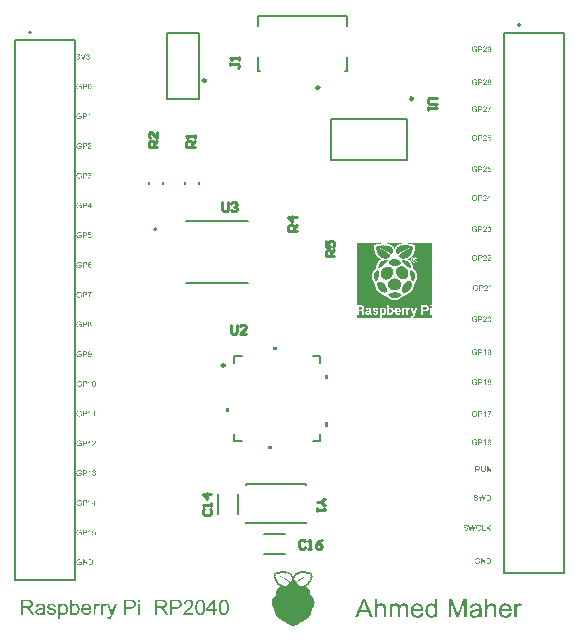
<source format=gbr>
%TF.GenerationSoftware,Altium Limited,Altium Designer,24.10.1 (45)*%
G04 Layer_Color=65535*
%FSLAX45Y45*%
%MOMM*%
%TF.SameCoordinates,4DA1E9EC-797C-4A4C-9375-46A5AD340D12*%
%TF.FilePolarity,Positive*%
%TF.FileFunction,Legend,Top*%
%TF.Part,Single*%
G01*
G75*
%TA.AperFunction,NonConductor*%
%ADD46C,0.20000*%
%ADD47C,0.25000*%
%ADD48C,0.25400*%
%ADD49C,0.15240*%
%ADD50C,0.12700*%
G36*
X3414889Y3029656D02*
X3409244D01*
Y3032478D01*
X3414889D01*
Y3029656D01*
D02*
G37*
G36*
X3220156D02*
X3214511D01*
Y3032478D01*
X3220156D01*
Y3029656D01*
D02*
G37*
G36*
X3400778Y3015544D02*
X3397956D01*
Y3018367D01*
X3400778D01*
Y3015544D01*
D02*
G37*
G36*
X3420533D02*
X3417711D01*
Y3009900D01*
X3423356D01*
Y3012722D01*
X3431822D01*
Y3015544D01*
X3437467D01*
Y3012722D01*
X3434644D01*
Y3007078D01*
X3440289D01*
Y3009900D01*
X3460044D01*
Y3007078D01*
X3457222D01*
Y3004256D01*
X3465689D01*
Y3001433D01*
X3474156D01*
Y2995789D01*
X3471333D01*
Y2990144D01*
X3468511D01*
Y2984500D01*
X3476978D01*
Y2981678D01*
X3474156D01*
Y2978856D01*
X3471333D01*
Y2976033D01*
X3468511D01*
Y2973211D01*
X3465689D01*
Y2967567D01*
X3471333D01*
Y2964744D01*
X3468511D01*
Y2961922D01*
X3465689D01*
Y2959100D01*
X3462867D01*
Y2956278D01*
X3460044D01*
Y2953456D01*
X3465689D01*
Y2947811D01*
X3462867D01*
Y2944989D01*
X3457222D01*
Y2942167D01*
X3454400D01*
Y2939344D01*
X3451578D01*
Y2936522D01*
X3457222D01*
Y2933700D01*
X3454400D01*
Y2930878D01*
X3448756D01*
Y2928056D01*
X3443111D01*
Y2925233D01*
X3440289D01*
Y2922411D01*
X3445933D01*
Y2919589D01*
X3440289D01*
Y2916767D01*
X3431822D01*
Y2913944D01*
X3426178D01*
Y2905478D01*
X3406422D01*
Y2899833D01*
X3409244D01*
Y2897011D01*
X3397956D01*
Y2899833D01*
X3381022D01*
Y2902656D01*
X3372556D01*
Y2905478D01*
X3366911D01*
Y2908300D01*
X3364089D01*
Y2911122D01*
X3358444D01*
Y2916767D01*
X3355622D01*
Y2919589D01*
X3352800D01*
Y2925233D01*
X3349978D01*
Y2928056D01*
X3352800D01*
Y2930878D01*
X3355622D01*
Y2933700D01*
X3358444D01*
Y2936522D01*
X3361267D01*
Y2939344D01*
X3364089D01*
Y2942167D01*
X3366911D01*
Y2944989D01*
X3372556D01*
Y2947811D01*
X3375378D01*
Y2950633D01*
X3378200D01*
Y2953456D01*
X3383844D01*
Y2956278D01*
X3386667D01*
Y2959100D01*
X3392311D01*
Y2961922D01*
X3395133D01*
Y2964744D01*
X3400778D01*
Y2967567D01*
X3406422D01*
Y2970389D01*
X3412067D01*
Y2973211D01*
X3414889D01*
Y2976033D01*
X3420533D01*
Y2978856D01*
X3426178D01*
Y2981678D01*
X3417711D01*
Y2978856D01*
X3412067D01*
Y2976033D01*
X3403600D01*
Y2973211D01*
X3397956D01*
Y2970389D01*
X3392311D01*
Y2967567D01*
X3386667D01*
Y2964744D01*
X3381022D01*
Y2961922D01*
X3375378D01*
Y2959100D01*
X3372556D01*
Y2956278D01*
X3366911D01*
Y2953456D01*
X3364089D01*
Y2950633D01*
X3358444D01*
Y2947811D01*
X3355622D01*
Y2944989D01*
X3349978D01*
Y2942167D01*
X3347156D01*
Y2939344D01*
X3344333D01*
Y2936522D01*
X3341511D01*
Y2939344D01*
X3335867D01*
Y2942167D01*
X3333044D01*
Y2944989D01*
X3330222D01*
Y2950633D01*
X3327400D01*
Y2973211D01*
X3330222D01*
Y2981678D01*
X3333044D01*
Y2987322D01*
X3335867D01*
Y2990144D01*
X3338689D01*
Y2995789D01*
X3341511D01*
Y2998611D01*
X3344333D01*
Y3001433D01*
X3349978D01*
Y2998611D01*
X3352800D01*
Y3001433D01*
X3355622D01*
Y3004256D01*
X3358444D01*
Y3007078D01*
X3361267D01*
Y3009900D01*
X3364089D01*
Y3012722D01*
X3366911D01*
Y3004256D01*
X3369733D01*
Y3007078D01*
X3372556D01*
Y3009900D01*
X3375378D01*
Y3012722D01*
X3378200D01*
Y3015544D01*
X3381022D01*
Y3012722D01*
X3383844D01*
Y3009900D01*
X3389489D01*
Y3012722D01*
X3392311D01*
Y3015544D01*
X3397956D01*
Y3012722D01*
X3400778D01*
Y3009900D01*
X3403600D01*
Y3012722D01*
X3406422D01*
Y3015544D01*
X3414889D01*
Y3018367D01*
X3420533D01*
Y3015544D01*
D02*
G37*
G36*
X3234267D02*
X3237089D01*
Y3012722D01*
X3242733D01*
Y3009900D01*
X3248378D01*
Y3015544D01*
X3251200D01*
Y3012722D01*
X3254022D01*
Y3009900D01*
X3256844D01*
Y3007078D01*
X3259667D01*
Y3004256D01*
X3262489D01*
Y3007078D01*
X3265311D01*
Y3009900D01*
X3268133D01*
Y3007078D01*
X3270956D01*
Y3004256D01*
X3273778D01*
Y3001433D01*
X3276600D01*
Y2998611D01*
X3282244D01*
Y3004256D01*
X3285067D01*
Y3001433D01*
X3287889D01*
Y2995789D01*
X3290711D01*
Y2992967D01*
X3293533D01*
Y2987322D01*
X3296356D01*
Y2984500D01*
X3299178D01*
Y2978856D01*
X3302000D01*
Y2967567D01*
X3304822D01*
Y2953456D01*
X3302000D01*
Y2947811D01*
X3299178D01*
Y2944989D01*
X3296356D01*
Y2942167D01*
X3293533D01*
Y2939344D01*
X3290711D01*
Y2936522D01*
X3287889D01*
Y2939344D01*
X3285067D01*
Y2942167D01*
X3279422D01*
Y2944989D01*
X3276600D01*
Y2947811D01*
X3270956D01*
Y2950633D01*
X3268133D01*
Y2953456D01*
X3262489D01*
Y2956278D01*
X3259667D01*
Y2959100D01*
X3254022D01*
Y2961922D01*
X3248378D01*
Y2964744D01*
X3242733D01*
Y2967567D01*
X3237089D01*
Y2970389D01*
X3231444D01*
Y2973211D01*
X3225800D01*
Y2976033D01*
X3220156D01*
Y2978856D01*
X3211689D01*
Y2981678D01*
X3206044D01*
Y2984500D01*
X3197578D01*
Y2987322D01*
X3194756D01*
Y2984500D01*
X3197578D01*
Y2981678D01*
X3203222D01*
Y2978856D01*
X3208867D01*
Y2976033D01*
X3214511D01*
Y2973211D01*
X3220156D01*
Y2970389D01*
X3225800D01*
Y2967567D01*
X3228622D01*
Y2964744D01*
X3234267D01*
Y2961922D01*
X3239911D01*
Y2959100D01*
X3242733D01*
Y2956278D01*
X3248378D01*
Y2953456D01*
X3251200D01*
Y2950633D01*
X3256844D01*
Y2947811D01*
X3259667D01*
Y2944989D01*
X3262489D01*
Y2942167D01*
X3265311D01*
Y2939344D01*
X3270956D01*
Y2936522D01*
X3273778D01*
Y2933700D01*
X3276600D01*
Y2930878D01*
X3279422D01*
Y2922411D01*
X3276600D01*
Y2916767D01*
X3273778D01*
Y2913944D01*
X3270956D01*
Y2911122D01*
X3268133D01*
Y2908300D01*
X3262489D01*
Y2905478D01*
X3256844D01*
Y2902656D01*
X3251200D01*
Y2899833D01*
X3234267D01*
Y2897011D01*
X3220156D01*
Y2899833D01*
X3222978D01*
Y2905478D01*
X3203222D01*
Y2911122D01*
X3206044D01*
Y2913944D01*
X3197578D01*
Y2916767D01*
X3189111D01*
Y2919589D01*
X3186289D01*
Y2922411D01*
X3191933D01*
Y2925233D01*
X3186289D01*
Y2928056D01*
X3180644D01*
Y2930878D01*
X3177822D01*
Y2933700D01*
X3172178D01*
Y2936522D01*
X3177822D01*
Y2942167D01*
X3172178D01*
Y2944989D01*
X3169356D01*
Y2947811D01*
X3166533D01*
Y2950633D01*
X3163711D01*
Y2953456D01*
X3169356D01*
Y2956278D01*
X3166533D01*
Y2959100D01*
X3163711D01*
Y2961922D01*
X3160889D01*
Y2964744D01*
X3158067D01*
Y2967567D01*
X3163711D01*
Y2970389D01*
X3166533D01*
Y2973211D01*
X3163711D01*
Y2976033D01*
X3158067D01*
Y2978856D01*
X3155244D01*
Y2984500D01*
X3160889D01*
Y2995789D01*
X3158067D01*
Y2998611D01*
X3155244D01*
Y3004256D01*
X3158067D01*
Y3001433D01*
X3166533D01*
Y3004256D01*
X3175000D01*
Y3007078D01*
X3172178D01*
Y3009900D01*
X3189111D01*
Y3007078D01*
X3197578D01*
Y3012722D01*
X3194756D01*
Y3015544D01*
X3197578D01*
Y3012722D01*
X3208867D01*
Y3009900D01*
X3214511D01*
Y3015544D01*
X3211689D01*
Y3018367D01*
X3214511D01*
Y3015544D01*
X3222978D01*
Y3012722D01*
X3228622D01*
Y3009900D01*
X3231444D01*
Y3018367D01*
X3234267D01*
Y3015544D01*
D02*
G37*
G36*
X3395133Y3029656D02*
X3375378D01*
Y3026833D01*
X3361267D01*
Y3024011D01*
X3355622D01*
Y3021189D01*
X3352800D01*
Y3018367D01*
X3344333D01*
Y3015544D01*
X3338689D01*
Y3012722D01*
X3335867D01*
Y3009900D01*
X3333044D01*
Y3007078D01*
X3330222D01*
Y3004256D01*
X3327400D01*
Y2998611D01*
X3324578D01*
Y2995789D01*
X3321756D01*
Y2990144D01*
X3318933D01*
Y2984500D01*
X3316111D01*
Y2978856D01*
X3313289D01*
Y2984500D01*
X3310467D01*
Y2990144D01*
X3307644D01*
Y2995789D01*
X3304822D01*
Y3001433D01*
X3302000D01*
Y3004256D01*
X3299178D01*
Y3007078D01*
X3296356D01*
Y3009900D01*
X3293533D01*
Y3012722D01*
X3290711D01*
Y3015544D01*
X3285067D01*
Y3018367D01*
X3276600D01*
Y3021189D01*
X3273778D01*
Y3024011D01*
X3268133D01*
Y3026833D01*
X3254022D01*
Y3029656D01*
X3234267D01*
Y3032478D01*
X3395133D01*
Y3029656D01*
D02*
G37*
G36*
X3474156Y2967567D02*
X3471333D01*
Y2970389D01*
X3474156D01*
Y2967567D01*
D02*
G37*
G36*
X3321756Y2894189D02*
X3333044D01*
Y2891367D01*
X3341511D01*
Y2888544D01*
X3347156D01*
Y2885722D01*
X3352800D01*
Y2882900D01*
X3355622D01*
Y2880078D01*
X3358444D01*
Y2877256D01*
X3361267D01*
Y2874433D01*
X3364089D01*
Y2868789D01*
X3366911D01*
Y2857500D01*
X3364089D01*
Y2854678D01*
X3361267D01*
Y2849033D01*
X3355622D01*
Y2846211D01*
X3349978D01*
Y2843389D01*
X3344333D01*
Y2840567D01*
X3330222D01*
Y2837744D01*
X3304822D01*
Y2840567D01*
X3290711D01*
Y2843389D01*
X3285067D01*
Y2846211D01*
X3279422D01*
Y2849033D01*
X3273778D01*
Y2851856D01*
X3270956D01*
Y2854678D01*
X3268133D01*
Y2860322D01*
X3265311D01*
Y2871611D01*
X3268133D01*
Y2874433D01*
X3270956D01*
Y2877256D01*
X3273778D01*
Y2880078D01*
X3276600D01*
Y2882900D01*
X3279422D01*
Y2885722D01*
X3285067D01*
Y2888544D01*
X3287889D01*
Y2891367D01*
X3296356D01*
Y2894189D01*
X3307644D01*
Y2897011D01*
X3321756D01*
Y2894189D01*
D02*
G37*
G36*
X3400778Y2882900D02*
X3412067D01*
Y2880078D01*
X3420533D01*
Y2877256D01*
X3426178D01*
Y2874433D01*
X3429000D01*
Y2871611D01*
X3431822D01*
Y2868789D01*
X3434644D01*
Y2865967D01*
X3437467D01*
Y2863144D01*
X3440289D01*
Y2860322D01*
X3443111D01*
Y2857500D01*
X3445933D01*
Y2851856D01*
X3448756D01*
Y2843389D01*
X3451578D01*
Y2817989D01*
X3445933D01*
Y2820811D01*
X3440289D01*
Y2823633D01*
X3434644D01*
Y2826456D01*
X3429000D01*
Y2829278D01*
X3426178D01*
Y2832100D01*
X3423356D01*
Y2834922D01*
X3417711D01*
Y2837744D01*
X3414889D01*
Y2840567D01*
X3412067D01*
Y2843389D01*
X3409244D01*
Y2846211D01*
X3403600D01*
Y2849033D01*
X3400778D01*
Y2851856D01*
X3397956D01*
Y2854678D01*
X3395133D01*
Y2857500D01*
X3392311D01*
Y2860322D01*
X3389489D01*
Y2863144D01*
X3386667D01*
Y2865967D01*
X3383844D01*
Y2868789D01*
X3381022D01*
Y2871611D01*
X3378200D01*
Y2877256D01*
X3375378D01*
Y2882900D01*
X3378200D01*
Y2885722D01*
X3400778D01*
Y2882900D01*
D02*
G37*
G36*
X3256844Y2877256D02*
X3254022D01*
Y2874433D01*
X3251200D01*
Y2871611D01*
X3248378D01*
Y2868789D01*
X3245556D01*
Y2865967D01*
X3242733D01*
Y2863144D01*
X3239911D01*
Y2860322D01*
X3237089D01*
Y2857500D01*
X3234267D01*
Y2854678D01*
X3231444D01*
Y2851856D01*
X3228622D01*
Y2849033D01*
X3225800D01*
Y2846211D01*
X3222978D01*
Y2843389D01*
X3217333D01*
Y2840567D01*
X3214511D01*
Y2837744D01*
X3211689D01*
Y2834922D01*
X3208867D01*
Y2832100D01*
X3203222D01*
Y2829278D01*
X3200400D01*
Y2826456D01*
X3194756D01*
Y2823633D01*
X3189111D01*
Y2820811D01*
X3183467D01*
Y2817989D01*
X3180644D01*
Y2820811D01*
X3177822D01*
Y2832100D01*
X3180644D01*
Y2846211D01*
X3183467D01*
Y2851856D01*
X3186289D01*
Y2857500D01*
X3189111D01*
Y2863144D01*
X3191933D01*
Y2865967D01*
X3194756D01*
Y2868789D01*
X3197578D01*
Y2871611D01*
X3200400D01*
Y2874433D01*
X3203222D01*
Y2877256D01*
X3208867D01*
Y2880078D01*
X3214511D01*
Y2882900D01*
X3222978D01*
Y2885722D01*
X3256844D01*
Y2877256D01*
D02*
G37*
G36*
X3386667Y2832100D02*
X3395133D01*
Y2829278D01*
X3400778D01*
Y2826456D01*
X3403600D01*
Y2823633D01*
X3409244D01*
Y2820811D01*
X3412067D01*
Y2817989D01*
X3414889D01*
Y2815167D01*
X3417711D01*
Y2812344D01*
X3420533D01*
Y2806700D01*
X3423356D01*
Y2801056D01*
X3426178D01*
Y2795411D01*
X3429000D01*
Y2789767D01*
X3431822D01*
Y2755900D01*
X3429000D01*
Y2750256D01*
X3426178D01*
Y2744611D01*
X3423356D01*
Y2741789D01*
X3420533D01*
Y2736144D01*
X3414889D01*
Y2733322D01*
X3412067D01*
Y2730500D01*
X3406422D01*
Y2727678D01*
X3397956D01*
Y2724856D01*
X3378200D01*
Y2727678D01*
X3369733D01*
Y2730500D01*
X3361267D01*
Y2733322D01*
X3358444D01*
Y2736144D01*
X3352800D01*
Y2738967D01*
X3349978D01*
Y2741789D01*
X3347156D01*
Y2744611D01*
X3344333D01*
Y2747433D01*
X3341511D01*
Y2750256D01*
X3338689D01*
Y2755900D01*
X3335867D01*
Y2758722D01*
X3333044D01*
Y2767189D01*
X3330222D01*
Y2775656D01*
X3327400D01*
Y2801056D01*
X3330222D01*
Y2809522D01*
X3333044D01*
Y2815167D01*
X3335867D01*
Y2820811D01*
X3338689D01*
Y2823633D01*
X3341511D01*
Y2826456D01*
X3347156D01*
Y2829278D01*
X3349978D01*
Y2832100D01*
X3358444D01*
Y2834922D01*
X3386667D01*
Y2832100D01*
D02*
G37*
G36*
X3273778Y2829278D02*
X3282244D01*
Y2826456D01*
X3285067D01*
Y2823633D01*
X3290711D01*
Y2820811D01*
X3293533D01*
Y2815167D01*
X3296356D01*
Y2812344D01*
X3299178D01*
Y2806700D01*
X3302000D01*
Y2798233D01*
X3304822D01*
Y2772833D01*
X3302000D01*
Y2764367D01*
X3299178D01*
Y2758722D01*
X3296356D01*
Y2753078D01*
X3293533D01*
Y2747433D01*
X3290711D01*
Y2744611D01*
X3287889D01*
Y2741789D01*
X3285067D01*
Y2738967D01*
X3282244D01*
Y2736144D01*
X3279422D01*
Y2733322D01*
X3273778D01*
Y2730500D01*
X3268133D01*
Y2727678D01*
X3262489D01*
Y2724856D01*
X3254022D01*
Y2722033D01*
X3234267D01*
Y2724856D01*
X3225800D01*
Y2727678D01*
X3220156D01*
Y2730500D01*
X3217333D01*
Y2733322D01*
X3211689D01*
Y2736144D01*
X3208867D01*
Y2738967D01*
Y2741789D01*
X3206044D01*
Y2744611D01*
X3203222D01*
Y2753078D01*
X3200400D01*
Y2786944D01*
X3203222D01*
Y2795411D01*
X3206044D01*
Y2801056D01*
X3208867D01*
Y2803878D01*
X3211689D01*
Y2809522D01*
X3214511D01*
Y2812344D01*
X3217333D01*
Y2815167D01*
X3220156D01*
Y2817989D01*
X3222978D01*
Y2820811D01*
X3228622D01*
Y2823633D01*
X3231444D01*
Y2826456D01*
X3237089D01*
Y2829278D01*
X3245556D01*
Y2832100D01*
X3273778D01*
Y2829278D01*
D02*
G37*
G36*
X3460044Y2801056D02*
X3465689D01*
Y2798233D01*
X3468511D01*
Y2795411D01*
X3471333D01*
Y2792589D01*
X3474156D01*
Y2789767D01*
X3476978D01*
Y2786944D01*
X3479800D01*
Y2781300D01*
X3482622D01*
Y2775656D01*
X3485444D01*
Y2770011D01*
X3488267D01*
Y2736144D01*
X3485444D01*
Y2727678D01*
X3482622D01*
Y2722033D01*
X3479800D01*
Y2716389D01*
X3476978D01*
Y2713567D01*
X3474156D01*
Y2710744D01*
X3465689D01*
Y2713567D01*
X3462867D01*
Y2716389D01*
X3460044D01*
Y2719211D01*
X3457222D01*
Y2727678D01*
X3454400D01*
Y2736144D01*
X3451578D01*
Y2750256D01*
X3448756D01*
Y2795411D01*
X3451578D01*
Y2801056D01*
X3454400D01*
Y2803878D01*
X3460044D01*
Y2801056D01*
D02*
G37*
G36*
X3177822Y2795411D02*
X3180644D01*
Y2781300D01*
X3183467D01*
Y2770011D01*
X3180644D01*
Y2755900D01*
Y2753078D01*
Y2747433D01*
X3177822D01*
Y2733322D01*
X3175000D01*
Y2724856D01*
X3172178D01*
Y2719211D01*
X3169356D01*
Y2713567D01*
X3166533D01*
Y2710744D01*
X3163711D01*
Y2707922D01*
X3158067D01*
Y2710744D01*
X3155244D01*
Y2713567D01*
X3152422D01*
Y2716389D01*
X3149600D01*
Y2722033D01*
X3146778D01*
Y2727678D01*
X3143956D01*
Y2736144D01*
X3141133D01*
Y2767189D01*
X3143956D01*
Y2775656D01*
X3146778D01*
Y2781300D01*
X3149600D01*
Y2784122D01*
X3152422D01*
Y2786944D01*
X3155244D01*
Y2792589D01*
X3158067D01*
Y2795411D01*
X3163711D01*
Y2798233D01*
X3166533D01*
Y2801056D01*
X3177822D01*
Y2795411D01*
D02*
G37*
G36*
X3318933Y2730500D02*
X3335867D01*
Y2727678D01*
X3341511D01*
Y2724856D01*
X3347156D01*
Y2722033D01*
X3349978D01*
Y2719211D01*
X3355622D01*
Y2716389D01*
X3358444D01*
Y2713567D01*
X3361267D01*
Y2707922D01*
X3364089D01*
Y2705100D01*
X3366911D01*
Y2699456D01*
X3369733D01*
Y2696633D01*
Y2693811D01*
Y2688167D01*
X3372556D01*
Y2674056D01*
X3369733D01*
Y2665589D01*
X3366911D01*
Y2657122D01*
X3364089D01*
Y2654300D01*
X3361267D01*
Y2651478D01*
X3358444D01*
Y2645833D01*
X3352800D01*
Y2643011D01*
X3349978D01*
Y2640189D01*
X3347156D01*
Y2637367D01*
X3341511D01*
Y2634544D01*
X3333044D01*
Y2631722D01*
X3299178D01*
Y2634544D01*
X3290711D01*
Y2637367D01*
X3285067D01*
Y2640189D01*
X3282244D01*
Y2643011D01*
X3276600D01*
Y2645833D01*
X3273778D01*
Y2648656D01*
X3270956D01*
Y2654300D01*
X3268133D01*
Y2657122D01*
X3265311D01*
Y2662767D01*
X3262489D01*
Y2674056D01*
X3259667D01*
Y2688167D01*
X3262489D01*
Y2699456D01*
X3265311D01*
Y2705100D01*
X3268133D01*
Y2710744D01*
X3270956D01*
Y2713567D01*
X3273778D01*
Y2716389D01*
X3276600D01*
Y2719211D01*
X3279422D01*
Y2722033D01*
X3285067D01*
Y2724856D01*
X3290711D01*
Y2727678D01*
X3296356D01*
Y2730500D01*
X3313289D01*
Y2733322D01*
X3318933D01*
Y2730500D01*
D02*
G37*
G36*
X3445933Y2710744D02*
X3451578D01*
Y2707922D01*
X3454400D01*
Y2702278D01*
X3457222D01*
Y2693811D01*
X3460044D01*
Y2659944D01*
X3457222D01*
Y2651478D01*
X3454400D01*
Y2645833D01*
X3451578D01*
Y2643011D01*
X3448756D01*
Y2637367D01*
X3445933D01*
Y2634544D01*
X3443111D01*
Y2631722D01*
X3440289D01*
Y2628900D01*
X3437467D01*
Y2626078D01*
X3434644D01*
Y2623256D01*
X3429000D01*
Y2620433D01*
X3426178D01*
Y2617611D01*
X3420533D01*
Y2614789D01*
X3412067D01*
Y2611967D01*
X3386667D01*
Y2614789D01*
X3381022D01*
Y2617611D01*
X3378200D01*
Y2626078D01*
X3375378D01*
Y2643011D01*
X3378200D01*
Y2654300D01*
X3381022D01*
Y2662767D01*
X3383844D01*
Y2668411D01*
X3386667D01*
Y2674056D01*
X3389489D01*
Y2676878D01*
X3392311D01*
Y2682522D01*
X3395133D01*
Y2685344D01*
X3397956D01*
Y2688167D01*
X3400778D01*
Y2690989D01*
X3403600D01*
Y2693811D01*
X3406422D01*
Y2696633D01*
X3409244D01*
Y2699456D01*
X3414889D01*
Y2702278D01*
X3417711D01*
Y2705100D01*
X3420533D01*
Y2707922D01*
X3426178D01*
Y2710744D01*
X3434644D01*
Y2713567D01*
X3445933D01*
Y2710744D01*
D02*
G37*
G36*
X3197578Y2702278D02*
X3206044D01*
Y2699456D01*
X3211689D01*
Y2696633D01*
X3214511D01*
Y2693811D01*
X3220156D01*
Y2690989D01*
X3222978D01*
Y2688167D01*
X3225800D01*
Y2685344D01*
X3228622D01*
Y2682522D01*
X3231444D01*
Y2679700D01*
X3234267D01*
Y2676878D01*
X3237089D01*
Y2671233D01*
X3239911D01*
Y2668411D01*
X3242733D01*
Y2662767D01*
X3245556D01*
Y2654300D01*
X3248378D01*
Y2643011D01*
X3251200D01*
Y2626078D01*
X3248378D01*
Y2620433D01*
X3245556D01*
Y2617611D01*
X3242733D01*
Y2614789D01*
X3234267D01*
Y2611967D01*
X3222978D01*
Y2614789D01*
X3211689D01*
Y2617611D01*
X3206044D01*
Y2620433D01*
X3200400D01*
Y2623256D01*
X3197578D01*
Y2626078D01*
X3191933D01*
Y2628900D01*
X3189111D01*
Y2631722D01*
X3186289D01*
Y2634544D01*
X3183467D01*
Y2640189D01*
X3180644D01*
Y2643011D01*
X3177822D01*
Y2648656D01*
X3175000D01*
Y2654300D01*
X3172178D01*
Y2665589D01*
X3169356D01*
Y2693811D01*
X3172178D01*
Y2699456D01*
X3175000D01*
Y2702278D01*
X3180644D01*
Y2705100D01*
X3197578D01*
Y2702278D01*
D02*
G37*
G36*
X3333044Y2611967D02*
X3349978D01*
Y2609144D01*
X3358444D01*
Y2606322D01*
X3364089D01*
Y2603500D01*
X3366911D01*
Y2600678D01*
X3369733D01*
Y2592211D01*
X3366911D01*
Y2586567D01*
X3364089D01*
Y2583744D01*
X3361267D01*
Y2580922D01*
X3358444D01*
Y2578100D01*
X3352800D01*
Y2575278D01*
X3349978D01*
Y2572456D01*
X3344333D01*
Y2569633D01*
X3338689D01*
Y2566811D01*
X3330222D01*
Y2563989D01*
X3299178D01*
Y2566811D01*
X3290711D01*
Y2569633D01*
X3285067D01*
Y2572456D01*
X3279422D01*
Y2575278D01*
X3276600D01*
Y2578100D01*
X3273778D01*
Y2580922D01*
X3268133D01*
Y2583744D01*
X3265311D01*
Y2589389D01*
X3262489D01*
Y2597856D01*
X3265311D01*
Y2600678D01*
X3268133D01*
Y2603500D01*
X3273778D01*
Y2606322D01*
X3279422D01*
Y2609144D01*
X3287889D01*
Y2611967D01*
X3304822D01*
Y2614789D01*
X3333044D01*
Y2611967D01*
D02*
G37*
G36*
X3632200Y2510367D02*
X3615267D01*
Y2499078D01*
X3618089D01*
Y2496256D01*
X3632200D01*
Y2484967D01*
X3615267D01*
Y2425700D01*
X3618089D01*
Y2422878D01*
X3632200D01*
Y2400300D01*
X3471333D01*
Y2403122D01*
X3476978D01*
Y2405944D01*
X3479800D01*
Y2411589D01*
X3482622D01*
Y2417233D01*
X3485444D01*
Y2425700D01*
X3488267D01*
Y2431344D01*
X3491089D01*
Y2439811D01*
X3493911D01*
Y2448278D01*
X3496733D01*
Y2456744D01*
X3499556D01*
Y2465211D01*
X3502378D01*
Y2470856D01*
X3505200D01*
Y2479322D01*
X3508022D01*
Y2484967D01*
X3491089D01*
Y2482144D01*
X3488267D01*
Y2473678D01*
X3485444D01*
Y2465211D01*
X3482622D01*
Y2456744D01*
X3479800D01*
Y2448278D01*
X3476978D01*
Y2459567D01*
X3474156D01*
Y2468033D01*
X3471333D01*
Y2479322D01*
X3468511D01*
Y2484967D01*
X3451578D01*
Y2476500D01*
X3454400D01*
Y2468033D01*
X3457222D01*
Y2459567D01*
X3460044D01*
Y2451100D01*
X3462867D01*
Y2442633D01*
X3465689D01*
Y2436989D01*
X3468511D01*
Y2428522D01*
X3471333D01*
Y2422878D01*
X3468511D01*
Y2417233D01*
X3465689D01*
Y2414411D01*
X3457222D01*
Y2405944D01*
X3454400D01*
Y2400300D01*
X3206044D01*
Y2428522D01*
X3208867D01*
Y2425700D01*
X3211689D01*
Y2422878D01*
X3228622D01*
Y2425700D01*
X3234267D01*
Y2428522D01*
X3237089D01*
Y2434167D01*
X3239911D01*
Y2439811D01*
X3242733D01*
Y2468033D01*
X3239911D01*
Y2473678D01*
X3237089D01*
Y2479322D01*
X3234267D01*
Y2482144D01*
X3228622D01*
Y2484967D01*
X3211689D01*
Y2482144D01*
X3206044D01*
Y2479322D01*
X3203222D01*
Y2484967D01*
X3189111D01*
Y2400300D01*
X2997200D01*
Y2422878D01*
X3014133D01*
Y2456744D01*
X3033889D01*
Y2453922D01*
X3036711D01*
Y2451100D01*
X3039533D01*
Y2434167D01*
X3042356D01*
Y2425700D01*
X3045178D01*
Y2422878D01*
X3062111D01*
Y2425700D01*
X3059289D01*
Y2434167D01*
X3056467D01*
Y2453922D01*
X3053644D01*
Y2459567D01*
X3050822D01*
Y2462389D01*
X3045178D01*
Y2465211D01*
X3050822D01*
Y2468033D01*
X3053644D01*
Y2470856D01*
X3056467D01*
Y2490611D01*
X3053644D01*
Y2496256D01*
X3050822D01*
Y2499078D01*
X3045178D01*
Y2501900D01*
X3039533D01*
Y2504722D01*
X2997200D01*
Y3032478D01*
X3203222D01*
Y3029656D01*
X3197578D01*
Y3026833D01*
X3183467D01*
Y3024011D01*
X3169356D01*
Y3021189D01*
X3160889D01*
Y3018367D01*
X3158067D01*
Y3015544D01*
X3146778D01*
Y3012722D01*
X3143956D01*
Y3009900D01*
X3141133D01*
Y2990144D01*
X3138311D01*
Y2981678D01*
X3141133D01*
Y2976033D01*
X3143956D01*
Y2973211D01*
X3141133D01*
Y2967567D01*
X3143956D01*
Y2961922D01*
X3146778D01*
Y2956278D01*
X3149600D01*
Y2944989D01*
X3152422D01*
Y2942167D01*
X3155244D01*
Y2936522D01*
X3158067D01*
Y2930878D01*
X3160889D01*
Y2925233D01*
X3166533D01*
Y2922411D01*
X3169356D01*
Y2916767D01*
X3172178D01*
Y2913944D01*
X3175000D01*
Y2911122D01*
X3177822D01*
Y2908300D01*
X3183467D01*
Y2905478D01*
X3186289D01*
Y2902656D01*
X3189111D01*
Y2899833D01*
X3191933D01*
Y2897011D01*
X3194756D01*
Y2894189D01*
X3200400D01*
Y2891367D01*
X3194756D01*
Y2888544D01*
X3191933D01*
Y2885722D01*
X3186289D01*
Y2882900D01*
X3183467D01*
Y2880078D01*
X3180644D01*
Y2877256D01*
X3177822D01*
Y2874433D01*
X3175000D01*
Y2871611D01*
X3172178D01*
Y2865967D01*
X3169356D01*
Y2863144D01*
X3166533D01*
Y2857500D01*
X3163711D01*
Y2849033D01*
X3160889D01*
Y2837744D01*
X3158067D01*
Y2815167D01*
X3155244D01*
Y2812344D01*
X3152422D01*
Y2809522D01*
X3149600D01*
Y2806700D01*
X3143956D01*
Y2803878D01*
X3141133D01*
Y2798233D01*
X3138311D01*
Y2795411D01*
X3135489D01*
Y2792589D01*
X3132667D01*
Y2786944D01*
X3129844D01*
Y2781300D01*
X3127022D01*
Y2775656D01*
X3124200D01*
Y2764367D01*
X3121378D01*
Y2736144D01*
X3124200D01*
Y2727678D01*
X3127022D01*
Y2719211D01*
X3129844D01*
Y2713567D01*
X3132667D01*
Y2710744D01*
X3135489D01*
Y2705100D01*
X3138311D01*
Y2702278D01*
X3141133D01*
Y2693811D01*
X3143956D01*
Y2685344D01*
X3146778D01*
Y2676878D01*
X3149600D01*
Y2668411D01*
X3152422D01*
Y2657122D01*
X3155244D01*
Y2648656D01*
X3158067D01*
Y2643011D01*
X3160889D01*
Y2637367D01*
X3163711D01*
Y2631722D01*
X3166533D01*
Y2628900D01*
X3169356D01*
Y2626078D01*
X3172178D01*
Y2623256D01*
X3175000D01*
Y2620433D01*
X3177822D01*
Y2617611D01*
X3180644D01*
Y2614789D01*
X3183467D01*
Y2611967D01*
X3186289D01*
Y2609144D01*
X3191933D01*
Y2606322D01*
X3197578D01*
Y2603500D01*
X3203222D01*
Y2600678D01*
X3208867D01*
Y2597856D01*
X3211689D01*
Y2595033D01*
X3214511D01*
Y2592211D01*
X3220156D01*
Y2589389D01*
X3225800D01*
Y2586567D01*
X3228622D01*
Y2583744D01*
X3234267D01*
Y2580922D01*
X3239911D01*
Y2578100D01*
X3248378D01*
Y2575278D01*
X3254022D01*
Y2572456D01*
X3256844D01*
Y2569633D01*
X3259667D01*
Y2566811D01*
X3262489D01*
Y2563989D01*
X3268133D01*
Y2561167D01*
X3270956D01*
Y2558344D01*
X3276600D01*
Y2555522D01*
X3282244D01*
Y2552700D01*
X3290711D01*
Y2549878D01*
X3302000D01*
Y2547056D01*
X3327400D01*
Y2549878D01*
X3338689D01*
Y2552700D01*
X3347156D01*
Y2555522D01*
X3352800D01*
Y2558344D01*
X3358444D01*
Y2561167D01*
X3361267D01*
Y2563989D01*
X3366911D01*
Y2566811D01*
X3369733D01*
Y2569633D01*
X3372556D01*
Y2572456D01*
X3375378D01*
Y2575278D01*
X3381022D01*
Y2578100D01*
X3389489D01*
Y2580922D01*
X3395133D01*
Y2583744D01*
X3400778D01*
Y2586567D01*
X3406422D01*
Y2589389D01*
X3409244D01*
Y2592211D01*
X3414889D01*
Y2595033D01*
X3417711D01*
Y2597856D01*
X3420533D01*
Y2600678D01*
X3426178D01*
Y2603500D01*
X3431822D01*
Y2606322D01*
X3437467D01*
Y2609144D01*
X3443111D01*
Y2611967D01*
X3445933D01*
Y2614789D01*
X3448756D01*
Y2617611D01*
X3451578D01*
Y2620433D01*
X3454400D01*
Y2623256D01*
X3457222D01*
Y2626078D01*
X3460044D01*
Y2628900D01*
X3462867D01*
Y2631722D01*
X3465689D01*
Y2637367D01*
X3468511D01*
Y2643011D01*
X3471333D01*
Y2648656D01*
X3474156D01*
Y2657122D01*
X3476978D01*
Y2668411D01*
X3479800D01*
Y2676878D01*
X3482622D01*
Y2685344D01*
X3485444D01*
Y2693811D01*
X3488267D01*
Y2702278D01*
X3491089D01*
Y2705100D01*
X3493911D01*
Y2710744D01*
X3496733D01*
Y2713567D01*
X3499556D01*
Y2719211D01*
X3502378D01*
Y2724856D01*
X3505200D01*
Y2736144D01*
X3508022D01*
Y2764367D01*
X3505200D01*
Y2775656D01*
X3502378D01*
Y2781300D01*
X3499556D01*
Y2786944D01*
X3496733D01*
Y2792589D01*
X3493911D01*
Y2795411D01*
X3491089D01*
Y2798233D01*
X3488267D01*
Y2803878D01*
X3485444D01*
Y2806700D01*
X3479800D01*
Y2809522D01*
X3476978D01*
Y2812344D01*
X3474156D01*
Y2815167D01*
X3471333D01*
Y2837744D01*
X3468511D01*
Y2849033D01*
X3465689D01*
Y2857500D01*
X3462867D01*
Y2863144D01*
X3460044D01*
Y2865967D01*
X3457222D01*
Y2871611D01*
X3454400D01*
Y2874433D01*
X3451578D01*
Y2877256D01*
X3448756D01*
Y2880078D01*
X3445933D01*
Y2882900D01*
X3443111D01*
Y2885722D01*
X3437467D01*
Y2888544D01*
X3434644D01*
Y2891367D01*
X3429000D01*
Y2894189D01*
X3434644D01*
Y2897011D01*
X3440289D01*
Y2902656D01*
X3443111D01*
Y2905478D01*
X3445933D01*
Y2908300D01*
X3451578D01*
Y2911122D01*
X3457222D01*
Y2916767D01*
X3460044D01*
Y2922411D01*
X3462867D01*
Y2925233D01*
X3468511D01*
Y2930878D01*
X3471333D01*
Y2936522D01*
X3474156D01*
Y2942167D01*
X3476978D01*
Y2944989D01*
X3479800D01*
Y2950633D01*
X3482622D01*
Y2953456D01*
X3479800D01*
Y2956278D01*
X3482622D01*
Y2961922D01*
X3485444D01*
Y2967567D01*
X3488267D01*
Y2973211D01*
X3485444D01*
Y2976033D01*
X3488267D01*
Y2981678D01*
X3491089D01*
Y2990144D01*
X3488267D01*
Y3009900D01*
X3485444D01*
Y3012722D01*
X3482622D01*
Y3015544D01*
X3471333D01*
Y3018367D01*
X3468511D01*
Y3021189D01*
X3460044D01*
Y3024011D01*
X3445933D01*
Y3026833D01*
X3431822D01*
Y3029656D01*
X3426178D01*
Y3032478D01*
X3632200D01*
Y2510367D01*
D02*
G37*
G36*
X3036711Y2487789D02*
X3039533D01*
Y2473678D01*
X3036711D01*
Y2470856D01*
X3031067D01*
Y2468033D01*
X3014133D01*
Y2490611D01*
X3036711D01*
Y2487789D01*
D02*
G37*
G36*
X3222978Y2465211D02*
X3225800D01*
Y2442633D01*
X3222978D01*
Y2436989D01*
X3208867D01*
Y2439811D01*
X3206044D01*
Y2468033D01*
X3208867D01*
Y2470856D01*
X3222978D01*
Y2465211D01*
D02*
G37*
G36*
X2320950Y2123440D02*
X2282850D01*
Y2148840D01*
X2320950D01*
Y2123440D01*
D02*
G37*
G36*
X2753700Y1877990D02*
X2728300D01*
Y1916090D01*
X2753700D01*
Y1877990D01*
D02*
G37*
G36*
X1915500Y1597990D02*
X1890100D01*
Y1636090D01*
X1915500D01*
Y1597990D01*
D02*
G37*
G36*
X2753700Y1477990D02*
X2728300D01*
Y1516090D01*
X2753700D01*
Y1477990D01*
D02*
G37*
G36*
X2280950Y1285240D02*
X2242850D01*
Y1310640D01*
X2280950D01*
Y1285240D01*
D02*
G37*
G36*
X2540322Y255262D02*
X2542057D01*
Y254914D01*
X2543446D01*
Y254567D01*
X2544140D01*
Y254220D01*
X2544834D01*
Y253873D01*
X2545529D01*
Y253526D01*
X2545876D01*
Y253179D01*
X2546570D01*
Y252832D01*
X2546917D01*
Y252484D01*
X2548653D01*
Y252832D01*
X2549347D01*
Y253179D01*
X2550389D01*
Y253526D01*
X2551777D01*
Y253873D01*
X2553513D01*
Y254220D01*
X2555943D01*
Y254567D01*
X2558373D01*
Y254220D01*
X2560803D01*
Y253873D01*
X2561844D01*
Y253526D01*
X2562885D01*
Y253179D01*
X2563580D01*
Y252832D01*
X2564274D01*
Y252484D01*
X2564968D01*
Y252137D01*
X2565315D01*
Y251790D01*
X2566010D01*
Y251443D01*
X2566357D01*
Y251096D01*
X2566704D01*
Y250749D01*
X2567051D01*
Y250402D01*
X2568787D01*
Y250749D01*
X2574341D01*
Y250402D01*
X2576424D01*
Y250055D01*
X2577465D01*
Y249707D01*
X2578159D01*
Y249360D01*
X2578854D01*
Y249013D01*
X2579201D01*
Y248666D01*
X2579895D01*
Y248319D01*
X2580242D01*
Y247972D01*
X2580589D01*
Y247625D01*
X2580936D01*
Y247277D01*
X2581283D01*
Y246930D01*
X2581631D01*
Y246583D01*
X2581978D01*
Y246236D01*
X2585449D01*
Y246583D01*
X2588226D01*
Y246236D01*
X2591697D01*
Y245889D01*
X2593433D01*
Y245542D01*
X2594822D01*
Y245195D01*
X2595863D01*
Y244848D01*
X2596904D01*
Y244500D01*
X2597599D01*
Y244153D01*
X2598293D01*
Y243806D01*
X2598987D01*
Y243459D01*
X2599334D01*
Y243112D01*
X2600029D01*
Y242765D01*
X2600376D01*
Y242418D01*
X2600723D01*
Y242070D01*
X2601417D01*
Y241723D01*
X2601764D01*
Y241376D01*
X2602111D01*
Y241029D01*
X2602459D01*
Y240335D01*
X2602806D01*
Y239988D01*
X2603153D01*
Y239641D01*
X2603500D01*
Y239293D01*
X2610443D01*
Y238946D01*
X2611831D01*
Y238599D01*
X2613220D01*
Y238252D01*
X2613914D01*
Y237905D01*
X2614608D01*
Y237558D01*
X2615303D01*
Y237211D01*
X2615997D01*
Y236863D01*
X2616344D01*
Y236516D01*
X2616691D01*
Y236169D01*
X2617038D01*
Y235822D01*
X2617385D01*
Y235475D01*
X2617732D01*
Y235128D01*
X2618080D01*
Y234781D01*
X2618427D01*
Y234434D01*
X2618774D01*
Y233739D01*
X2619121D01*
Y233392D01*
X2619468D01*
Y232351D01*
X2619815D01*
Y231656D01*
X2620162D01*
Y230268D01*
X2620510D01*
Y225755D01*
X2620162D01*
Y224020D01*
X2619815D01*
Y222978D01*
X2619468D01*
Y221937D01*
X2619121D01*
Y221242D01*
X2618774D01*
Y220548D01*
X2618427D01*
Y219507D01*
X2618774D01*
Y219160D01*
X2619121D01*
Y218465D01*
X2619468D01*
Y218118D01*
X2619815D01*
Y217424D01*
X2620162D01*
Y216730D01*
X2620510D01*
Y216035D01*
X2620857D01*
Y215341D01*
X2621204D01*
Y214300D01*
X2621551D01*
Y212564D01*
X2621898D01*
Y209787D01*
X2621551D01*
Y208399D01*
X2621204D01*
Y207010D01*
X2620857D01*
Y206316D01*
X2620510D01*
Y205621D01*
X2620162D01*
Y204927D01*
X2619815D01*
Y204233D01*
X2619468D01*
Y203886D01*
X2619121D01*
Y203192D01*
X2618774D01*
Y202844D01*
X2618427D01*
Y202150D01*
X2618080D01*
Y201803D01*
X2617732D01*
Y201456D01*
X2617385D01*
Y200762D01*
X2617732D01*
Y199720D01*
X2618080D01*
Y198679D01*
X2618427D01*
Y193472D01*
X2618080D01*
Y192430D01*
X2617732D01*
Y191389D01*
X2617385D01*
Y190695D01*
X2617038D01*
Y190000D01*
X2616691D01*
Y189306D01*
X2616344D01*
Y188612D01*
X2615997D01*
Y188265D01*
X2615650D01*
Y187571D01*
X2615303D01*
Y187223D01*
X2614955D01*
Y186529D01*
X2614608D01*
Y186182D01*
X2614261D01*
Y185835D01*
X2613914D01*
Y185141D01*
X2613567D01*
Y184793D01*
X2613220D01*
Y184446D01*
X2612873D01*
Y184099D01*
X2612525D01*
Y183752D01*
X2612178D01*
Y183058D01*
X2612525D01*
Y177157D01*
X2612178D01*
Y175768D01*
X2611831D01*
Y174727D01*
X2611484D01*
Y174032D01*
X2611137D01*
Y173338D01*
X2610790D01*
Y172644D01*
X2610443D01*
Y172297D01*
X2610096D01*
Y171950D01*
X2609748D01*
Y171255D01*
X2609401D01*
Y170908D01*
X2609054D01*
Y170561D01*
X2608707D01*
Y170214D01*
X2608360D01*
Y169867D01*
X2608013D01*
Y169520D01*
X2607666D01*
Y169172D01*
X2607318D01*
Y168825D01*
X2606971D01*
Y168478D01*
X2606624D01*
Y168131D01*
X2605930D01*
Y167784D01*
X2605583D01*
Y167437D01*
X2605236D01*
Y167090D01*
X2604889D01*
Y166395D01*
X2605236D01*
Y165354D01*
X2604889D01*
Y162577D01*
X2604541D01*
Y161536D01*
X2604194D01*
Y160494D01*
X2603847D01*
Y159800D01*
X2603500D01*
Y159106D01*
X2603153D01*
Y158758D01*
X2602806D01*
Y158064D01*
X2602459D01*
Y157717D01*
X2602111D01*
Y157023D01*
X2601764D01*
Y156676D01*
X2601417D01*
Y156329D01*
X2601070D01*
Y155981D01*
X2600723D01*
Y155287D01*
X2600376D01*
Y154940D01*
X2600029D01*
Y154593D01*
X2599682D01*
Y154246D01*
X2598987D01*
Y153899D01*
X2598640D01*
Y153551D01*
X2598293D01*
Y153204D01*
X2597946D01*
Y152857D01*
X2597599D01*
Y152510D01*
X2596904D01*
Y152163D01*
X2596557D01*
Y151816D01*
X2596210D01*
Y151469D01*
X2595516D01*
Y151122D01*
X2595169D01*
Y150774D01*
X2594475D01*
Y150427D01*
X2594127D01*
Y150080D01*
X2593780D01*
Y149733D01*
X2593086D01*
Y149386D01*
X2592739D01*
Y148344D01*
X2592392D01*
Y146956D01*
X2592045D01*
Y145915D01*
X2591697D01*
Y144873D01*
X2591350D01*
Y144179D01*
X2591003D01*
Y143485D01*
X2590656D01*
Y143137D01*
X2590309D01*
Y142443D01*
X2589962D01*
Y142096D01*
X2589615D01*
Y141749D01*
X2589268D01*
Y141055D01*
X2588920D01*
Y140708D01*
X2588573D01*
Y140360D01*
X2588226D01*
Y140013D01*
X2587532D01*
Y139666D01*
X2587185D01*
Y139319D01*
X2586838D01*
Y138972D01*
X2586143D01*
Y138625D01*
X2585796D01*
Y138278D01*
X2585102D01*
Y137930D01*
X2584408D01*
Y137583D01*
X2584061D01*
Y137236D01*
X2583019D01*
Y136889D01*
X2582325D01*
Y136542D01*
X2581631D01*
Y136195D01*
X2580589D01*
Y135848D01*
X2579548D01*
Y135501D01*
X2578159D01*
Y135153D01*
X2577465D01*
Y133765D01*
X2577118D01*
Y133071D01*
X2576771D01*
Y132029D01*
X2576424D01*
Y131335D01*
X2576076D01*
Y130641D01*
X2575729D01*
Y130294D01*
X2575382D01*
Y129599D01*
X2575035D01*
Y129252D01*
X2574688D01*
Y128905D01*
X2574341D01*
Y128558D01*
X2573994D01*
Y128211D01*
X2573647D01*
Y127864D01*
X2573299D01*
Y127516D01*
X2572605D01*
Y127169D01*
X2572258D01*
Y126822D01*
X2571564D01*
Y126475D01*
X2570869D01*
Y126128D01*
X2570175D01*
Y125781D01*
X2569481D01*
Y125434D01*
X2568787D01*
Y125087D01*
X2567745D01*
Y124739D01*
X2566704D01*
Y124392D01*
X2565662D01*
Y124045D01*
X2564274D01*
Y123698D01*
X2563233D01*
Y123351D01*
X2562191D01*
Y123004D01*
X2562538D01*
Y122657D01*
X2563233D01*
Y122309D01*
X2563927D01*
Y121962D01*
X2564274D01*
Y121615D01*
X2564968D01*
Y121268D01*
X2565662D01*
Y120921D01*
X2566010D01*
Y120574D01*
X2566704D01*
Y120227D01*
X2567051D01*
Y119880D01*
X2567745D01*
Y119532D01*
X2568440D01*
Y119185D01*
X2568787D01*
Y118838D01*
X2569481D01*
Y118491D01*
X2569828D01*
Y118144D01*
X2570522D01*
Y117797D01*
X2570869D01*
Y117450D01*
X2571564D01*
Y117102D01*
X2571911D01*
Y116755D01*
X2572258D01*
Y116408D01*
X2572952D01*
Y116061D01*
X2573299D01*
Y115714D01*
X2573994D01*
Y115367D01*
X2574341D01*
Y115020D01*
X2574688D01*
Y114673D01*
X2575382D01*
Y114325D01*
X2575729D01*
Y113978D01*
X2576076D01*
Y113631D01*
X2576424D01*
Y113284D01*
X2577118D01*
Y112937D01*
X2577465D01*
Y112590D01*
X2577812D01*
Y112243D01*
X2578159D01*
Y111895D01*
X2578506D01*
Y111548D01*
X2579201D01*
Y111201D01*
X2579548D01*
Y110854D01*
X2579895D01*
Y110507D01*
X2580242D01*
Y110160D01*
X2580589D01*
Y109813D01*
X2580936D01*
Y109466D01*
X2581283D01*
Y109118D01*
X2581631D01*
Y108771D01*
X2581978D01*
Y108424D01*
X2582672D01*
Y108077D01*
X2583019D01*
Y107730D01*
X2583366D01*
Y107383D01*
X2583713D01*
Y106688D01*
X2584061D01*
Y106341D01*
X2584408D01*
Y105994D01*
X2584755D01*
Y105647D01*
X2585102D01*
Y105300D01*
X2585449D01*
Y104953D01*
X2585796D01*
Y104606D01*
X2586143D01*
Y104259D01*
X2586490D01*
Y103911D01*
X2586838D01*
Y103564D01*
X2587185D01*
Y102870D01*
X2587532D01*
Y102523D01*
X2587879D01*
Y102176D01*
X2588226D01*
Y101829D01*
X2588573D01*
Y101134D01*
X2588920D01*
Y100787D01*
X2589268D01*
Y100440D01*
X2589615D01*
Y99746D01*
X2589962D01*
Y99399D01*
X2590309D01*
Y99052D01*
X2590656D01*
Y98357D01*
X2591003D01*
Y98010D01*
X2591350D01*
Y97316D01*
X2591697D01*
Y96969D01*
X2592045D01*
Y96274D01*
X2592392D01*
Y95927D01*
X2592739D01*
Y95233D01*
X2593086D01*
Y94539D01*
X2593433D01*
Y94192D01*
X2593780D01*
Y93497D01*
X2594127D01*
Y92803D01*
X2594475D01*
Y92109D01*
X2594822D01*
Y91415D01*
X2595169D01*
Y90720D01*
X2595516D01*
Y90026D01*
X2595863D01*
Y89332D01*
X2596210D01*
Y88638D01*
X2596557D01*
Y87943D01*
X2596904D01*
Y86902D01*
X2597252D01*
Y86208D01*
X2597599D01*
Y85166D01*
X2597946D01*
Y84472D01*
X2598293D01*
Y83431D01*
X2598640D01*
Y82389D01*
X2598987D01*
Y81348D01*
X2599334D01*
Y80306D01*
X2599682D01*
Y79265D01*
X2600029D01*
Y77876D01*
X2600376D01*
Y76488D01*
X2600723D01*
Y75099D01*
X2601070D01*
Y73364D01*
X2601417D01*
Y71975D01*
X2601764D01*
Y69892D01*
X2602111D01*
Y67462D01*
X2602459D01*
Y65032D01*
X2602806D01*
Y61214D01*
X2603153D01*
Y54271D01*
X2603500D01*
Y50800D01*
X2603847D01*
Y50106D01*
X2604194D01*
Y49411D01*
X2604541D01*
Y48717D01*
X2604889D01*
Y48023D01*
X2605236D01*
Y47676D01*
X2605583D01*
Y46982D01*
X2605930D01*
Y46287D01*
X2606277D01*
Y45593D01*
X2606624D01*
Y45246D01*
X2606971D01*
Y44899D01*
X2607666D01*
Y44552D01*
X2608013D01*
Y44204D01*
X2608707D01*
Y43857D01*
X2609054D01*
Y43510D01*
X2609748D01*
Y43163D01*
X2610096D01*
Y42816D01*
X2610443D01*
Y42469D01*
X2611137D01*
Y42122D01*
X2611484D01*
Y41775D01*
X2611831D01*
Y41427D01*
X2612525D01*
Y41080D01*
X2612873D01*
Y40733D01*
X2613220D01*
Y40386D01*
X2613567D01*
Y40039D01*
X2613914D01*
Y39692D01*
X2614261D01*
Y39345D01*
X2614608D01*
Y38997D01*
X2614955D01*
Y38650D01*
X2615650D01*
Y38303D01*
X2615997D01*
Y37956D01*
X2616344D01*
Y37609D01*
X2616691D01*
Y37262D01*
X2617038D01*
Y36915D01*
X2617385D01*
Y36568D01*
X2617732D01*
Y36220D01*
X2618080D01*
Y35526D01*
X2618427D01*
Y35179D01*
X2618774D01*
Y34832D01*
X2619121D01*
Y34485D01*
X2619468D01*
Y34138D01*
X2619815D01*
Y33790D01*
X2620162D01*
Y33443D01*
X2620510D01*
Y32749D01*
X2620857D01*
Y32402D01*
X2621204D01*
Y32055D01*
X2621551D01*
Y31708D01*
X2621898D01*
Y31013D01*
X2622245D01*
Y30666D01*
X2622592D01*
Y30319D01*
X2622939D01*
Y29625D01*
X2623287D01*
Y29278D01*
X2623634D01*
Y28931D01*
X2623981D01*
Y28236D01*
X2624328D01*
Y27889D01*
X2624675D01*
Y27195D01*
X2625022D01*
Y26848D01*
X2625369D01*
Y26154D01*
X2625717D01*
Y25806D01*
X2626064D01*
Y25112D01*
X2626411D01*
Y24765D01*
X2626758D01*
Y24071D01*
X2627105D01*
Y23376D01*
X2627452D01*
Y23029D01*
X2627799D01*
Y22335D01*
X2628146D01*
Y21641D01*
X2628494D01*
Y20947D01*
X2628841D01*
Y20252D01*
X2629188D01*
Y19905D01*
X2629535D01*
Y19211D01*
X2629882D01*
Y18517D01*
X2630229D01*
Y17822D01*
X2630576D01*
Y17128D01*
X2630924D01*
Y16087D01*
X2631271D01*
Y15392D01*
X2631618D01*
Y14698D01*
X2631965D01*
Y13657D01*
X2632312D01*
Y12962D01*
X2632659D01*
Y12268D01*
X2633006D01*
Y11227D01*
X2633353D01*
Y10185D01*
X2633701D01*
Y9144D01*
X2634048D01*
Y8103D01*
X2634395D01*
Y7061D01*
X2634742D01*
Y6020D01*
X2635089D01*
Y4978D01*
X2635436D01*
Y3590D01*
X2635783D01*
Y2201D01*
X2636131D01*
Y466D01*
X2636478D01*
Y-1270D01*
X2636825D01*
Y-3353D01*
X2637172D01*
Y-5783D01*
X2637519D01*
Y-9254D01*
X2637866D01*
Y-18974D01*
X2637519D01*
Y-22445D01*
X2637172D01*
Y-24875D01*
X2636825D01*
Y-26958D01*
X2636478D01*
Y-28694D01*
X2636131D01*
Y-30082D01*
X2635783D01*
Y-31471D01*
X2635436D01*
Y-32512D01*
X2635089D01*
Y-33901D01*
X2634742D01*
Y-34942D01*
X2634395D01*
Y-35983D01*
X2634048D01*
Y-37025D01*
X2633701D01*
Y-37719D01*
X2633353D01*
Y-38760D01*
X2633006D01*
Y-39455D01*
X2632659D01*
Y-40496D01*
X2632312D01*
Y-41190D01*
X2631965D01*
Y-41885D01*
X2631618D01*
Y-42579D01*
X2631271D01*
Y-43620D01*
X2630924D01*
Y-44315D01*
X2630576D01*
Y-45009D01*
X2630229D01*
Y-45703D01*
X2629882D01*
Y-46050D01*
X2629535D01*
Y-46744D01*
X2629188D01*
Y-47439D01*
X2628841D01*
Y-48133D01*
X2628494D01*
Y-48480D01*
X2628146D01*
Y-49174D01*
X2627799D01*
Y-49869D01*
X2627452D01*
Y-50216D01*
X2627105D01*
Y-50910D01*
X2626758D01*
Y-51604D01*
X2626411D01*
Y-51951D01*
X2626064D01*
Y-52646D01*
X2625717D01*
Y-52993D01*
X2625369D01*
Y-53687D01*
X2625022D01*
Y-54034D01*
X2624675D01*
Y-54381D01*
X2624328D01*
Y-55076D01*
X2623981D01*
Y-55423D01*
X2623634D01*
Y-55770D01*
X2623287D01*
Y-56464D01*
X2622939D01*
Y-56811D01*
X2622592D01*
Y-57158D01*
X2622245D01*
Y-57853D01*
X2621898D01*
Y-58200D01*
X2621551D01*
Y-58547D01*
X2621204D01*
Y-58894D01*
X2620857D01*
Y-59241D01*
X2620510D01*
Y-59936D01*
X2620162D01*
Y-60283D01*
X2619815D01*
Y-60630D01*
X2619468D01*
Y-60977D01*
X2619121D01*
Y-62713D01*
X2618774D01*
Y-64101D01*
X2618427D01*
Y-65837D01*
X2618080D01*
Y-67225D01*
X2617732D01*
Y-68614D01*
X2617385D01*
Y-70002D01*
X2617038D01*
Y-71391D01*
X2616691D01*
Y-72432D01*
X2616344D01*
Y-73821D01*
X2615997D01*
Y-74862D01*
X2615650D01*
Y-75904D01*
X2615303D01*
Y-76945D01*
X2614955D01*
Y-77986D01*
X2614608D01*
Y-79028D01*
X2614261D01*
Y-80069D01*
X2613914D01*
Y-81111D01*
X2613567D01*
Y-82152D01*
X2613220D01*
Y-83193D01*
X2612873D01*
Y-83888D01*
X2612525D01*
Y-84929D01*
X2612178D01*
Y-85971D01*
X2611831D01*
Y-87012D01*
X2611484D01*
Y-87706D01*
X2611137D01*
Y-88748D01*
X2610790D01*
Y-89789D01*
X2610443D01*
Y-90830D01*
X2610096D01*
Y-91872D01*
X2609748D01*
Y-92566D01*
X2609401D01*
Y-94649D01*
X2609054D01*
Y-96732D01*
X2608707D01*
Y-98467D01*
X2608360D01*
Y-100203D01*
X2608013D01*
Y-101592D01*
X2607666D01*
Y-102980D01*
X2607318D01*
Y-104369D01*
X2606971D01*
Y-105410D01*
X2606624D01*
Y-106451D01*
X2606277D01*
Y-107840D01*
X2605930D01*
Y-108534D01*
X2605583D01*
Y-109576D01*
X2605236D01*
Y-110617D01*
X2604889D01*
Y-111311D01*
X2604541D01*
Y-112353D01*
X2604194D01*
Y-113047D01*
X2603847D01*
Y-114088D01*
X2603500D01*
Y-114783D01*
X2603153D01*
Y-115477D01*
X2602806D01*
Y-116171D01*
X2602459D01*
Y-116865D01*
X2602111D01*
Y-117560D01*
X2601764D01*
Y-118254D01*
X2601417D01*
Y-118948D01*
X2601070D01*
Y-119642D01*
X2600723D01*
Y-120337D01*
X2600376D01*
Y-121031D01*
X2600029D01*
Y-121378D01*
X2599682D01*
Y-122072D01*
X2599334D01*
Y-122767D01*
X2598987D01*
Y-123114D01*
X2598640D01*
Y-123808D01*
X2598293D01*
Y-124502D01*
X2597946D01*
Y-124849D01*
X2597599D01*
Y-125544D01*
X2597252D01*
Y-125891D01*
X2596904D01*
Y-126585D01*
X2596557D01*
Y-126932D01*
X2596210D01*
Y-127627D01*
X2595863D01*
Y-127974D01*
X2595516D01*
Y-128321D01*
X2595169D01*
Y-129015D01*
X2594822D01*
Y-129362D01*
X2594475D01*
Y-129709D01*
X2594127D01*
Y-130404D01*
X2593780D01*
Y-130751D01*
X2593433D01*
Y-131098D01*
X2593086D01*
Y-131445D01*
X2592739D01*
Y-132139D01*
X2592392D01*
Y-132486D01*
X2592045D01*
Y-132834D01*
X2591697D01*
Y-133181D01*
X2591350D01*
Y-133528D01*
X2591003D01*
Y-134222D01*
X2590656D01*
Y-134569D01*
X2590309D01*
Y-134916D01*
X2589962D01*
Y-135263D01*
X2589615D01*
Y-135611D01*
X2589268D01*
Y-135958D01*
X2588920D01*
Y-136305D01*
X2588573D01*
Y-136652D01*
X2588226D01*
Y-136999D01*
X2587879D01*
Y-137346D01*
X2587532D01*
Y-137693D01*
X2587185D01*
Y-138041D01*
X2586838D01*
Y-138388D01*
X2586490D01*
Y-138735D01*
X2586143D01*
Y-139082D01*
X2585796D01*
Y-139429D01*
X2585449D01*
Y-139776D01*
X2585102D01*
Y-140123D01*
X2584755D01*
Y-140470D01*
X2584408D01*
Y-140818D01*
X2584061D01*
Y-141165D01*
X2583713D01*
Y-141512D01*
X2583366D01*
Y-141859D01*
X2583019D01*
Y-142206D01*
X2582325D01*
Y-142553D01*
X2581978D01*
Y-142900D01*
X2581631D01*
Y-143248D01*
X2581283D01*
Y-143595D01*
X2580936D01*
Y-143942D01*
X2580242D01*
Y-144289D01*
X2579895D01*
Y-144636D01*
X2579548D01*
Y-144983D01*
X2579201D01*
Y-145330D01*
X2578506D01*
Y-145677D01*
X2578159D01*
Y-146025D01*
X2577812D01*
Y-146372D01*
X2577118D01*
Y-146719D01*
X2576771D01*
Y-147066D01*
X2576076D01*
Y-147413D01*
X2575729D01*
Y-147760D01*
X2575382D01*
Y-148107D01*
X2574688D01*
Y-148455D01*
X2574341D01*
Y-148802D01*
X2573647D01*
Y-149149D01*
X2572952D01*
Y-149496D01*
X2572605D01*
Y-149843D01*
X2571911D01*
Y-150190D01*
X2571564D01*
Y-150537D01*
X2570869D01*
Y-150884D01*
X2570175D01*
Y-151232D01*
X2569481D01*
Y-151579D01*
X2569134D01*
Y-151926D01*
X2568440D01*
Y-152273D01*
X2567745D01*
Y-152620D01*
X2567051D01*
Y-152967D01*
X2566357D01*
Y-153314D01*
X2565662D01*
Y-153662D01*
X2564621D01*
Y-154009D01*
X2563927D01*
Y-154356D01*
X2563233D01*
Y-154703D01*
X2562191D01*
Y-155050D01*
X2560803D01*
Y-155397D01*
X2560455D01*
Y-155744D01*
X2560108D01*
Y-156091D01*
X2559414D01*
Y-156439D01*
X2559067D01*
Y-156786D01*
X2558720D01*
Y-157133D01*
X2558026D01*
Y-157480D01*
X2557678D01*
Y-157827D01*
X2557331D01*
Y-158174D01*
X2556637D01*
Y-158521D01*
X2556290D01*
Y-158869D01*
X2555596D01*
Y-159216D01*
X2555248D01*
Y-159563D01*
X2554901D01*
Y-159910D01*
X2554207D01*
Y-160257D01*
X2553860D01*
Y-160604D01*
X2553513D01*
Y-160951D01*
X2552819D01*
Y-161298D01*
X2552471D01*
Y-161646D01*
X2551777D01*
Y-161993D01*
X2551430D01*
Y-162340D01*
X2551083D01*
Y-162687D01*
X2550389D01*
Y-163034D01*
X2550041D01*
Y-163381D01*
X2549347D01*
Y-163728D01*
X2549000D01*
Y-164076D01*
X2548306D01*
Y-164423D01*
X2547959D01*
Y-164770D01*
X2547264D01*
Y-165117D01*
X2546917D01*
Y-165464D01*
X2546223D01*
Y-165811D01*
X2545876D01*
Y-166158D01*
X2545182D01*
Y-166505D01*
X2544834D01*
Y-166853D01*
X2544140D01*
Y-167200D01*
X2543446D01*
Y-167547D01*
X2543099D01*
Y-167894D01*
X2542405D01*
Y-168241D01*
X2542057D01*
Y-168588D01*
X2541363D01*
Y-168935D01*
X2540669D01*
Y-169283D01*
X2540322D01*
Y-169630D01*
X2539627D01*
Y-169977D01*
X2538933D01*
Y-170324D01*
X2538586D01*
Y-170671D01*
X2537892D01*
Y-171018D01*
X2537198D01*
Y-171365D01*
X2536503D01*
Y-171712D01*
X2536156D01*
Y-172060D01*
X2535462D01*
Y-172407D01*
X2534768D01*
Y-172754D01*
X2534073D01*
Y-173101D01*
X2533379D01*
Y-173448D01*
X2532685D01*
Y-173795D01*
X2531991D01*
Y-174142D01*
X2531296D01*
Y-174490D01*
X2530602D01*
Y-174837D01*
X2529908D01*
Y-175184D01*
X2529213D01*
Y-175531D01*
X2528519D01*
Y-175878D01*
X2527825D01*
Y-176225D01*
X2527131D01*
Y-176572D01*
X2526436D01*
Y-176919D01*
X2525742D01*
Y-177267D01*
X2525048D01*
Y-177614D01*
X2524006D01*
Y-177961D01*
X2523312D01*
Y-178308D01*
X2522618D01*
Y-178655D01*
X2521577D01*
Y-179002D01*
X2520882D01*
Y-179349D01*
X2520188D01*
Y-179697D01*
X2519147D01*
Y-180044D01*
X2518105D01*
Y-180391D01*
X2517411D01*
Y-180738D01*
X2516370D01*
Y-181085D01*
X2515328D01*
Y-181432D01*
X2514634D01*
Y-181779D01*
X2513940D01*
Y-182126D01*
X2513592D01*
Y-182474D01*
X2513245D01*
Y-182821D01*
X2512898D01*
Y-183168D01*
X2512551D01*
Y-183515D01*
X2512204D01*
Y-183862D01*
X2511857D01*
Y-184209D01*
X2511510D01*
Y-184556D01*
X2511163D01*
Y-184904D01*
X2510815D01*
Y-185251D01*
X2510468D01*
Y-185598D01*
X2510121D01*
Y-185945D01*
X2509774D01*
Y-186292D01*
X2509427D01*
Y-186639D01*
X2509080D01*
Y-186986D01*
X2508385D01*
Y-187333D01*
X2508038D01*
Y-187681D01*
X2507691D01*
Y-188028D01*
X2507344D01*
Y-188375D01*
X2506997D01*
Y-188722D01*
X2506650D01*
Y-189069D01*
X2505956D01*
Y-189416D01*
X2505608D01*
Y-189763D01*
X2505261D01*
Y-190111D01*
X2504914D01*
Y-190458D01*
X2504567D01*
Y-190805D01*
X2503873D01*
Y-191152D01*
X2503526D01*
Y-191499D01*
X2503178D01*
Y-191846D01*
X2502484D01*
Y-192193D01*
X2502137D01*
Y-192540D01*
X2501790D01*
Y-192888D01*
X2501096D01*
Y-193235D01*
X2500749D01*
Y-193582D01*
X2500054D01*
Y-193929D01*
X2499707D01*
Y-194276D01*
X2499013D01*
Y-194623D01*
X2498666D01*
Y-194970D01*
X2497971D01*
Y-195318D01*
X2497624D01*
Y-195665D01*
X2496930D01*
Y-196012D01*
X2496583D01*
Y-196359D01*
X2495889D01*
Y-196706D01*
X2495194D01*
Y-197053D01*
X2494847D01*
Y-197400D01*
X2494153D01*
Y-197747D01*
X2493459D01*
Y-198095D01*
X2492764D01*
Y-198442D01*
X2492417D01*
Y-198789D01*
X2491723D01*
Y-199136D01*
X2491029D01*
Y-199483D01*
X2490335D01*
Y-199830D01*
X2489640D01*
Y-200177D01*
X2488946D01*
Y-200525D01*
X2488252D01*
Y-200872D01*
X2487210D01*
Y-201219D01*
X2486516D01*
Y-201566D01*
X2485822D01*
Y-201913D01*
X2484780D01*
Y-202260D01*
X2484086D01*
Y-202607D01*
X2483045D01*
Y-202954D01*
X2482003D01*
Y-203302D01*
X2480962D01*
Y-203649D01*
X2479921D01*
Y-203996D01*
X2478879D01*
Y-204343D01*
X2477838D01*
Y-204690D01*
X2476449D01*
Y-205037D01*
X2475061D01*
Y-205384D01*
X2473672D01*
Y-205732D01*
X2471936D01*
Y-206079D01*
X2470201D01*
Y-206426D01*
X2467771D01*
Y-206773D01*
X2464994D01*
Y-207120D01*
X2459440D01*
Y-207467D01*
X2453886D01*
Y-207120D01*
X2448331D01*
Y-206773D01*
X2445554D01*
Y-206426D01*
X2443472D01*
Y-206079D01*
X2441389D01*
Y-205732D01*
X2440000D01*
Y-205384D01*
X2438265D01*
Y-205037D01*
X2436876D01*
Y-204690D01*
X2435835D01*
Y-204343D01*
X2434446D01*
Y-203996D01*
X2433405D01*
Y-203649D01*
X2432363D01*
Y-203302D01*
X2431322D01*
Y-202954D01*
X2430280D01*
Y-202607D01*
X2429586D01*
Y-202260D01*
X2428545D01*
Y-201913D01*
X2427851D01*
Y-201566D01*
X2426809D01*
Y-201219D01*
X2426115D01*
Y-200872D01*
X2425073D01*
Y-200525D01*
X2424379D01*
Y-200177D01*
X2423685D01*
Y-199830D01*
X2422991D01*
Y-199483D01*
X2422296D01*
Y-199136D01*
X2421602D01*
Y-198789D01*
X2420908D01*
Y-198442D01*
X2420561D01*
Y-198095D01*
X2419866D01*
Y-197747D01*
X2419172D01*
Y-197400D01*
X2418478D01*
Y-197053D01*
X2418131D01*
Y-196706D01*
X2417437D01*
Y-196359D01*
X2416742D01*
Y-196012D01*
X2416395D01*
Y-195665D01*
X2415701D01*
Y-195318D01*
X2415354D01*
Y-194970D01*
X2414659D01*
Y-194623D01*
X2414312D01*
Y-194276D01*
X2413618D01*
Y-193929D01*
X2413271D01*
Y-193582D01*
X2412577D01*
Y-193235D01*
X2412230D01*
Y-192888D01*
X2411535D01*
Y-192540D01*
X2411188D01*
Y-192193D01*
X2410841D01*
Y-191846D01*
X2410147D01*
Y-191499D01*
X2409800D01*
Y-191152D01*
X2409452D01*
Y-190805D01*
X2409105D01*
Y-190458D01*
X2408411D01*
Y-190111D01*
X2408064D01*
Y-189763D01*
X2407717D01*
Y-189416D01*
X2407370D01*
Y-189069D01*
X2406675D01*
Y-188722D01*
X2406328D01*
Y-188375D01*
X2405981D01*
Y-188028D01*
X2405634D01*
Y-187681D01*
X2405287D01*
Y-187333D01*
X2404940D01*
Y-186986D01*
X2404245D01*
Y-186639D01*
X2403898D01*
Y-186292D01*
X2403551D01*
Y-185945D01*
X2403204D01*
Y-185598D01*
X2402857D01*
Y-185251D01*
X2402510D01*
Y-184904D01*
X2402163D01*
Y-184556D01*
X2401816D01*
Y-184209D01*
X2401468D01*
Y-183862D01*
X2401121D01*
Y-183515D01*
X2400774D01*
Y-183168D01*
X2400427D01*
Y-182821D01*
X2400080D01*
Y-182474D01*
X2399733D01*
Y-182126D01*
X2399386D01*
Y-181779D01*
X2398691D01*
Y-181432D01*
X2397997D01*
Y-181085D01*
X2396956D01*
Y-180738D01*
X2395914D01*
Y-180391D01*
X2395220D01*
Y-180044D01*
X2394179D01*
Y-179697D01*
X2393484D01*
Y-179349D01*
X2392443D01*
Y-179002D01*
X2391749D01*
Y-178655D01*
X2390707D01*
Y-178308D01*
X2390013D01*
Y-177961D01*
X2389319D01*
Y-177614D01*
X2388277D01*
Y-177267D01*
X2387583D01*
Y-176919D01*
X2386889D01*
Y-176572D01*
X2386195D01*
Y-176225D01*
X2385500D01*
Y-175878D01*
X2384806D01*
Y-175531D01*
X2384112D01*
Y-175184D01*
X2383417D01*
Y-174837D01*
X2382376D01*
Y-174490D01*
X2382029D01*
Y-174142D01*
X2381335D01*
Y-173795D01*
X2380640D01*
Y-173448D01*
X2379946D01*
Y-173101D01*
X2379252D01*
Y-172754D01*
X2378558D01*
Y-172407D01*
X2377863D01*
Y-172060D01*
X2377516D01*
Y-171712D01*
X2376822D01*
Y-171365D01*
X2376128D01*
Y-171018D01*
X2375433D01*
Y-170671D01*
X2374739D01*
Y-170324D01*
X2374392D01*
Y-169977D01*
X2373698D01*
Y-169630D01*
X2373003D01*
Y-169283D01*
X2372656D01*
Y-168935D01*
X2371962D01*
Y-168588D01*
X2371268D01*
Y-168241D01*
X2370921D01*
Y-167894D01*
X2370226D01*
Y-167547D01*
X2369879D01*
Y-167200D01*
X2369185D01*
Y-166853D01*
X2368491D01*
Y-166505D01*
X2368144D01*
Y-166158D01*
X2367449D01*
Y-165811D01*
X2367102D01*
Y-165464D01*
X2366408D01*
Y-165117D01*
X2366061D01*
Y-164770D01*
X2365367D01*
Y-164423D01*
X2365019D01*
Y-164076D01*
X2364325D01*
Y-163728D01*
X2363978D01*
Y-163381D01*
X2363284D01*
Y-163034D01*
X2362937D01*
Y-162687D01*
X2362589D01*
Y-162340D01*
X2361895D01*
Y-161993D01*
X2361548D01*
Y-161646D01*
X2360854D01*
Y-161298D01*
X2360507D01*
Y-160951D01*
X2360160D01*
Y-160604D01*
X2359465D01*
Y-160257D01*
X2359118D01*
Y-159910D01*
X2358424D01*
Y-159563D01*
X2358077D01*
Y-159216D01*
X2357382D01*
Y-158869D01*
X2357035D01*
Y-158521D01*
X2356688D01*
Y-158174D01*
X2356341D01*
Y-157827D01*
X2355647D01*
Y-157480D01*
X2355300D01*
Y-157133D01*
X2354953D01*
Y-156786D01*
X2354258D01*
Y-156439D01*
X2353911D01*
Y-156091D01*
X2353564D01*
Y-155744D01*
X2352870D01*
Y-155397D01*
X2352523D01*
Y-155050D01*
X2351134D01*
Y-154703D01*
X2350093D01*
Y-154356D01*
X2349398D01*
Y-154009D01*
X2348704D01*
Y-153662D01*
X2347663D01*
Y-153314D01*
X2346968D01*
Y-152967D01*
X2346274D01*
Y-152620D01*
X2345580D01*
Y-152273D01*
X2344886D01*
Y-151926D01*
X2344191D01*
Y-151579D01*
X2343844D01*
Y-151232D01*
X2343150D01*
Y-150884D01*
X2342456D01*
Y-150537D01*
X2341761D01*
Y-150190D01*
X2341414D01*
Y-149843D01*
X2340720D01*
Y-149496D01*
X2340026D01*
Y-149149D01*
X2339679D01*
Y-148802D01*
X2338984D01*
Y-148455D01*
X2338637D01*
Y-148107D01*
X2337943D01*
Y-147760D01*
X2337596D01*
Y-147413D01*
X2337249D01*
Y-147066D01*
X2336554D01*
Y-146719D01*
X2336207D01*
Y-146372D01*
X2335860D01*
Y-146025D01*
X2335166D01*
Y-145677D01*
X2334819D01*
Y-145330D01*
X2334125D01*
Y-144983D01*
X2333777D01*
Y-144636D01*
X2333430D01*
Y-144289D01*
X2333083D01*
Y-143942D01*
X2332389D01*
Y-143595D01*
X2332042D01*
Y-143248D01*
X2331695D01*
Y-142900D01*
X2331347D01*
Y-142553D01*
X2331000D01*
Y-142206D01*
X2330653D01*
Y-141859D01*
X2329959D01*
Y-141512D01*
X2329612D01*
Y-141165D01*
X2329265D01*
Y-140818D01*
X2328918D01*
Y-140470D01*
X2328570D01*
Y-140123D01*
X2328223D01*
Y-139776D01*
X2327876D01*
Y-139429D01*
X2327529D01*
Y-139082D01*
X2327182D01*
Y-138735D01*
X2326835D01*
Y-138388D01*
X2326488D01*
Y-138041D01*
X2326140D01*
Y-137693D01*
X2325793D01*
Y-137346D01*
X2325446D01*
Y-136999D01*
X2325099D01*
Y-136652D01*
X2324752D01*
Y-136305D01*
X2324405D01*
Y-135958D01*
X2324058D01*
Y-135611D01*
X2323711D01*
Y-135263D01*
X2323363D01*
Y-134916D01*
X2323016D01*
Y-134569D01*
X2322669D01*
Y-134222D01*
X2322322D01*
Y-133528D01*
X2321975D01*
Y-133181D01*
X2321628D01*
Y-132834D01*
X2321281D01*
Y-132486D01*
X2320933D01*
Y-132139D01*
X2320586D01*
Y-131792D01*
X2320239D01*
Y-131098D01*
X2319892D01*
Y-130751D01*
X2319545D01*
Y-130404D01*
X2319198D01*
Y-129709D01*
X2318851D01*
Y-129362D01*
X2318504D01*
Y-129015D01*
X2318156D01*
Y-128321D01*
X2317809D01*
Y-127974D01*
X2317462D01*
Y-127627D01*
X2317115D01*
Y-126932D01*
X2316768D01*
Y-126585D01*
X2316421D01*
Y-125891D01*
X2316074D01*
Y-125544D01*
X2315726D01*
Y-124849D01*
X2315379D01*
Y-124502D01*
X2315032D01*
Y-123808D01*
X2314685D01*
Y-123461D01*
X2314338D01*
Y-122767D01*
X2313991D01*
Y-122072D01*
X2313644D01*
Y-121378D01*
X2313297D01*
Y-121031D01*
X2312949D01*
Y-120337D01*
X2312602D01*
Y-119642D01*
X2312255D01*
Y-118948D01*
X2311908D01*
Y-118254D01*
X2311561D01*
Y-117560D01*
X2311214D01*
Y-116865D01*
X2310867D01*
Y-116171D01*
X2310519D01*
Y-115477D01*
X2310172D01*
Y-114783D01*
X2309825D01*
Y-114088D01*
X2309478D01*
Y-113047D01*
X2309131D01*
Y-112353D01*
X2308784D01*
Y-111658D01*
X2308437D01*
Y-110617D01*
X2308090D01*
Y-109576D01*
X2307742D01*
Y-108534D01*
X2307395D01*
Y-107840D01*
X2307048D01*
Y-106451D01*
X2306701D01*
Y-105410D01*
X2306354D01*
Y-104369D01*
X2306007D01*
Y-102980D01*
X2305660D01*
Y-101592D01*
X2305312D01*
Y-100203D01*
X2304965D01*
Y-98467D01*
X2304618D01*
Y-96732D01*
X2304271D01*
Y-94649D01*
X2303924D01*
Y-92566D01*
X2303577D01*
Y-91872D01*
X2303230D01*
Y-90830D01*
X2302883D01*
Y-89789D01*
X2302535D01*
Y-88748D01*
X2302188D01*
Y-88053D01*
X2301841D01*
Y-87012D01*
X2301494D01*
Y-85971D01*
X2301147D01*
Y-84929D01*
X2300800D01*
Y-83888D01*
X2300453D01*
Y-83193D01*
X2300105D01*
Y-82152D01*
X2299758D01*
Y-81111D01*
X2299411D01*
Y-80069D01*
X2299064D01*
Y-79028D01*
X2298717D01*
Y-77986D01*
X2298370D01*
Y-76945D01*
X2298023D01*
Y-75904D01*
X2297676D01*
Y-74862D01*
X2297328D01*
Y-73821D01*
X2296981D01*
Y-72432D01*
X2296634D01*
Y-71391D01*
X2296287D01*
Y-70002D01*
X2295940D01*
Y-68614D01*
X2295593D01*
Y-67225D01*
X2295246D01*
Y-65837D01*
X2294898D01*
Y-64448D01*
X2294551D01*
Y-62713D01*
X2294204D01*
Y-60977D01*
X2293857D01*
Y-60630D01*
X2293510D01*
Y-60283D01*
X2293163D01*
Y-59936D01*
X2292816D01*
Y-59241D01*
X2292469D01*
Y-58894D01*
X2292121D01*
Y-58547D01*
X2291774D01*
Y-58200D01*
X2291427D01*
Y-57853D01*
X2291080D01*
Y-57158D01*
X2290733D01*
Y-56811D01*
X2290386D01*
Y-56464D01*
X2290039D01*
Y-55770D01*
X2289691D01*
Y-55423D01*
X2289344D01*
Y-55076D01*
X2288997D01*
Y-54381D01*
X2288650D01*
Y-54034D01*
X2288303D01*
Y-53687D01*
X2287956D01*
Y-52993D01*
X2287609D01*
Y-52646D01*
X2287262D01*
Y-51951D01*
X2286914D01*
Y-51604D01*
X2286567D01*
Y-50910D01*
X2286220D01*
Y-50216D01*
X2285873D01*
Y-49869D01*
X2285526D01*
Y-49174D01*
X2285179D01*
Y-48827D01*
X2284832D01*
Y-48133D01*
X2284484D01*
Y-47439D01*
X2284137D01*
Y-46744D01*
X2283790D01*
Y-46050D01*
X2283443D01*
Y-45703D01*
X2283096D01*
Y-45009D01*
X2282749D01*
Y-44315D01*
X2282402D01*
Y-43620D01*
X2282055D01*
Y-42926D01*
X2281707D01*
Y-41885D01*
X2281360D01*
Y-41190D01*
X2281013D01*
Y-40496D01*
X2280666D01*
Y-39455D01*
X2280319D01*
Y-38760D01*
X2279972D01*
Y-37719D01*
X2279625D01*
Y-37025D01*
X2279277D01*
Y-35983D01*
X2278930D01*
Y-34942D01*
X2278583D01*
Y-33901D01*
X2278236D01*
Y-32512D01*
X2277889D01*
Y-31471D01*
X2277542D01*
Y-30082D01*
X2277195D01*
Y-28694D01*
X2276848D01*
Y-26958D01*
X2276500D01*
Y-24875D01*
X2276153D01*
Y-22445D01*
X2275806D01*
Y-19321D01*
X2275459D01*
Y-8907D01*
X2275806D01*
Y-5436D01*
X2276153D01*
Y-3353D01*
X2276500D01*
Y-1270D01*
X2276848D01*
Y466D01*
X2277195D01*
Y2201D01*
X2277542D01*
Y3590D01*
X2277889D01*
Y4978D01*
X2278236D01*
Y6020D01*
X2278583D01*
Y7061D01*
X2278930D01*
Y8103D01*
X2279277D01*
Y9144D01*
X2279625D01*
Y10185D01*
X2279972D01*
Y11227D01*
X2280319D01*
Y12268D01*
X2280666D01*
Y12962D01*
X2281013D01*
Y14004D01*
X2281360D01*
Y14698D01*
X2281707D01*
Y15392D01*
X2282055D01*
Y16087D01*
X2282402D01*
Y17128D01*
X2282749D01*
Y17822D01*
X2283096D01*
Y18517D01*
X2283443D01*
Y19211D01*
X2283790D01*
Y19905D01*
X2284137D01*
Y20599D01*
X2284484D01*
Y20947D01*
X2284832D01*
Y21641D01*
X2285179D01*
Y22335D01*
X2285526D01*
Y23029D01*
X2285873D01*
Y23376D01*
X2286220D01*
Y24071D01*
X2286567D01*
Y24765D01*
X2286914D01*
Y25112D01*
X2287262D01*
Y25806D01*
X2287609D01*
Y26154D01*
X2287956D01*
Y26848D01*
X2288303D01*
Y27195D01*
X2288650D01*
Y27889D01*
X2288997D01*
Y28236D01*
X2289344D01*
Y28931D01*
X2289691D01*
Y29278D01*
X2290039D01*
Y29625D01*
X2290386D01*
Y30319D01*
X2290733D01*
Y30666D01*
X2291080D01*
Y31013D01*
X2291427D01*
Y31708D01*
X2291774D01*
Y32055D01*
X2292121D01*
Y32402D01*
X2292469D01*
Y32749D01*
X2292816D01*
Y33443D01*
X2293163D01*
Y33790D01*
X2293510D01*
Y34138D01*
X2293857D01*
Y34485D01*
X2294204D01*
Y34832D01*
X2294551D01*
Y35179D01*
X2294898D01*
Y35526D01*
X2295246D01*
Y36220D01*
X2295593D01*
Y36568D01*
X2295940D01*
Y36915D01*
X2296287D01*
Y37262D01*
X2296634D01*
Y37609D01*
X2296981D01*
Y37956D01*
X2297328D01*
Y38303D01*
X2298023D01*
Y38650D01*
X2298370D01*
Y38997D01*
X2298717D01*
Y39345D01*
X2299064D01*
Y39692D01*
X2299411D01*
Y40039D01*
X2299758D01*
Y40386D01*
X2300105D01*
Y40733D01*
X2300453D01*
Y41080D01*
X2301147D01*
Y41427D01*
X2301494D01*
Y41775D01*
X2301841D01*
Y42122D01*
X2302188D01*
Y42469D01*
X2302883D01*
Y42816D01*
X2303230D01*
Y43163D01*
X2303577D01*
Y43510D01*
X2304271D01*
Y43857D01*
X2304618D01*
Y44204D01*
X2305312D01*
Y44552D01*
X2305660D01*
Y44899D01*
X2306354D01*
Y45246D01*
X2306701D01*
Y45593D01*
X2307048D01*
Y46287D01*
X2307395D01*
Y46982D01*
X2307742D01*
Y47676D01*
X2308090D01*
Y48023D01*
X2308437D01*
Y48717D01*
X2308784D01*
Y49411D01*
X2309131D01*
Y50106D01*
X2309478D01*
Y50800D01*
X2309825D01*
Y54966D01*
X2310172D01*
Y61561D01*
X2310519D01*
Y65032D01*
X2310867D01*
Y67810D01*
X2311214D01*
Y69892D01*
X2311561D01*
Y71975D01*
X2311908D01*
Y73711D01*
X2312255D01*
Y75099D01*
X2312602D01*
Y76488D01*
X2312949D01*
Y77876D01*
X2313297D01*
Y79265D01*
X2313644D01*
Y80306D01*
X2313991D01*
Y81348D01*
X2314338D01*
Y82389D01*
X2314685D01*
Y83431D01*
X2315032D01*
Y84472D01*
X2315379D01*
Y85166D01*
X2315726D01*
Y86208D01*
X2316074D01*
Y86902D01*
X2316421D01*
Y87943D01*
X2316768D01*
Y88638D01*
X2317115D01*
Y89332D01*
X2317462D01*
Y90026D01*
X2317809D01*
Y90720D01*
X2318156D01*
Y91415D01*
X2318504D01*
Y92109D01*
X2318851D01*
Y92803D01*
X2319198D01*
Y93497D01*
X2319545D01*
Y94192D01*
X2319892D01*
Y94539D01*
X2320239D01*
Y95233D01*
X2320586D01*
Y95927D01*
X2320933D01*
Y96274D01*
X2321281D01*
Y96969D01*
X2321628D01*
Y97316D01*
X2321975D01*
Y98010D01*
X2322322D01*
Y98357D01*
X2322669D01*
Y99052D01*
X2323016D01*
Y99399D01*
X2323363D01*
Y100093D01*
X2323711D01*
Y100440D01*
X2324058D01*
Y100787D01*
X2324405D01*
Y101134D01*
X2324752D01*
Y101829D01*
X2325099D01*
Y102176D01*
X2325446D01*
Y102523D01*
X2325793D01*
Y102870D01*
X2326140D01*
Y103564D01*
X2326488D01*
Y103911D01*
X2326835D01*
Y104259D01*
X2327182D01*
Y104606D01*
X2327529D01*
Y104953D01*
X2327876D01*
Y105300D01*
X2328223D01*
Y105647D01*
X2328570D01*
Y105994D01*
X2328918D01*
Y106341D01*
X2329265D01*
Y107036D01*
X2329612D01*
Y107383D01*
X2329959D01*
Y107730D01*
X2330306D01*
Y108077D01*
X2331000D01*
Y108424D01*
X2331347D01*
Y108771D01*
X2331695D01*
Y109118D01*
X2332042D01*
Y109466D01*
X2332389D01*
Y109813D01*
X2332736D01*
Y110160D01*
X2333083D01*
Y110507D01*
X2333430D01*
Y110854D01*
X2333777D01*
Y111201D01*
X2334125D01*
Y111548D01*
X2334819D01*
Y111895D01*
X2335166D01*
Y112243D01*
X2335513D01*
Y112590D01*
X2335860D01*
Y112937D01*
X2336207D01*
Y113284D01*
X2336902D01*
Y113631D01*
X2337249D01*
Y113978D01*
X2337596D01*
Y114325D01*
X2338290D01*
Y114673D01*
X2338637D01*
Y115020D01*
X2338984D01*
Y115367D01*
X2339679D01*
Y115714D01*
X2340026D01*
Y116061D01*
X2340373D01*
Y116408D01*
X2341067D01*
Y116755D01*
X2341414D01*
Y117102D01*
X2342109D01*
Y117450D01*
X2342456D01*
Y117797D01*
X2342803D01*
Y118144D01*
X2343497D01*
Y118491D01*
X2343844D01*
Y118838D01*
X2344539D01*
Y119185D01*
X2345233D01*
Y119532D01*
X2345580D01*
Y119880D01*
X2346274D01*
Y120227D01*
X2346621D01*
Y120574D01*
X2347316D01*
Y120921D01*
X2347663D01*
Y121268D01*
X2348357D01*
Y121615D01*
X2349051D01*
Y121962D01*
X2349398D01*
Y122309D01*
X2350093D01*
Y122657D01*
X2350787D01*
Y123004D01*
X2351134D01*
Y123351D01*
X2350093D01*
Y123698D01*
X2349051D01*
Y124045D01*
X2347663D01*
Y124392D01*
X2346621D01*
Y124739D01*
X2345580D01*
Y125087D01*
X2344539D01*
Y125434D01*
X2343844D01*
Y125781D01*
X2342803D01*
Y126128D01*
X2342456D01*
Y126475D01*
X2341761D01*
Y126822D01*
X2341067D01*
Y127169D01*
X2340720D01*
Y127516D01*
X2340026D01*
Y127864D01*
X2339679D01*
Y128211D01*
X2339332D01*
Y128558D01*
X2338984D01*
Y128905D01*
X2338637D01*
Y129252D01*
X2338290D01*
Y129599D01*
X2337943D01*
Y130294D01*
X2337596D01*
Y130641D01*
X2337249D01*
Y131335D01*
X2336902D01*
Y132029D01*
X2336554D01*
Y132723D01*
X2336207D01*
Y133765D01*
X2335860D01*
Y135153D01*
X2335166D01*
Y135501D01*
X2333777D01*
Y135848D01*
X2332736D01*
Y136195D01*
X2331695D01*
Y136542D01*
X2331000D01*
Y136889D01*
X2329959D01*
Y137236D01*
X2329612D01*
Y137583D01*
X2328570D01*
Y137930D01*
X2328223D01*
Y138278D01*
X2327529D01*
Y138625D01*
X2327182D01*
Y138972D01*
X2326488D01*
Y139319D01*
X2326140D01*
Y139666D01*
X2325793D01*
Y140013D01*
X2325099D01*
Y140360D01*
X2324752D01*
Y140708D01*
X2324405D01*
Y141055D01*
X2324058D01*
Y141402D01*
X2323711D01*
Y142096D01*
X2323363D01*
Y142443D01*
X2323016D01*
Y143137D01*
X2322669D01*
Y143485D01*
X2322322D01*
Y144179D01*
X2321975D01*
Y144873D01*
X2321628D01*
Y145915D01*
X2321281D01*
Y146956D01*
X2320933D01*
Y148344D01*
X2320586D01*
Y149386D01*
X2320239D01*
Y149733D01*
X2319892D01*
Y150080D01*
X2319198D01*
Y150427D01*
X2318851D01*
Y150774D01*
X2318156D01*
Y151122D01*
X2317809D01*
Y151469D01*
X2317115D01*
Y151816D01*
X2316768D01*
Y152163D01*
X2316074D01*
Y152510D01*
X2315726D01*
Y152857D01*
X2315379D01*
Y153204D01*
X2315032D01*
Y153551D01*
X2314685D01*
Y153899D01*
X2314338D01*
Y154246D01*
X2313644D01*
Y154593D01*
X2313297D01*
Y154940D01*
X2312949D01*
Y155287D01*
X2312602D01*
Y155981D01*
X2312255D01*
Y156329D01*
X2311908D01*
Y156676D01*
X2311561D01*
Y157023D01*
X2311214D01*
Y157370D01*
X2310867D01*
Y158064D01*
X2310519D01*
Y158758D01*
X2310172D01*
Y159106D01*
X2309825D01*
Y159800D01*
X2309478D01*
Y160494D01*
X2309131D01*
Y161536D01*
X2308784D01*
Y162577D01*
X2308437D01*
Y165007D01*
X2308090D01*
Y166395D01*
X2308437D01*
Y167090D01*
X2308090D01*
Y167437D01*
X2307742D01*
Y167784D01*
X2307395D01*
Y168131D01*
X2306701D01*
Y168478D01*
X2306354D01*
Y168825D01*
X2306007D01*
Y169172D01*
X2305660D01*
Y169520D01*
X2305312D01*
Y169867D01*
X2304965D01*
Y170214D01*
X2304618D01*
Y170561D01*
X2304271D01*
Y170908D01*
X2303924D01*
Y171255D01*
X2303577D01*
Y171950D01*
X2303230D01*
Y172297D01*
X2302883D01*
Y172644D01*
X2302535D01*
Y173338D01*
X2302188D01*
Y174032D01*
X2301841D01*
Y174727D01*
X2301494D01*
Y175768D01*
X2301147D01*
Y176809D01*
X2300800D01*
Y183058D01*
X2301147D01*
Y183752D01*
X2300800D01*
Y184099D01*
X2300453D01*
Y184446D01*
X2300105D01*
Y184793D01*
X2299758D01*
Y185141D01*
X2299411D01*
Y185835D01*
X2299064D01*
Y186182D01*
X2298717D01*
Y186529D01*
X2298370D01*
Y187223D01*
X2298023D01*
Y187571D01*
X2297676D01*
Y188265D01*
X2297328D01*
Y188612D01*
X2296981D01*
Y189306D01*
X2296634D01*
Y190000D01*
X2296287D01*
Y190695D01*
X2295940D01*
Y191389D01*
X2295593D01*
Y192430D01*
X2295246D01*
Y193472D01*
X2294898D01*
Y198679D01*
X2295246D01*
Y200067D01*
X2295593D01*
Y200762D01*
X2295940D01*
Y201456D01*
X2295593D01*
Y201803D01*
X2295246D01*
Y202150D01*
X2294898D01*
Y202844D01*
X2294551D01*
Y203192D01*
X2294204D01*
Y203886D01*
X2293857D01*
Y204233D01*
X2293510D01*
Y204927D01*
X2293163D01*
Y205621D01*
X2292816D01*
Y206316D01*
X2292469D01*
Y207010D01*
X2292121D01*
Y208051D01*
X2291774D01*
Y209787D01*
X2291427D01*
Y212564D01*
X2291774D01*
Y214300D01*
X2292121D01*
Y215341D01*
X2292469D01*
Y216035D01*
X2292816D01*
Y216730D01*
X2293163D01*
Y217424D01*
X2293510D01*
Y218118D01*
X2293857D01*
Y218465D01*
X2294204D01*
Y219160D01*
X2294551D01*
Y219507D01*
X2294898D01*
Y220548D01*
X2294551D01*
Y221242D01*
X2294204D01*
Y221937D01*
X2293857D01*
Y222978D01*
X2293510D01*
Y224020D01*
X2293163D01*
Y225755D01*
X2292816D01*
Y230268D01*
X2293163D01*
Y231656D01*
X2293510D01*
Y232698D01*
X2293857D01*
Y233392D01*
X2294204D01*
Y233739D01*
X2294551D01*
Y234434D01*
X2294898D01*
Y234781D01*
X2295246D01*
Y235128D01*
X2295593D01*
Y235475D01*
X2295940D01*
Y235822D01*
X2296287D01*
Y236169D01*
X2296634D01*
Y236516D01*
X2296981D01*
Y236863D01*
X2297328D01*
Y237211D01*
X2298023D01*
Y237558D01*
X2298717D01*
Y237905D01*
X2299411D01*
Y238252D01*
X2300105D01*
Y238599D01*
X2301494D01*
Y238946D01*
X2302883D01*
Y239293D01*
X2309825D01*
Y239641D01*
X2310172D01*
Y239988D01*
X2310519D01*
Y240335D01*
X2310867D01*
Y241029D01*
X2311214D01*
Y241376D01*
X2311561D01*
Y241723D01*
X2311908D01*
Y242070D01*
X2312602D01*
Y242418D01*
X2312949D01*
Y242765D01*
X2313297D01*
Y243112D01*
X2313991D01*
Y243459D01*
X2314338D01*
Y243806D01*
X2315032D01*
Y244153D01*
X2315726D01*
Y244500D01*
X2316421D01*
Y244848D01*
X2317462D01*
Y245195D01*
X2318504D01*
Y245542D01*
X2319892D01*
Y245889D01*
X2321628D01*
Y246236D01*
X2325099D01*
Y246583D01*
X2327876D01*
Y246236D01*
X2331347D01*
Y246583D01*
X2331695D01*
Y246930D01*
X2332042D01*
Y247277D01*
X2332389D01*
Y247625D01*
X2332736D01*
Y247972D01*
X2333083D01*
Y248319D01*
X2333430D01*
Y248666D01*
X2333777D01*
Y249013D01*
X2334472D01*
Y249360D01*
X2335166D01*
Y249707D01*
X2335860D01*
Y250055D01*
X2336902D01*
Y250402D01*
X2338637D01*
Y250749D01*
X2344539D01*
Y250402D01*
X2346274D01*
Y250749D01*
X2346621D01*
Y251096D01*
X2346968D01*
Y251443D01*
X2347316D01*
Y251790D01*
X2348010D01*
Y252137D01*
X2348357D01*
Y252484D01*
X2349051D01*
Y252832D01*
X2349746D01*
Y253179D01*
X2350440D01*
Y253526D01*
X2351481D01*
Y253873D01*
X2352523D01*
Y254220D01*
X2354953D01*
Y254567D01*
X2357382D01*
Y254220D01*
X2359812D01*
Y253873D01*
X2361548D01*
Y253526D01*
X2362589D01*
Y253179D01*
X2363978D01*
Y252832D01*
X2364672D01*
Y252484D01*
X2366408D01*
Y252832D01*
X2366755D01*
Y253179D01*
X2367449D01*
Y253526D01*
X2367796D01*
Y253873D01*
X2368491D01*
Y254220D01*
X2369185D01*
Y254567D01*
X2369879D01*
Y254914D01*
X2370921D01*
Y255262D01*
X2373003D01*
Y255609D01*
X2375086D01*
Y255262D01*
X2376822D01*
Y254914D01*
X2378210D01*
Y254567D01*
X2378905D01*
Y254220D01*
X2379946D01*
Y253873D01*
X2380640D01*
Y253526D01*
X2381682D01*
Y253179D01*
X2382376D01*
Y252832D01*
X2383070D01*
Y252484D01*
X2384112D01*
Y252137D01*
X2384806D01*
Y251790D01*
X2387236D01*
Y252137D01*
X2388624D01*
Y252484D01*
X2390360D01*
Y252832D01*
X2393831D01*
Y252484D01*
X2395567D01*
Y252137D01*
X2396609D01*
Y251790D01*
X2397303D01*
Y251443D01*
X2397997D01*
Y251096D01*
X2398691D01*
Y250749D01*
X2399386D01*
Y250402D01*
X2400080D01*
Y250055D01*
X2400427D01*
Y249707D01*
X2401121D01*
Y249360D01*
X2401816D01*
Y249013D01*
X2402510D01*
Y248666D01*
X2404940D01*
Y249013D01*
X2411188D01*
Y248666D01*
X2412577D01*
Y248319D01*
X2413618D01*
Y247972D01*
X2414312D01*
Y247625D01*
X2415007D01*
Y247277D01*
X2415701D01*
Y246930D01*
X2416048D01*
Y246583D01*
X2416742D01*
Y246236D01*
X2417089D01*
Y245889D01*
X2417437D01*
Y245542D01*
X2418131D01*
Y245195D01*
X2418478D01*
Y244848D01*
X2418825D01*
Y244500D01*
X2419172D01*
Y244153D01*
X2419519D01*
Y243806D01*
X2419866D01*
Y243459D01*
X2420214D01*
Y243112D01*
X2420561D01*
Y242765D01*
X2420908D01*
Y242418D01*
X2421255D01*
Y242070D01*
X2421602D01*
Y241723D01*
X2421949D01*
Y241376D01*
X2422296D01*
Y241029D01*
X2422644D01*
Y240682D01*
X2422991D01*
Y240335D01*
X2423685D01*
Y240682D01*
X2429239D01*
Y240335D01*
X2429586D01*
Y239988D01*
X2430280D01*
Y239641D01*
X2430628D01*
Y239293D01*
X2431322D01*
Y238946D01*
X2431669D01*
Y238599D01*
X2432363D01*
Y238252D01*
X2432710D01*
Y237905D01*
X2433405D01*
Y237558D01*
X2433752D01*
Y237211D01*
X2434099D01*
Y236863D01*
X2434446D01*
Y236516D01*
X2435140D01*
Y236169D01*
X2435487D01*
Y235822D01*
X2435835D01*
Y235475D01*
X2436182D01*
Y235128D01*
X2436529D01*
Y234781D01*
X2436876D01*
Y234434D01*
X2437223D01*
Y234086D01*
X2437570D01*
Y233739D01*
X2437917D01*
Y233392D01*
X2438265D01*
Y233045D01*
X2438612D01*
Y232698D01*
X2438959D01*
Y232351D01*
X2439306D01*
Y232004D01*
X2439653D01*
Y231656D01*
X2440000D01*
Y231309D01*
X2440347D01*
Y230962D01*
X2440694D01*
Y230615D01*
X2441042D01*
Y230268D01*
X2441389D01*
Y229921D01*
X2441736D01*
Y229227D01*
X2442083D01*
Y228879D01*
X2442430D01*
Y228532D01*
X2442777D01*
Y228185D01*
X2443124D01*
Y227491D01*
X2443472D01*
Y227144D01*
X2443819D01*
Y226797D01*
X2444166D01*
Y226102D01*
X2444513D01*
Y225755D01*
X2444860D01*
Y225408D01*
X2445207D01*
Y224714D01*
X2445554D01*
Y224367D01*
X2445901D01*
Y223672D01*
X2446249D01*
Y223325D01*
X2446596D01*
Y222631D01*
X2446943D01*
Y222284D01*
X2447290D01*
Y221590D01*
X2447637D01*
Y220895D01*
X2447984D01*
Y220548D01*
X2448331D01*
Y219854D01*
X2448679D01*
Y219160D01*
X2449026D01*
Y218465D01*
X2449373D01*
Y218118D01*
X2449720D01*
Y217424D01*
X2450067D01*
Y216730D01*
X2450414D01*
Y216035D01*
X2450761D01*
Y215341D01*
X2451108D01*
Y214647D01*
X2451456D01*
Y213953D01*
X2451803D01*
Y213258D01*
X2452150D01*
Y212564D01*
X2452497D01*
Y211523D01*
X2452844D01*
Y210828D01*
X2453191D01*
Y210134D01*
X2453538D01*
Y209093D01*
X2453886D01*
Y208399D01*
X2454233D01*
Y207357D01*
X2454580D01*
Y206663D01*
X2454927D01*
Y205621D01*
X2455274D01*
Y204580D01*
X2455621D01*
Y203539D01*
X2455968D01*
Y202497D01*
X2456315D01*
Y201456D01*
X2457010D01*
Y202497D01*
X2457357D01*
Y203539D01*
X2457704D01*
Y204580D01*
X2458051D01*
Y205621D01*
X2458398D01*
Y206663D01*
X2458745D01*
Y207357D01*
X2459093D01*
Y208399D01*
X2459440D01*
Y209093D01*
X2459787D01*
Y210134D01*
X2460134D01*
Y210828D01*
X2460481D01*
Y211870D01*
X2460828D01*
Y212564D01*
X2461175D01*
Y213258D01*
X2461522D01*
Y213953D01*
X2461870D01*
Y214647D01*
X2462217D01*
Y215341D01*
X2462564D01*
Y216035D01*
X2462911D01*
Y216730D01*
X2463258D01*
Y217424D01*
X2463605D01*
Y218118D01*
X2463952D01*
Y218813D01*
X2464300D01*
Y219160D01*
X2464647D01*
Y219854D01*
X2464994D01*
Y220548D01*
X2465341D01*
Y220895D01*
X2465688D01*
Y221590D01*
X2466035D01*
Y222284D01*
X2466382D01*
Y222631D01*
X2466729D01*
Y223325D01*
X2467077D01*
Y223672D01*
X2467424D01*
Y224367D01*
X2467771D01*
Y224714D01*
X2468118D01*
Y225408D01*
X2468465D01*
Y225755D01*
X2468812D01*
Y226449D01*
X2469159D01*
Y226797D01*
X2469507D01*
Y227144D01*
X2469854D01*
Y227491D01*
X2470201D01*
Y228185D01*
X2470548D01*
Y228532D01*
X2470895D01*
Y228879D01*
X2471242D01*
Y229227D01*
X2471589D01*
Y229921D01*
X2471936D01*
Y230268D01*
X2472284D01*
Y230615D01*
X2472631D01*
Y230962D01*
X2472978D01*
Y231309D01*
X2473325D01*
Y231656D01*
X2473672D01*
Y232004D01*
X2474019D01*
Y232351D01*
X2474366D01*
Y232698D01*
X2474714D01*
Y233045D01*
X2475061D01*
Y233392D01*
X2475408D01*
Y233739D01*
X2475755D01*
Y234086D01*
X2476102D01*
Y234434D01*
X2476449D01*
Y234781D01*
X2476796D01*
Y235128D01*
X2477143D01*
Y235475D01*
X2477491D01*
Y235822D01*
X2477838D01*
Y236169D01*
X2478185D01*
Y236516D01*
X2478879D01*
Y236863D01*
X2479226D01*
Y237211D01*
X2479573D01*
Y237558D01*
X2479921D01*
Y237905D01*
X2480615D01*
Y238252D01*
X2480962D01*
Y238599D01*
X2481656D01*
Y238946D01*
X2482003D01*
Y239293D01*
X2482698D01*
Y239641D01*
X2483045D01*
Y239988D01*
X2483739D01*
Y240335D01*
X2484086D01*
Y240682D01*
X2489640D01*
Y240335D01*
X2490335D01*
Y240682D01*
X2490682D01*
Y241029D01*
X2491029D01*
Y241376D01*
X2491376D01*
Y241723D01*
X2491723D01*
Y242070D01*
X2492070D01*
Y242418D01*
X2492417D01*
Y242765D01*
X2492764D01*
Y243112D01*
X2493112D01*
Y243459D01*
X2493459D01*
Y243806D01*
X2493806D01*
Y244153D01*
X2494153D01*
Y244500D01*
X2494500D01*
Y244848D01*
X2494847D01*
Y245195D01*
X2495194D01*
Y245542D01*
X2495889D01*
Y245889D01*
X2496236D01*
Y246236D01*
X2496583D01*
Y246583D01*
X2497277D01*
Y246930D01*
X2497624D01*
Y247277D01*
X2498319D01*
Y247625D01*
X2499013D01*
Y247972D01*
X2499707D01*
Y248319D01*
X2500749D01*
Y248666D01*
X2502137D01*
Y249013D01*
X2508385D01*
Y248666D01*
X2510815D01*
Y249013D01*
X2511510D01*
Y249360D01*
X2512204D01*
Y249707D01*
X2512898D01*
Y250055D01*
X2513245D01*
Y250402D01*
X2513940D01*
Y250749D01*
X2514634D01*
Y251096D01*
X2515328D01*
Y251443D01*
X2516022D01*
Y251790D01*
X2516717D01*
Y252137D01*
X2517758D01*
Y252484D01*
X2519494D01*
Y252832D01*
X2522965D01*
Y252484D01*
X2524701D01*
Y252137D01*
X2526089D01*
Y251790D01*
X2528519D01*
Y252137D01*
X2529213D01*
Y252484D01*
X2530255D01*
Y252832D01*
X2530949D01*
Y253179D01*
X2531643D01*
Y253526D01*
X2532685D01*
Y253873D01*
X2533379D01*
Y254220D01*
X2534073D01*
Y254567D01*
X2535115D01*
Y254914D01*
X2536503D01*
Y255262D01*
X2538586D01*
Y255609D01*
X2540322D01*
Y255262D01*
D02*
G37*
G36*
X2592299Y143688D02*
X2591740D01*
Y143967D01*
X2592299D01*
Y143688D01*
D02*
G37*
G36*
X3677525Y-137155D02*
X3659245D01*
Y-122577D01*
X3659014Y-122808D01*
X3658782Y-123271D01*
X3658088Y-124197D01*
X3657162Y-125354D01*
X3656005Y-126511D01*
X3654617Y-127899D01*
X3652997Y-129519D01*
X3650915Y-131138D01*
X3648832Y-132758D01*
X3646518Y-134378D01*
X3643742Y-135766D01*
X3640733Y-136923D01*
X3637725Y-138080D01*
X3634254Y-139006D01*
X3630552Y-139469D01*
X3626618Y-139700D01*
X3625230D01*
X3624304Y-139469D01*
X3621528Y-139237D01*
X3618288Y-138774D01*
X3614354Y-137849D01*
X3609958Y-136460D01*
X3605561Y-134609D01*
X3601165Y-132064D01*
X3600934D01*
X3600702Y-131601D01*
X3599314Y-130676D01*
X3597231Y-128824D01*
X3594686Y-126511D01*
X3591678Y-123502D01*
X3588670Y-119800D01*
X3585662Y-115635D01*
X3583116Y-110776D01*
Y-110544D01*
X3582885Y-110082D01*
X3582653Y-109387D01*
X3582191Y-108462D01*
X3581728Y-107073D01*
X3581034Y-105454D01*
X3580571Y-103834D01*
X3580108Y-101751D01*
X3578951Y-97124D01*
X3577794Y-91801D01*
X3577100Y-85785D01*
X3576869Y-79306D01*
Y-79075D01*
Y-78612D01*
Y-77686D01*
Y-76298D01*
X3577100Y-74910D01*
Y-73059D01*
X3577563Y-68893D01*
X3578257Y-64034D01*
X3579414Y-58712D01*
X3580802Y-53159D01*
X3582653Y-47837D01*
Y-47605D01*
X3582885Y-47142D01*
X3583348Y-46448D01*
X3583810Y-45523D01*
X3585199Y-42977D01*
X3587050Y-39738D01*
X3589364Y-36267D01*
X3592372Y-32796D01*
X3595843Y-29094D01*
X3600008Y-26086D01*
X3600239D01*
X3600471Y-25854D01*
X3601165Y-25391D01*
X3602091Y-24929D01*
X3604405Y-23772D01*
X3607644Y-22152D01*
X3611346Y-20763D01*
X3615743Y-19607D01*
X3620602Y-18681D01*
X3625693Y-18450D01*
X3627544D01*
X3629395Y-18681D01*
X3631940Y-18912D01*
X3634949Y-19607D01*
X3638188Y-20301D01*
X3641428Y-21458D01*
X3644436Y-23077D01*
X3644898Y-23309D01*
X3645824Y-23772D01*
X3647212Y-24929D01*
X3649064Y-26086D01*
X3651378Y-27705D01*
X3653460Y-29788D01*
X3655774Y-31870D01*
X3657857Y-34416D01*
Y22970D01*
X3677525D01*
Y-137155D01*
D02*
G37*
G36*
X4377260Y-18681D02*
X4379806Y-19144D01*
X4382814Y-20069D01*
X4386053Y-21226D01*
X4389756Y-22846D01*
X4393689Y-24929D01*
X4386516Y-42977D01*
X4386285Y-42746D01*
X4385359Y-42283D01*
X4383971Y-41589D01*
X4382120Y-40895D01*
X4380037Y-40201D01*
X4377492Y-39506D01*
X4374947Y-39044D01*
X4372401Y-38812D01*
X4371244D01*
X4370087Y-39044D01*
X4368468Y-39275D01*
X4366848Y-39738D01*
X4364765Y-40432D01*
X4362683Y-41358D01*
X4360832Y-42746D01*
X4360600Y-42977D01*
X4359906Y-43440D01*
X4359212Y-44366D01*
X4358055Y-45523D01*
X4356898Y-47142D01*
X4355741Y-48994D01*
X4354584Y-51076D01*
X4353658Y-53621D01*
X4353427Y-54084D01*
X4353196Y-55473D01*
X4352733Y-57555D01*
X4352039Y-60332D01*
X4351344Y-63803D01*
X4350882Y-67736D01*
X4350650Y-71902D01*
X4350419Y-76529D01*
Y-137155D01*
X4330750D01*
Y-20995D01*
X4348568D01*
Y-38581D01*
X4348799Y-38349D01*
X4349725Y-36730D01*
X4350882Y-34647D01*
X4352733Y-32102D01*
X4354584Y-29556D01*
X4356666Y-26780D01*
X4358749Y-24466D01*
X4360832Y-22615D01*
X4361063Y-22383D01*
X4361757Y-21920D01*
X4363145Y-21226D01*
X4364534Y-20532D01*
X4366385Y-19838D01*
X4368699Y-19144D01*
X4371013Y-18681D01*
X4373558Y-18450D01*
X4375178D01*
X4377260Y-18681D01*
D02*
G37*
G36*
X3397538D02*
X3399158D01*
X3400778Y-18912D01*
X3404712Y-19607D01*
X3408877Y-20763D01*
X3413273Y-22615D01*
X3417670Y-24929D01*
X3421372Y-28168D01*
X3421835Y-28631D01*
X3422760Y-30019D01*
X3424380Y-32102D01*
X3425074Y-33722D01*
X3426000Y-35341D01*
X3426925Y-37424D01*
X3427620Y-39506D01*
X3428545Y-41820D01*
X3429239Y-44597D01*
X3429702Y-47374D01*
X3430165Y-50613D01*
X3430628Y-53853D01*
Y-57555D01*
Y-137155D01*
X3410959D01*
Y-64266D01*
Y-64034D01*
Y-63803D01*
Y-62414D01*
Y-60332D01*
X3410728Y-57787D01*
X3410496Y-55010D01*
X3410265Y-52233D01*
X3409802Y-49456D01*
X3409108Y-47374D01*
Y-47142D01*
X3408645Y-46448D01*
X3408182Y-45523D01*
X3407488Y-44366D01*
X3406563Y-42977D01*
X3405406Y-41589D01*
X3404017Y-40201D01*
X3402166Y-38812D01*
X3401935Y-38581D01*
X3401241Y-38349D01*
X3400315Y-37887D01*
X3398695Y-37192D01*
X3397076Y-36498D01*
X3394993Y-36035D01*
X3392910Y-35804D01*
X3390365Y-35573D01*
X3389208D01*
X3388283Y-35804D01*
X3385969Y-36035D01*
X3383192Y-36498D01*
X3379952Y-37655D01*
X3376481Y-39044D01*
X3373011Y-41126D01*
X3369771Y-43903D01*
X3369540Y-44366D01*
X3368614Y-45523D01*
X3367226Y-47374D01*
X3365837Y-50151D01*
X3364218Y-53853D01*
X3363061Y-58249D01*
X3362135Y-63571D01*
X3361672Y-69819D01*
Y-137155D01*
X3342004D01*
Y-61952D01*
Y-61720D01*
Y-61257D01*
Y-60795D01*
Y-59869D01*
X3341772Y-57324D01*
X3341310Y-54547D01*
X3340847Y-51307D01*
X3339921Y-48068D01*
X3338764Y-45060D01*
X3337144Y-42283D01*
X3336913Y-42052D01*
X3336219Y-41126D01*
X3335062Y-40201D01*
X3333442Y-38812D01*
X3331360Y-37655D01*
X3328583Y-36498D01*
X3325343Y-35804D01*
X3321410Y-35573D01*
X3320021D01*
X3318402Y-35804D01*
X3316550Y-36035D01*
X3314236Y-36730D01*
X3311460Y-37424D01*
X3308914Y-38581D01*
X3306138Y-39969D01*
X3305906Y-40201D01*
X3304981Y-40895D01*
X3303824Y-41820D01*
X3302204Y-43209D01*
X3300584Y-45060D01*
X3298964Y-47374D01*
X3297345Y-49919D01*
X3295956Y-52927D01*
X3295725Y-53390D01*
X3295494Y-54547D01*
X3295031Y-56398D01*
X3294337Y-58943D01*
X3293642Y-62414D01*
X3293180Y-66579D01*
X3292948Y-71439D01*
X3292717Y-76992D01*
Y-137155D01*
X3273048D01*
Y-20995D01*
X3290634D01*
Y-37655D01*
X3290866Y-37192D01*
X3291560Y-36267D01*
X3292948Y-34647D01*
X3294568Y-32796D01*
X3296651Y-30482D01*
X3299196Y-28168D01*
X3301973Y-25854D01*
X3305212Y-23772D01*
X3305675Y-23540D01*
X3306832Y-22846D01*
X3308683Y-22152D01*
X3311228Y-20995D01*
X3314236Y-20069D01*
X3317707Y-19375D01*
X3321641Y-18681D01*
X3325806Y-18450D01*
X3327889D01*
X3330434Y-18681D01*
X3333211Y-19144D01*
X3336682Y-19838D01*
X3340153Y-20763D01*
X3343623Y-22152D01*
X3346863Y-24003D01*
X3347326Y-24234D01*
X3348251Y-24929D01*
X3349640Y-26086D01*
X3351491Y-27937D01*
X3353342Y-30019D01*
X3355425Y-32565D01*
X3357276Y-35573D01*
X3358664Y-39044D01*
X3358895Y-38812D01*
X3359358Y-38118D01*
X3360052Y-37192D01*
X3361209Y-35804D01*
X3362598Y-34184D01*
X3364218Y-32565D01*
X3366069Y-30713D01*
X3368383Y-28631D01*
X3370928Y-26780D01*
X3373473Y-24929D01*
X3376481Y-23309D01*
X3379721Y-21689D01*
X3383192Y-20301D01*
X3386894Y-19375D01*
X3390596Y-18681D01*
X3394762Y-18450D01*
X3396381D01*
X3397538Y-18681D01*
D02*
G37*
G36*
X3925579Y-137155D02*
X3905217D01*
Y-3178D01*
X3858475Y-137155D01*
X3839501D01*
X3793222Y-864D01*
Y-137155D01*
X3772859D01*
Y22970D01*
X3804560D01*
X3842509Y-90644D01*
Y-90876D01*
X3842740Y-91339D01*
X3842972Y-92033D01*
X3843435Y-93190D01*
X3844360Y-95967D01*
X3845517Y-99437D01*
X3846674Y-103371D01*
X3848062Y-107305D01*
X3849219Y-111007D01*
X3850145Y-114247D01*
X3850376Y-113784D01*
X3850608Y-112627D01*
X3851302Y-110544D01*
X3852228Y-107768D01*
X3853384Y-104065D01*
X3855004Y-99669D01*
X3856624Y-94578D01*
X3858707Y-88562D01*
X3897118Y22970D01*
X3925579D01*
Y-137155D01*
D02*
G37*
G36*
X4101670Y-34416D02*
X4101902Y-34184D01*
X4102364Y-33722D01*
X4103059Y-33027D01*
X4104216Y-31870D01*
X4105373Y-30713D01*
X4106992Y-29325D01*
X4109075Y-27937D01*
X4111157Y-26317D01*
X4113471Y-24929D01*
X4116017Y-23540D01*
X4122033Y-20995D01*
X4125272Y-19838D01*
X4128743Y-19144D01*
X4132446Y-18681D01*
X4136148Y-18450D01*
X4138230D01*
X4140776Y-18681D01*
X4143784Y-19144D01*
X4147255Y-19607D01*
X4150957Y-20532D01*
X4154659Y-21920D01*
X4158362Y-23540D01*
X4158825Y-23772D01*
X4159982Y-24466D01*
X4161601Y-25623D01*
X4163684Y-27243D01*
X4165766Y-29325D01*
X4168080Y-31639D01*
X4170163Y-34416D01*
X4172014Y-37655D01*
X4172245Y-38118D01*
X4172708Y-39275D01*
X4173402Y-41358D01*
X4174097Y-44366D01*
X4174791Y-48068D01*
X4175485Y-52464D01*
X4175948Y-57787D01*
X4176179Y-63803D01*
Y-137155D01*
X4156511D01*
Y-63571D01*
Y-63340D01*
Y-62877D01*
Y-62183D01*
Y-61257D01*
X4156279Y-58712D01*
X4155816Y-55473D01*
X4154891Y-52002D01*
X4153734Y-48531D01*
X4152114Y-45060D01*
X4150032Y-42283D01*
X4149800Y-42052D01*
X4148875Y-41126D01*
X4147486Y-39969D01*
X4145404Y-38812D01*
X4142858Y-37424D01*
X4139850Y-36498D01*
X4136148Y-35573D01*
X4131983Y-35341D01*
X4130594D01*
X4128975Y-35573D01*
X4126661Y-35804D01*
X4124347Y-36498D01*
X4121570Y-37192D01*
X4118793Y-38349D01*
X4115785Y-39969D01*
X4115554Y-40201D01*
X4114628Y-40895D01*
X4113240Y-41820D01*
X4111620Y-43209D01*
X4109769Y-45060D01*
X4107918Y-47142D01*
X4106298Y-49688D01*
X4104910Y-52464D01*
X4104678Y-52927D01*
X4104447Y-53853D01*
X4103984Y-55704D01*
X4103290Y-58018D01*
X4102596Y-61026D01*
X4102133Y-64728D01*
X4101902Y-68893D01*
X4101670Y-73753D01*
Y-137155D01*
X4082002D01*
Y22970D01*
X4101670D01*
Y-34416D01*
D02*
G37*
G36*
X4011658Y-18681D02*
X4015129Y-18912D01*
X4019063Y-19375D01*
X4022996Y-20069D01*
X4026930Y-20995D01*
X4030632Y-22152D01*
X4031095Y-22383D01*
X4032252Y-22846D01*
X4033872Y-23540D01*
X4035954Y-24466D01*
X4038268Y-25854D01*
X4040582Y-27243D01*
X4042665Y-29094D01*
X4044516Y-30945D01*
X4044747Y-31176D01*
X4045210Y-31870D01*
X4045904Y-33027D01*
X4046830Y-34416D01*
X4047987Y-36498D01*
X4048912Y-38581D01*
X4049838Y-41126D01*
X4050532Y-44134D01*
Y-44366D01*
X4050764Y-45060D01*
X4050995Y-46448D01*
X4051226Y-48299D01*
Y-50845D01*
X4051458Y-53853D01*
X4051689Y-57787D01*
Y-62183D01*
Y-88562D01*
Y-88793D01*
Y-89719D01*
Y-91107D01*
Y-92958D01*
Y-95041D01*
Y-97586D01*
X4051921Y-103140D01*
Y-108925D01*
X4052152Y-114709D01*
X4052383Y-117255D01*
Y-119569D01*
X4052615Y-121651D01*
X4052846Y-123271D01*
Y-123502D01*
X4053077Y-124428D01*
X4053309Y-125816D01*
X4054003Y-127668D01*
X4054466Y-129750D01*
X4055391Y-132064D01*
X4056548Y-134609D01*
X4057705Y-137155D01*
X4037111D01*
X4036880Y-136923D01*
X4036649Y-135998D01*
X4036186Y-134841D01*
X4035492Y-132990D01*
X4034797Y-130907D01*
X4034335Y-128362D01*
X4033872Y-125585D01*
X4033409Y-122577D01*
X4033178D01*
X4032946Y-123040D01*
X4031558Y-124197D01*
X4029475Y-125816D01*
X4026699Y-127899D01*
X4023228Y-129981D01*
X4019757Y-132295D01*
X4016054Y-134378D01*
X4012121Y-135998D01*
X4011658Y-136229D01*
X4010270Y-136460D01*
X4008187Y-137155D01*
X4005642Y-137849D01*
X4002402Y-138543D01*
X3998700Y-139006D01*
X3994535Y-139469D01*
X3990370Y-139700D01*
X3988519D01*
X3987130Y-139469D01*
X3985510D01*
X3983659Y-139237D01*
X3979494Y-138543D01*
X3974866Y-137386D01*
X3969776Y-135766D01*
X3965148Y-133452D01*
X3960983Y-130444D01*
X3960520Y-129981D01*
X3959363Y-128824D01*
X3957743Y-126742D01*
X3955892Y-123965D01*
X3954041Y-120494D01*
X3952421Y-116561D01*
X3951264Y-111701D01*
X3951033Y-109387D01*
X3950801Y-106611D01*
Y-106148D01*
Y-105222D01*
X3951033Y-103603D01*
X3951264Y-101520D01*
X3951727Y-98975D01*
X3952421Y-96429D01*
X3953347Y-93653D01*
X3954504Y-91107D01*
X3954735Y-90876D01*
X3955198Y-89950D01*
X3956123Y-88562D01*
X3957280Y-86942D01*
X3958669Y-85091D01*
X3960520Y-83240D01*
X3962371Y-81389D01*
X3964685Y-79769D01*
X3964916Y-79538D01*
X3965842Y-79075D01*
X3966999Y-78149D01*
X3968850Y-77224D01*
X3970933Y-76298D01*
X3973478Y-75141D01*
X3976023Y-74215D01*
X3979031Y-73290D01*
X3979263D01*
X3980188Y-73059D01*
X3981577Y-72596D01*
X3983428Y-72364D01*
X3985742Y-71902D01*
X3988750Y-71439D01*
X3992221Y-70745D01*
X3996386Y-70282D01*
X3996617D01*
X3997543Y-70050D01*
X3998700D01*
X4000320Y-69819D01*
X4002171Y-69588D01*
X4004485Y-69125D01*
X4007030Y-68893D01*
X4009807Y-68431D01*
X4015360Y-67274D01*
X4021377Y-66117D01*
X4026699Y-64728D01*
X4029244Y-64034D01*
X4031558Y-63340D01*
Y-63109D01*
Y-62646D01*
X4031789Y-61257D01*
Y-59638D01*
Y-58712D01*
Y-58249D01*
Y-58018D01*
Y-57787D01*
Y-56398D01*
X4031558Y-54084D01*
X4031095Y-51539D01*
X4030401Y-48762D01*
X4029244Y-45985D01*
X4027856Y-43440D01*
X4026004Y-41358D01*
X4025773Y-41126D01*
X4024616Y-40201D01*
X4022765Y-39275D01*
X4020451Y-37887D01*
X4017211Y-36730D01*
X4013509Y-35573D01*
X4008881Y-34879D01*
X4003559Y-34647D01*
X4001245D01*
X3998931Y-34879D01*
X3995692Y-35341D01*
X3992452Y-35804D01*
X3988981Y-36730D01*
X3985742Y-37887D01*
X3982965Y-39506D01*
X3982734Y-39738D01*
X3981808Y-40432D01*
X3980651Y-41589D01*
X3979263Y-43440D01*
X3977874Y-45754D01*
X3976255Y-48762D01*
X3974866Y-52464D01*
X3973478Y-56630D01*
X3954272Y-54084D01*
Y-53853D01*
X3954504Y-53621D01*
Y-52927D01*
X3954735Y-52002D01*
X3955429Y-49919D01*
X3956355Y-46911D01*
X3957512Y-43903D01*
X3958900Y-40663D01*
X3960751Y-37424D01*
X3962834Y-34416D01*
X3963065Y-34184D01*
X3963991Y-33259D01*
X3965379Y-31870D01*
X3967230Y-30019D01*
X3969776Y-28168D01*
X3972784Y-26317D01*
X3976255Y-24234D01*
X3980188Y-22615D01*
X3980420D01*
X3980651Y-22383D01*
X3981345Y-22152D01*
X3982271Y-21920D01*
X3984585Y-21226D01*
X3987824Y-20532D01*
X3991527Y-19838D01*
X3996155Y-19144D01*
X4001014Y-18681D01*
X4006567Y-18450D01*
X4009113D01*
X4011658Y-18681D01*
D02*
G37*
G36*
X3168458Y-34416D02*
X3168690Y-34184D01*
X3169152Y-33722D01*
X3169847Y-33027D01*
X3171004Y-31870D01*
X3172161Y-30713D01*
X3173780Y-29325D01*
X3175863Y-27937D01*
X3177945Y-26317D01*
X3180259Y-24929D01*
X3182805Y-23540D01*
X3188821Y-20995D01*
X3192060Y-19838D01*
X3195531Y-19144D01*
X3199234Y-18681D01*
X3202936Y-18450D01*
X3205018D01*
X3207564Y-18681D01*
X3210572Y-19144D01*
X3214043Y-19607D01*
X3217745Y-20532D01*
X3221447Y-21920D01*
X3225150Y-23540D01*
X3225613Y-23772D01*
X3226770Y-24466D01*
X3228389Y-25623D01*
X3230472Y-27243D01*
X3232554Y-29325D01*
X3234868Y-31639D01*
X3236951Y-34416D01*
X3238802Y-37655D01*
X3239033Y-38118D01*
X3239496Y-39275D01*
X3240190Y-41358D01*
X3240885Y-44366D01*
X3241579Y-48068D01*
X3242273Y-52464D01*
X3242736Y-57787D01*
X3242967Y-63803D01*
Y-137155D01*
X3223299D01*
Y-63571D01*
Y-63340D01*
Y-62877D01*
Y-62183D01*
Y-61257D01*
X3223067Y-58712D01*
X3222604Y-55473D01*
X3221679Y-52002D01*
X3220522Y-48531D01*
X3218902Y-45060D01*
X3216820Y-42283D01*
X3216588Y-42052D01*
X3215663Y-41126D01*
X3214274Y-39969D01*
X3212192Y-38812D01*
X3209646Y-37424D01*
X3206638Y-36498D01*
X3202936Y-35573D01*
X3198771Y-35341D01*
X3197382D01*
X3195763Y-35573D01*
X3193449Y-35804D01*
X3191135Y-36498D01*
X3188358Y-37192D01*
X3185581Y-38349D01*
X3182573Y-39969D01*
X3182342Y-40201D01*
X3181416Y-40895D01*
X3180028Y-41820D01*
X3178408Y-43209D01*
X3176557Y-45060D01*
X3174706Y-47142D01*
X3173086Y-49688D01*
X3171698Y-52464D01*
X3171466Y-52927D01*
X3171235Y-53853D01*
X3170772Y-55704D01*
X3170078Y-58018D01*
X3169384Y-61026D01*
X3168921Y-64728D01*
X3168690Y-68893D01*
X3168458Y-73753D01*
Y-137155D01*
X3148790D01*
Y22970D01*
X3168458D01*
Y-34416D01*
D02*
G37*
G36*
X3134212Y-137155D02*
X3110147D01*
X3091404Y-88562D01*
X3024300D01*
X3006945Y-137155D01*
X2984500D01*
X3045588Y22970D01*
X3068727D01*
X3134212Y-137155D01*
D02*
G37*
G36*
X4257861Y-18681D02*
X4259712Y-18912D01*
X4262026Y-19375D01*
X4264572Y-19838D01*
X4267580Y-20532D01*
X4270356Y-21226D01*
X4273596Y-22383D01*
X4276604Y-23540D01*
X4279844Y-25160D01*
X4283083Y-27011D01*
X4286323Y-29094D01*
X4289331Y-31639D01*
X4292107Y-34416D01*
X4292339Y-34647D01*
X4292802Y-35110D01*
X4293496Y-36035D01*
X4294421Y-37424D01*
X4295578Y-39044D01*
X4296735Y-40895D01*
X4298124Y-43209D01*
X4299512Y-45985D01*
X4300900Y-48994D01*
X4302289Y-52233D01*
X4303446Y-55935D01*
X4304603Y-59869D01*
X4305528Y-64266D01*
X4306223Y-68893D01*
X4306685Y-73753D01*
X4306917Y-79075D01*
Y-79306D01*
Y-80232D01*
Y-81852D01*
X4306685Y-84165D01*
X4219913D01*
Y-84397D01*
Y-85091D01*
X4220144Y-86017D01*
Y-87405D01*
X4220375Y-89025D01*
X4220838Y-90876D01*
X4221532Y-95041D01*
X4222921Y-99669D01*
X4224772Y-104760D01*
X4227317Y-109387D01*
X4230557Y-113552D01*
X4230788D01*
X4231019Y-114015D01*
X4232408Y-115172D01*
X4234490Y-116792D01*
X4237267Y-118412D01*
X4240969Y-120263D01*
X4245135Y-121883D01*
X4249762Y-123040D01*
X4252308Y-123271D01*
X4255084Y-123502D01*
X4256936D01*
X4259018Y-123271D01*
X4261563Y-122808D01*
X4264340Y-122114D01*
X4267580Y-121188D01*
X4270588Y-119800D01*
X4273596Y-117949D01*
X4273827Y-117718D01*
X4274984Y-116792D01*
X4276373Y-115404D01*
X4277992Y-113552D01*
X4279844Y-111007D01*
X4281926Y-107768D01*
X4284009Y-104065D01*
X4285860Y-99669D01*
X4306223Y-102214D01*
Y-102446D01*
X4305991Y-102908D01*
X4305760Y-103834D01*
X4305297Y-105222D01*
X4304603Y-106611D01*
X4303909Y-108462D01*
X4302057Y-112396D01*
X4299743Y-116792D01*
X4296504Y-121420D01*
X4292802Y-125816D01*
X4288174Y-129981D01*
X4287942D01*
X4287480Y-130444D01*
X4286785Y-130907D01*
X4285860Y-131601D01*
X4284471Y-132295D01*
X4283083Y-132990D01*
X4281232Y-133915D01*
X4279149Y-134841D01*
X4276835Y-135766D01*
X4274522Y-136692D01*
X4268737Y-138080D01*
X4262258Y-139237D01*
X4255084Y-139700D01*
X4252539D01*
X4250919Y-139469D01*
X4248837Y-139237D01*
X4246291Y-138774D01*
X4243515Y-138312D01*
X4240507Y-137849D01*
X4234028Y-135998D01*
X4230557Y-134609D01*
X4227317Y-133221D01*
X4223846Y-131370D01*
X4220607Y-129287D01*
X4217599Y-126973D01*
X4214591Y-124197D01*
X4214359Y-123965D01*
X4213896Y-123502D01*
X4213202Y-122577D01*
X4212277Y-121188D01*
X4211120Y-119569D01*
X4209963Y-117718D01*
X4208574Y-115404D01*
X4207186Y-112858D01*
X4205798Y-109850D01*
X4204409Y-106611D01*
X4203252Y-102908D01*
X4202095Y-98975D01*
X4201170Y-94810D01*
X4200475Y-90182D01*
X4200013Y-85322D01*
X4199781Y-80232D01*
Y-80000D01*
Y-78843D01*
Y-77455D01*
X4200013Y-75372D01*
X4200244Y-72827D01*
X4200475Y-70050D01*
X4200938Y-66811D01*
X4201632Y-63571D01*
X4203484Y-56167D01*
X4204641Y-52464D01*
X4206029Y-48531D01*
X4207880Y-44828D01*
X4209963Y-41358D01*
X4212277Y-37887D01*
X4214822Y-34647D01*
X4215053Y-34416D01*
X4215516Y-33953D01*
X4216442Y-33259D01*
X4217599Y-32102D01*
X4218987Y-30945D01*
X4220838Y-29556D01*
X4222921Y-27937D01*
X4225466Y-26548D01*
X4228011Y-24929D01*
X4231019Y-23540D01*
X4234259Y-22152D01*
X4237730Y-20995D01*
X4241432Y-19838D01*
X4245366Y-19144D01*
X4249531Y-18681D01*
X4253927Y-18450D01*
X4256241D01*
X4257861Y-18681D01*
D02*
G37*
G36*
X3511153D02*
X3513004Y-18912D01*
X3515318Y-19375D01*
X3517863Y-19838D01*
X3520871Y-20532D01*
X3523648Y-21226D01*
X3526888Y-22383D01*
X3529896Y-23540D01*
X3533135Y-25160D01*
X3536375Y-27011D01*
X3539614Y-29094D01*
X3542622Y-31639D01*
X3545399Y-34416D01*
X3545630Y-34647D01*
X3546093Y-35110D01*
X3546787Y-36035D01*
X3547713Y-37424D01*
X3548870Y-39044D01*
X3550027Y-40895D01*
X3551415Y-43209D01*
X3552804Y-45985D01*
X3554192Y-48994D01*
X3555580Y-52233D01*
X3556737Y-55935D01*
X3557894Y-59869D01*
X3558820Y-64266D01*
X3559514Y-68893D01*
X3559977Y-73753D01*
X3560208Y-79075D01*
Y-79306D01*
Y-80232D01*
Y-81852D01*
X3559977Y-84165D01*
X3473204D01*
Y-84397D01*
Y-85091D01*
X3473436Y-86017D01*
Y-87405D01*
X3473667Y-89025D01*
X3474130Y-90876D01*
X3474824Y-95041D01*
X3476212Y-99669D01*
X3478063Y-104760D01*
X3480609Y-109387D01*
X3483848Y-113552D01*
X3484080D01*
X3484311Y-114015D01*
X3485699Y-115172D01*
X3487782Y-116792D01*
X3490559Y-118412D01*
X3494261Y-120263D01*
X3498426Y-121883D01*
X3503054Y-123040D01*
X3505599Y-123271D01*
X3508376Y-123502D01*
X3510227D01*
X3512310Y-123271D01*
X3514855Y-122808D01*
X3517632Y-122114D01*
X3520871Y-121188D01*
X3523879Y-119800D01*
X3526888Y-117949D01*
X3527119Y-117718D01*
X3528276Y-116792D01*
X3529664Y-115404D01*
X3531284Y-113552D01*
X3533135Y-111007D01*
X3535218Y-107768D01*
X3537300Y-104065D01*
X3539151Y-99669D01*
X3559514Y-102214D01*
Y-102446D01*
X3559283Y-102908D01*
X3559051Y-103834D01*
X3558589Y-105222D01*
X3557894Y-106611D01*
X3557200Y-108462D01*
X3555349Y-112396D01*
X3553035Y-116792D01*
X3549796Y-121420D01*
X3546093Y-125816D01*
X3541465Y-129981D01*
X3541234D01*
X3540771Y-130444D01*
X3540077Y-130907D01*
X3539151Y-131601D01*
X3537763Y-132295D01*
X3536375Y-132990D01*
X3534524Y-133915D01*
X3532441Y-134841D01*
X3530127Y-135766D01*
X3527813Y-136692D01*
X3522028Y-138080D01*
X3515549Y-139237D01*
X3508376Y-139700D01*
X3505831D01*
X3504211Y-139469D01*
X3502128Y-139237D01*
X3499583Y-138774D01*
X3496806Y-138312D01*
X3493798Y-137849D01*
X3487319Y-135998D01*
X3483848Y-134609D01*
X3480609Y-133221D01*
X3477138Y-131370D01*
X3473898Y-129287D01*
X3470890Y-126973D01*
X3467882Y-124197D01*
X3467651Y-123965D01*
X3467188Y-123502D01*
X3466494Y-122577D01*
X3465568Y-121188D01*
X3464411Y-119569D01*
X3463254Y-117718D01*
X3461866Y-115404D01*
X3460477Y-112858D01*
X3459089Y-109850D01*
X3457701Y-106611D01*
X3456544Y-102908D01*
X3455387Y-98975D01*
X3454461Y-94810D01*
X3453767Y-90182D01*
X3453304Y-85322D01*
X3453073Y-80232D01*
Y-80000D01*
Y-78843D01*
Y-77455D01*
X3453304Y-75372D01*
X3453536Y-72827D01*
X3453767Y-70050D01*
X3454230Y-66811D01*
X3454924Y-63571D01*
X3456775Y-56167D01*
X3457932Y-52464D01*
X3459320Y-48531D01*
X3461172Y-44828D01*
X3463254Y-41358D01*
X3465568Y-37887D01*
X3468113Y-34647D01*
X3468345Y-34416D01*
X3468808Y-33953D01*
X3469733Y-33259D01*
X3470890Y-32102D01*
X3472279Y-30945D01*
X3474130Y-29556D01*
X3476212Y-27937D01*
X3478758Y-26548D01*
X3481303Y-24929D01*
X3484311Y-23540D01*
X3487551Y-22152D01*
X3491021Y-20995D01*
X3494724Y-19838D01*
X3498657Y-19144D01*
X3502823Y-18681D01*
X3507219Y-18450D01*
X3509533D01*
X3511153Y-18681D01*
D02*
G37*
G36*
X3994523Y4697780D02*
X3995077D01*
X3996395Y4697641D01*
X3997851Y4697433D01*
X3999377Y4697086D01*
X4001041Y4696670D01*
X4002636Y4696115D01*
X4002705D01*
X4002844Y4696046D01*
X4003052Y4695977D01*
X4003329Y4695838D01*
X4004092Y4695422D01*
X4005063Y4694937D01*
X4006103Y4694243D01*
X4007212Y4693411D01*
X4008252Y4692510D01*
X4009223Y4691400D01*
X4009362Y4691261D01*
X4009639Y4690845D01*
X4010055Y4690221D01*
X4010610Y4689320D01*
X4011165Y4688210D01*
X4011789Y4686823D01*
X4012413Y4685298D01*
X4012898Y4683564D01*
X4007143Y4682039D01*
Y4682108D01*
X4007074Y4682178D01*
X4007004Y4682386D01*
X4006935Y4682663D01*
X4006727Y4683287D01*
X4006449Y4684119D01*
X4006033Y4685090D01*
X4005548Y4685991D01*
X4005063Y4686962D01*
X4004439Y4687794D01*
X4004369Y4687864D01*
X4004161Y4688141D01*
X4003745Y4688488D01*
X4003260Y4688973D01*
X4002636Y4689528D01*
X4001804Y4690083D01*
X4000902Y4690637D01*
X3999862Y4691123D01*
X3999723Y4691192D01*
X3999377Y4691331D01*
X3998752Y4691539D01*
X3997920Y4691816D01*
X3996950Y4692024D01*
X3995840Y4692232D01*
X3994592Y4692371D01*
X3993274Y4692440D01*
X3992512D01*
X3992165Y4692371D01*
X3991749D01*
X3990709Y4692302D01*
X3989530Y4692093D01*
X3988212Y4691885D01*
X3986964Y4691539D01*
X3985716Y4691053D01*
X3985578Y4690984D01*
X3985161Y4690845D01*
X3984607Y4690499D01*
X3983913Y4690152D01*
X3983081Y4689597D01*
X3982180Y4689042D01*
X3981348Y4688349D01*
X3980585Y4687586D01*
X3980516Y4687517D01*
X3980238Y4687240D01*
X3979891Y4686754D01*
X3979475Y4686199D01*
X3978990Y4685506D01*
X3978505Y4684674D01*
X3978019Y4683772D01*
X3977534Y4682802D01*
Y4682732D01*
X3977464Y4682594D01*
X3977395Y4682386D01*
X3977256Y4682039D01*
X3977118Y4681623D01*
X3976979Y4681137D01*
X3976771Y4680583D01*
X3976632Y4679959D01*
X3976286Y4678502D01*
X3976008Y4676838D01*
X3975800Y4675105D01*
X3975731Y4673163D01*
Y4673094D01*
Y4672886D01*
Y4672539D01*
X3975800Y4672123D01*
Y4671568D01*
X3975870Y4670875D01*
X3975939Y4670181D01*
X3976008Y4669419D01*
X3976286Y4667685D01*
X3976632Y4665882D01*
X3977187Y4664079D01*
X3977881Y4662346D01*
Y4662276D01*
X3978019Y4662138D01*
X3978089Y4661930D01*
X3978297Y4661652D01*
X3978782Y4660890D01*
X3979545Y4659919D01*
X3980446Y4658879D01*
X3981556Y4657839D01*
X3982873Y4656868D01*
X3984329Y4655966D01*
X3984399D01*
X3984537Y4655897D01*
X3984745Y4655758D01*
X3985092Y4655620D01*
X3985439Y4655481D01*
X3985924Y4655342D01*
X3987034Y4654926D01*
X3988421Y4654579D01*
X3989946Y4654233D01*
X3991610Y4653955D01*
X3993344Y4653886D01*
X3994037D01*
X3994453Y4653955D01*
X3994869D01*
X3995909Y4654094D01*
X3997158Y4654233D01*
X3998475Y4654510D01*
X3999931Y4654926D01*
X4001387Y4655412D01*
X4001457D01*
X4001596Y4655481D01*
X4001734Y4655550D01*
X4002012Y4655689D01*
X4002774Y4656036D01*
X4003606Y4656452D01*
X4004577Y4656937D01*
X4005617Y4657492D01*
X4006588Y4658116D01*
X4007420Y4658809D01*
Y4667824D01*
X3993274D01*
Y4673510D01*
X4013661D01*
Y4655689D01*
X4013592Y4655620D01*
X4013453Y4655550D01*
X4013176Y4655342D01*
X4012829Y4655065D01*
X4012413Y4654787D01*
X4011927Y4654441D01*
X4011303Y4654025D01*
X4010679Y4653609D01*
X4009223Y4652707D01*
X4007559Y4651736D01*
X4005825Y4650835D01*
X4003953Y4650072D01*
X4003884D01*
X4003745Y4650003D01*
X4003468Y4649934D01*
X4003121Y4649795D01*
X4002636Y4649656D01*
X4002081Y4649448D01*
X4001457Y4649309D01*
X4000833Y4649171D01*
X3999307Y4648824D01*
X3997574Y4648477D01*
X3995701Y4648269D01*
X3993760Y4648200D01*
X3993066D01*
X3992581Y4648269D01*
X3991957D01*
X3991194Y4648339D01*
X3990362Y4648477D01*
X3989461Y4648547D01*
X3987450Y4648963D01*
X3985300Y4649448D01*
X3983081Y4650211D01*
X3981972Y4650627D01*
X3980862Y4651182D01*
X3980793Y4651251D01*
X3980585Y4651320D01*
X3980308Y4651528D01*
X3979891Y4651736D01*
X3979406Y4652083D01*
X3978921Y4652430D01*
X3977603Y4653401D01*
X3976216Y4654649D01*
X3974760Y4656174D01*
X3973373Y4657908D01*
X3972125Y4659919D01*
Y4659988D01*
X3971986Y4660196D01*
X3971848Y4660474D01*
X3971640Y4660959D01*
X3971432Y4661444D01*
X3971224Y4662138D01*
X3970946Y4662831D01*
X3970669Y4663663D01*
X3970392Y4664565D01*
X3970114Y4665605D01*
X3969906Y4666645D01*
X3969698Y4667754D01*
X3969351Y4670181D01*
X3969213Y4672747D01*
Y4672816D01*
Y4673094D01*
Y4673440D01*
X3969282Y4673926D01*
Y4674550D01*
X3969351Y4675313D01*
X3969490Y4676075D01*
X3969559Y4676977D01*
X3969768Y4677948D01*
X3969906Y4678988D01*
X3970461Y4681207D01*
X3971154Y4683495D01*
X3972125Y4685783D01*
X3972194Y4685853D01*
X3972264Y4686061D01*
X3972403Y4686338D01*
X3972680Y4686754D01*
X3972957Y4687309D01*
X3973304Y4687864D01*
X3974275Y4689181D01*
X3975454Y4690707D01*
X3976910Y4692163D01*
X3978574Y4693619D01*
X3979545Y4694243D01*
X3980516Y4694867D01*
X3980585Y4694937D01*
X3980793Y4695006D01*
X3981070Y4695145D01*
X3981486Y4695353D01*
X3982041Y4695561D01*
X3982665Y4695838D01*
X3983359Y4696115D01*
X3984191Y4696393D01*
X3985092Y4696670D01*
X3986063Y4696878D01*
X3987103Y4697155D01*
X3988212Y4697363D01*
X3990639Y4697710D01*
X3991888Y4697849D01*
X3994107D01*
X3994523Y4697780D01*
D02*
G37*
G36*
X4118506Y4697155D02*
X4118853D01*
X4119338Y4697086D01*
X4120517Y4696878D01*
X4121835Y4696601D01*
X4123291Y4696115D01*
X4124747Y4695491D01*
X4126203Y4694659D01*
X4126272D01*
X4126342Y4694520D01*
X4126550Y4694382D01*
X4126827Y4694174D01*
X4127521Y4693619D01*
X4128422Y4692856D01*
X4129323Y4691816D01*
X4130364Y4690568D01*
X4131265Y4689112D01*
X4132097Y4687448D01*
Y4687378D01*
X4132166Y4687240D01*
X4132305Y4686962D01*
X4132444Y4686615D01*
X4132583Y4686130D01*
X4132791Y4685506D01*
X4132929Y4684813D01*
X4133137Y4684050D01*
X4133345Y4683148D01*
X4133553Y4682108D01*
X4133692Y4680999D01*
X4133831Y4679820D01*
X4133969Y4678502D01*
X4134108Y4677116D01*
X4134177Y4675590D01*
Y4673995D01*
Y4673926D01*
Y4673579D01*
Y4673094D01*
Y4672470D01*
X4134108Y4671707D01*
Y4670805D01*
X4134039Y4669765D01*
X4133900Y4668725D01*
X4133692Y4666368D01*
X4133345Y4663871D01*
X4132860Y4661514D01*
X4132513Y4660335D01*
X4132166Y4659295D01*
Y4659225D01*
X4132097Y4659087D01*
X4131958Y4658809D01*
X4131820Y4658393D01*
X4131612Y4657977D01*
X4131334Y4657422D01*
X4130641Y4656244D01*
X4129809Y4654926D01*
X4128838Y4653539D01*
X4127590Y4652222D01*
X4126203Y4651043D01*
X4126134D01*
X4125995Y4650904D01*
X4125787Y4650766D01*
X4125510Y4650627D01*
X4125094Y4650419D01*
X4124678Y4650142D01*
X4124123Y4649864D01*
X4123568Y4649656D01*
X4122251Y4649101D01*
X4120656Y4648616D01*
X4118922Y4648339D01*
X4116981Y4648200D01*
X4116426D01*
X4116079Y4648269D01*
X4115594D01*
X4115039Y4648339D01*
X4113722Y4648616D01*
X4112265Y4648963D01*
X4110740Y4649517D01*
X4109214Y4650280D01*
X4108452Y4650766D01*
X4107758Y4651320D01*
X4107689Y4651390D01*
X4107619Y4651459D01*
X4107411Y4651667D01*
X4107203Y4651875D01*
X4106926Y4652222D01*
X4106579Y4652638D01*
X4105886Y4653609D01*
X4105192Y4654857D01*
X4104499Y4656382D01*
X4103944Y4658116D01*
X4103528Y4660127D01*
X4109214Y4660612D01*
Y4660543D01*
X4109284Y4660404D01*
Y4660266D01*
X4109353Y4659988D01*
X4109561Y4659225D01*
X4109838Y4658393D01*
X4110185Y4657422D01*
X4110670Y4656452D01*
X4111225Y4655550D01*
X4111919Y4654787D01*
X4111988Y4654718D01*
X4112265Y4654510D01*
X4112751Y4654233D01*
X4113305Y4653955D01*
X4114068Y4653609D01*
X4114970Y4653331D01*
X4116010Y4653123D01*
X4117119Y4653054D01*
X4117605D01*
X4118090Y4653123D01*
X4118714Y4653193D01*
X4119477Y4653331D01*
X4120240Y4653539D01*
X4121072Y4653817D01*
X4121835Y4654233D01*
X4121904Y4654302D01*
X4122181Y4654441D01*
X4122597Y4654718D01*
X4123013Y4655134D01*
X4123568Y4655620D01*
X4124123Y4656174D01*
X4124678Y4656798D01*
X4125232Y4657561D01*
X4125302Y4657631D01*
X4125440Y4657977D01*
X4125718Y4658463D01*
X4125995Y4659087D01*
X4126342Y4659919D01*
X4126688Y4660890D01*
X4127035Y4661999D01*
X4127382Y4663247D01*
Y4663317D01*
X4127451Y4663386D01*
Y4663594D01*
X4127521Y4663871D01*
X4127659Y4664565D01*
X4127867Y4665466D01*
X4128006Y4666576D01*
X4128145Y4667754D01*
X4128214Y4669072D01*
X4128283Y4670459D01*
Y4670528D01*
Y4670736D01*
Y4671083D01*
Y4671638D01*
X4128214Y4671499D01*
X4127937Y4671152D01*
X4127521Y4670667D01*
X4127035Y4669973D01*
X4126342Y4669280D01*
X4125510Y4668517D01*
X4124539Y4667754D01*
X4123429Y4667061D01*
X4123291Y4666992D01*
X4122875Y4666784D01*
X4122251Y4666506D01*
X4121488Y4666229D01*
X4120448Y4665882D01*
X4119338Y4665605D01*
X4118090Y4665397D01*
X4116773Y4665327D01*
X4116218D01*
X4115802Y4665397D01*
X4115247Y4665466D01*
X4114692Y4665536D01*
X4113999Y4665674D01*
X4113305Y4665882D01*
X4111711Y4666368D01*
X4110878Y4666714D01*
X4110046Y4667130D01*
X4109145Y4667616D01*
X4108313Y4668240D01*
X4107481Y4668864D01*
X4106718Y4669627D01*
X4106649Y4669696D01*
X4106510Y4669835D01*
X4106371Y4670043D01*
X4106094Y4670389D01*
X4105747Y4670875D01*
X4105400Y4671360D01*
X4105054Y4671984D01*
X4104707Y4672678D01*
X4104291Y4673440D01*
X4103944Y4674273D01*
X4103598Y4675243D01*
X4103251Y4676214D01*
X4102974Y4677324D01*
X4102835Y4678502D01*
X4102696Y4679681D01*
X4102627Y4680999D01*
Y4681068D01*
Y4681345D01*
Y4681692D01*
X4102696Y4682178D01*
X4102765Y4682802D01*
X4102835Y4683564D01*
X4102974Y4684327D01*
X4103182Y4685229D01*
X4103667Y4687032D01*
X4104014Y4688002D01*
X4104430Y4689042D01*
X4104915Y4690013D01*
X4105539Y4690915D01*
X4106163Y4691885D01*
X4106926Y4692718D01*
X4106995Y4692787D01*
X4107134Y4692926D01*
X4107342Y4693134D01*
X4107689Y4693411D01*
X4108105Y4693758D01*
X4108660Y4694174D01*
X4109214Y4694520D01*
X4109908Y4695006D01*
X4110601Y4695422D01*
X4111433Y4695769D01*
X4113305Y4696531D01*
X4114276Y4696809D01*
X4115386Y4697017D01*
X4116495Y4697155D01*
X4117674Y4697225D01*
X4118159D01*
X4118506Y4697155D01*
D02*
G37*
G36*
X4082379D02*
X4082934Y4697086D01*
X4083627Y4697017D01*
X4084390Y4696878D01*
X4085153Y4696739D01*
X4086956Y4696254D01*
X4088758Y4695561D01*
X4089660Y4695145D01*
X4090561Y4694659D01*
X4091393Y4694035D01*
X4092156Y4693342D01*
X4092225Y4693272D01*
X4092364Y4693203D01*
X4092503Y4692926D01*
X4092780Y4692648D01*
X4093127Y4692302D01*
X4093474Y4691816D01*
X4093820Y4691331D01*
X4094236Y4690707D01*
X4094930Y4689389D01*
X4095623Y4687725D01*
X4095901Y4686893D01*
X4096039Y4685922D01*
X4096178Y4684951D01*
X4096247Y4683911D01*
Y4683772D01*
Y4683426D01*
X4096178Y4682871D01*
X4096109Y4682108D01*
X4095970Y4681276D01*
X4095693Y4680305D01*
X4095415Y4679265D01*
X4094999Y4678225D01*
X4094930Y4678086D01*
X4094791Y4677740D01*
X4094514Y4677185D01*
X4094098Y4676422D01*
X4093543Y4675590D01*
X4092850Y4674550D01*
X4092017Y4673510D01*
X4091047Y4672331D01*
X4090908Y4672192D01*
X4090561Y4671776D01*
X4090215Y4671430D01*
X4089868Y4671083D01*
X4089452Y4670667D01*
X4088897Y4670112D01*
X4088342Y4669557D01*
X4087649Y4668933D01*
X4086956Y4668240D01*
X4086123Y4667477D01*
X4085222Y4666714D01*
X4084251Y4665813D01*
X4083142Y4664911D01*
X4082032Y4663941D01*
X4081963Y4663871D01*
X4081824Y4663733D01*
X4081547Y4663525D01*
X4081200Y4663247D01*
X4080784Y4662831D01*
X4080299Y4662415D01*
X4079189Y4661514D01*
X4078010Y4660474D01*
X4076901Y4659433D01*
X4075930Y4658532D01*
X4075514Y4658185D01*
X4075167Y4657839D01*
X4075098Y4657769D01*
X4074890Y4657561D01*
X4074613Y4657284D01*
X4074266Y4656868D01*
X4073919Y4656382D01*
X4073503Y4655897D01*
X4072671Y4654718D01*
X4096317D01*
Y4649032D01*
X4064489D01*
Y4649101D01*
Y4649379D01*
Y4649795D01*
X4064558Y4650350D01*
X4064627Y4650974D01*
X4064766Y4651667D01*
X4064905Y4652361D01*
X4065182Y4653123D01*
Y4653193D01*
X4065251Y4653262D01*
X4065390Y4653678D01*
X4065668Y4654302D01*
X4066084Y4655134D01*
X4066638Y4656105D01*
X4067332Y4657214D01*
X4068094Y4658324D01*
X4069065Y4659503D01*
Y4659572D01*
X4069204Y4659641D01*
X4069551Y4660057D01*
X4070175Y4660682D01*
X4071076Y4661583D01*
X4072116Y4662623D01*
X4073434Y4663871D01*
X4075029Y4665258D01*
X4076762Y4666714D01*
X4076832Y4666784D01*
X4077109Y4666992D01*
X4077525Y4667338D01*
X4078010Y4667754D01*
X4078634Y4668309D01*
X4079397Y4668933D01*
X4080160Y4669627D01*
X4081061Y4670389D01*
X4082795Y4672054D01*
X4084529Y4673718D01*
X4085361Y4674550D01*
X4086123Y4675382D01*
X4086817Y4676145D01*
X4087372Y4676908D01*
Y4676977D01*
X4087510Y4677046D01*
X4087649Y4677254D01*
X4087788Y4677532D01*
X4088273Y4678294D01*
X4088828Y4679196D01*
X4089313Y4680305D01*
X4089799Y4681484D01*
X4090076Y4682802D01*
X4090215Y4684050D01*
Y4684119D01*
Y4684188D01*
X4090145Y4684605D01*
X4090076Y4685298D01*
X4089868Y4686061D01*
X4089590Y4687032D01*
X4089105Y4688002D01*
X4088481Y4688973D01*
X4087649Y4689944D01*
X4087510Y4690083D01*
X4087164Y4690360D01*
X4086678Y4690707D01*
X4085915Y4691192D01*
X4084945Y4691608D01*
X4083835Y4692024D01*
X4082518Y4692302D01*
X4081061Y4692371D01*
X4080645D01*
X4080368Y4692302D01*
X4079536Y4692232D01*
X4078565Y4692024D01*
X4077525Y4691747D01*
X4076346Y4691261D01*
X4075237Y4690637D01*
X4074197Y4689805D01*
X4074058Y4689667D01*
X4073781Y4689320D01*
X4073364Y4688765D01*
X4072948Y4687933D01*
X4072463Y4686962D01*
X4072047Y4685714D01*
X4071770Y4684327D01*
X4071631Y4682732D01*
X4065598Y4683356D01*
Y4683426D01*
X4065668Y4683634D01*
Y4683980D01*
X4065737Y4684466D01*
X4065876Y4685021D01*
X4066014Y4685645D01*
X4066222Y4686407D01*
X4066430Y4687170D01*
X4066985Y4688834D01*
X4067817Y4690499D01*
X4068303Y4691331D01*
X4068927Y4692163D01*
X4069551Y4692926D01*
X4070244Y4693619D01*
X4070313Y4693688D01*
X4070452Y4693758D01*
X4070660Y4693966D01*
X4071007Y4694174D01*
X4071423Y4694451D01*
X4071908Y4694728D01*
X4072463Y4695075D01*
X4073156Y4695422D01*
X4073919Y4695769D01*
X4074751Y4696115D01*
X4075653Y4696393D01*
X4076624Y4696670D01*
X4077664Y4696878D01*
X4078773Y4697086D01*
X4079952Y4697155D01*
X4081200Y4697225D01*
X4081894D01*
X4082379Y4697155D01*
D02*
G37*
G36*
X4043755Y4696947D02*
X4044934Y4696878D01*
X4046182Y4696809D01*
X4047361Y4696670D01*
X4048401Y4696531D01*
X4048540D01*
X4049025Y4696393D01*
X4049650Y4696254D01*
X4050482Y4696046D01*
X4051383Y4695699D01*
X4052354Y4695283D01*
X4053394Y4694798D01*
X4054295Y4694243D01*
X4054434Y4694174D01*
X4054711Y4693966D01*
X4055128Y4693550D01*
X4055682Y4693064D01*
X4056306Y4692440D01*
X4056930Y4691608D01*
X4057624Y4690707D01*
X4058179Y4689667D01*
X4058248Y4689528D01*
X4058387Y4689181D01*
X4058664Y4688557D01*
X4058941Y4687725D01*
X4059149Y4686754D01*
X4059427Y4685645D01*
X4059565Y4684397D01*
X4059635Y4683079D01*
Y4683010D01*
Y4682802D01*
Y4682524D01*
X4059565Y4682039D01*
X4059496Y4681554D01*
X4059427Y4680929D01*
X4059288Y4680236D01*
X4059149Y4679473D01*
X4058664Y4677878D01*
X4058387Y4677046D01*
X4057971Y4676145D01*
X4057485Y4675243D01*
X4057000Y4674411D01*
X4056376Y4673579D01*
X4055682Y4672747D01*
X4055613Y4672678D01*
X4055474Y4672539D01*
X4055266Y4672331D01*
X4054920Y4672123D01*
X4054503Y4671776D01*
X4053949Y4671430D01*
X4053255Y4671014D01*
X4052493Y4670667D01*
X4051591Y4670251D01*
X4050551Y4669835D01*
X4049441Y4669488D01*
X4048124Y4669211D01*
X4046737Y4668933D01*
X4045212Y4668725D01*
X4043478Y4668587D01*
X4041675Y4668517D01*
X4029402D01*
Y4649032D01*
X4023022D01*
Y4697017D01*
X4042715D01*
X4043755Y4696947D01*
D02*
G37*
G36*
X3994523Y4418380D02*
X3995077D01*
X3996395Y4418241D01*
X3997851Y4418033D01*
X3999377Y4417686D01*
X4001041Y4417270D01*
X4002636Y4416715D01*
X4002705D01*
X4002844Y4416646D01*
X4003052Y4416577D01*
X4003329Y4416438D01*
X4004092Y4416022D01*
X4005063Y4415537D01*
X4006103Y4414843D01*
X4007212Y4414011D01*
X4008252Y4413110D01*
X4009223Y4412000D01*
X4009362Y4411861D01*
X4009639Y4411445D01*
X4010055Y4410821D01*
X4010610Y4409920D01*
X4011165Y4408810D01*
X4011789Y4407423D01*
X4012413Y4405898D01*
X4012898Y4404164D01*
X4007143Y4402639D01*
Y4402708D01*
X4007074Y4402778D01*
X4007004Y4402986D01*
X4006935Y4403263D01*
X4006727Y4403887D01*
X4006449Y4404719D01*
X4006033Y4405690D01*
X4005548Y4406591D01*
X4005063Y4407562D01*
X4004439Y4408394D01*
X4004369Y4408464D01*
X4004161Y4408741D01*
X4003745Y4409088D01*
X4003260Y4409573D01*
X4002636Y4410128D01*
X4001804Y4410683D01*
X4000902Y4411237D01*
X3999862Y4411723D01*
X3999723Y4411792D01*
X3999377Y4411931D01*
X3998752Y4412139D01*
X3997920Y4412416D01*
X3996950Y4412624D01*
X3995840Y4412832D01*
X3994592Y4412971D01*
X3993274Y4413040D01*
X3992512D01*
X3992165Y4412971D01*
X3991749D01*
X3990709Y4412902D01*
X3989530Y4412693D01*
X3988212Y4412485D01*
X3986964Y4412139D01*
X3985716Y4411653D01*
X3985578Y4411584D01*
X3985161Y4411445D01*
X3984607Y4411099D01*
X3983913Y4410752D01*
X3983081Y4410197D01*
X3982180Y4409642D01*
X3981348Y4408949D01*
X3980585Y4408186D01*
X3980516Y4408117D01*
X3980238Y4407840D01*
X3979891Y4407354D01*
X3979475Y4406799D01*
X3978990Y4406106D01*
X3978505Y4405274D01*
X3978019Y4404372D01*
X3977534Y4403402D01*
Y4403332D01*
X3977464Y4403194D01*
X3977395Y4402986D01*
X3977256Y4402639D01*
X3977118Y4402223D01*
X3976979Y4401737D01*
X3976771Y4401183D01*
X3976632Y4400559D01*
X3976286Y4399102D01*
X3976008Y4397438D01*
X3975800Y4395705D01*
X3975731Y4393763D01*
Y4393694D01*
Y4393486D01*
Y4393139D01*
X3975800Y4392723D01*
Y4392168D01*
X3975870Y4391475D01*
X3975939Y4390781D01*
X3976008Y4390019D01*
X3976286Y4388285D01*
X3976632Y4386482D01*
X3977187Y4384679D01*
X3977881Y4382946D01*
Y4382876D01*
X3978019Y4382738D01*
X3978089Y4382530D01*
X3978297Y4382252D01*
X3978782Y4381490D01*
X3979545Y4380519D01*
X3980446Y4379479D01*
X3981556Y4378439D01*
X3982873Y4377468D01*
X3984329Y4376566D01*
X3984399D01*
X3984537Y4376497D01*
X3984745Y4376358D01*
X3985092Y4376220D01*
X3985439Y4376081D01*
X3985924Y4375942D01*
X3987034Y4375526D01*
X3988421Y4375179D01*
X3989946Y4374833D01*
X3991610Y4374555D01*
X3993344Y4374486D01*
X3994037D01*
X3994453Y4374555D01*
X3994869D01*
X3995909Y4374694D01*
X3997158Y4374833D01*
X3998475Y4375110D01*
X3999931Y4375526D01*
X4001387Y4376012D01*
X4001457D01*
X4001596Y4376081D01*
X4001734Y4376150D01*
X4002012Y4376289D01*
X4002774Y4376636D01*
X4003606Y4377052D01*
X4004577Y4377537D01*
X4005617Y4378092D01*
X4006588Y4378716D01*
X4007420Y4379409D01*
Y4388424D01*
X3993274D01*
Y4394110D01*
X4013661D01*
Y4376289D01*
X4013592Y4376220D01*
X4013453Y4376150D01*
X4013176Y4375942D01*
X4012829Y4375665D01*
X4012413Y4375387D01*
X4011927Y4375041D01*
X4011303Y4374625D01*
X4010679Y4374209D01*
X4009223Y4373307D01*
X4007559Y4372336D01*
X4005825Y4371435D01*
X4003953Y4370672D01*
X4003884D01*
X4003745Y4370603D01*
X4003468Y4370534D01*
X4003121Y4370395D01*
X4002636Y4370256D01*
X4002081Y4370048D01*
X4001457Y4369909D01*
X4000833Y4369771D01*
X3999307Y4369424D01*
X3997574Y4369077D01*
X3995701Y4368869D01*
X3993760Y4368800D01*
X3993066D01*
X3992581Y4368869D01*
X3991957D01*
X3991194Y4368939D01*
X3990362Y4369077D01*
X3989461Y4369147D01*
X3987450Y4369563D01*
X3985300Y4370048D01*
X3983081Y4370811D01*
X3981972Y4371227D01*
X3980862Y4371782D01*
X3980793Y4371851D01*
X3980585Y4371920D01*
X3980308Y4372128D01*
X3979891Y4372336D01*
X3979406Y4372683D01*
X3978921Y4373030D01*
X3977603Y4374001D01*
X3976216Y4375249D01*
X3974760Y4376774D01*
X3973373Y4378508D01*
X3972125Y4380519D01*
Y4380588D01*
X3971986Y4380796D01*
X3971848Y4381074D01*
X3971640Y4381559D01*
X3971432Y4382044D01*
X3971224Y4382738D01*
X3970946Y4383431D01*
X3970669Y4384263D01*
X3970392Y4385165D01*
X3970114Y4386205D01*
X3969906Y4387245D01*
X3969698Y4388354D01*
X3969351Y4390781D01*
X3969213Y4393347D01*
Y4393416D01*
Y4393694D01*
Y4394040D01*
X3969282Y4394526D01*
Y4395150D01*
X3969351Y4395913D01*
X3969490Y4396675D01*
X3969559Y4397577D01*
X3969768Y4398548D01*
X3969906Y4399588D01*
X3970461Y4401807D01*
X3971154Y4404095D01*
X3972125Y4406383D01*
X3972194Y4406453D01*
X3972264Y4406661D01*
X3972403Y4406938D01*
X3972680Y4407354D01*
X3972957Y4407909D01*
X3973304Y4408464D01*
X3974275Y4409781D01*
X3975454Y4411307D01*
X3976910Y4412763D01*
X3978574Y4414219D01*
X3979545Y4414843D01*
X3980516Y4415467D01*
X3980585Y4415537D01*
X3980793Y4415606D01*
X3981070Y4415745D01*
X3981486Y4415953D01*
X3982041Y4416161D01*
X3982665Y4416438D01*
X3983359Y4416715D01*
X3984191Y4416993D01*
X3985092Y4417270D01*
X3986063Y4417478D01*
X3987103Y4417755D01*
X3988212Y4417963D01*
X3990639Y4418310D01*
X3991888Y4418449D01*
X3994107D01*
X3994523Y4418380D01*
D02*
G37*
G36*
X4082379Y4417755D02*
X4082934Y4417686D01*
X4083627Y4417617D01*
X4084390Y4417478D01*
X4085153Y4417339D01*
X4086956Y4416854D01*
X4088758Y4416161D01*
X4089660Y4415745D01*
X4090561Y4415259D01*
X4091393Y4414635D01*
X4092156Y4413942D01*
X4092225Y4413872D01*
X4092364Y4413803D01*
X4092503Y4413526D01*
X4092780Y4413248D01*
X4093127Y4412902D01*
X4093474Y4412416D01*
X4093820Y4411931D01*
X4094236Y4411307D01*
X4094930Y4409989D01*
X4095623Y4408325D01*
X4095901Y4407493D01*
X4096039Y4406522D01*
X4096178Y4405551D01*
X4096247Y4404511D01*
Y4404372D01*
Y4404026D01*
X4096178Y4403471D01*
X4096109Y4402708D01*
X4095970Y4401876D01*
X4095693Y4400905D01*
X4095415Y4399865D01*
X4094999Y4398825D01*
X4094930Y4398686D01*
X4094791Y4398340D01*
X4094514Y4397785D01*
X4094098Y4397022D01*
X4093543Y4396190D01*
X4092850Y4395150D01*
X4092017Y4394110D01*
X4091047Y4392931D01*
X4090908Y4392792D01*
X4090561Y4392376D01*
X4090215Y4392030D01*
X4089868Y4391683D01*
X4089452Y4391267D01*
X4088897Y4390712D01*
X4088342Y4390157D01*
X4087649Y4389533D01*
X4086956Y4388840D01*
X4086123Y4388077D01*
X4085222Y4387314D01*
X4084251Y4386413D01*
X4083142Y4385511D01*
X4082032Y4384541D01*
X4081963Y4384471D01*
X4081824Y4384333D01*
X4081547Y4384125D01*
X4081200Y4383847D01*
X4080784Y4383431D01*
X4080299Y4383015D01*
X4079189Y4382114D01*
X4078010Y4381074D01*
X4076901Y4380033D01*
X4075930Y4379132D01*
X4075514Y4378785D01*
X4075167Y4378439D01*
X4075098Y4378369D01*
X4074890Y4378161D01*
X4074613Y4377884D01*
X4074266Y4377468D01*
X4073919Y4376982D01*
X4073503Y4376497D01*
X4072671Y4375318D01*
X4096317D01*
Y4369632D01*
X4064489D01*
Y4369701D01*
Y4369979D01*
Y4370395D01*
X4064558Y4370950D01*
X4064627Y4371574D01*
X4064766Y4372267D01*
X4064905Y4372961D01*
X4065182Y4373723D01*
Y4373793D01*
X4065251Y4373862D01*
X4065390Y4374278D01*
X4065668Y4374902D01*
X4066084Y4375734D01*
X4066638Y4376705D01*
X4067332Y4377814D01*
X4068094Y4378924D01*
X4069065Y4380103D01*
Y4380172D01*
X4069204Y4380241D01*
X4069551Y4380657D01*
X4070175Y4381282D01*
X4071076Y4382183D01*
X4072116Y4383223D01*
X4073434Y4384471D01*
X4075029Y4385858D01*
X4076762Y4387314D01*
X4076832Y4387384D01*
X4077109Y4387592D01*
X4077525Y4387938D01*
X4078010Y4388354D01*
X4078634Y4388909D01*
X4079397Y4389533D01*
X4080160Y4390227D01*
X4081061Y4390989D01*
X4082795Y4392654D01*
X4084529Y4394318D01*
X4085361Y4395150D01*
X4086123Y4395982D01*
X4086817Y4396745D01*
X4087372Y4397508D01*
Y4397577D01*
X4087510Y4397646D01*
X4087649Y4397854D01*
X4087788Y4398132D01*
X4088273Y4398894D01*
X4088828Y4399796D01*
X4089313Y4400905D01*
X4089799Y4402084D01*
X4090076Y4403402D01*
X4090215Y4404650D01*
Y4404719D01*
Y4404788D01*
X4090145Y4405205D01*
X4090076Y4405898D01*
X4089868Y4406661D01*
X4089590Y4407632D01*
X4089105Y4408602D01*
X4088481Y4409573D01*
X4087649Y4410544D01*
X4087510Y4410683D01*
X4087164Y4410960D01*
X4086678Y4411307D01*
X4085915Y4411792D01*
X4084945Y4412208D01*
X4083835Y4412624D01*
X4082518Y4412902D01*
X4081061Y4412971D01*
X4080645D01*
X4080368Y4412902D01*
X4079536Y4412832D01*
X4078565Y4412624D01*
X4077525Y4412347D01*
X4076346Y4411861D01*
X4075237Y4411237D01*
X4074197Y4410405D01*
X4074058Y4410267D01*
X4073781Y4409920D01*
X4073364Y4409365D01*
X4072948Y4408533D01*
X4072463Y4407562D01*
X4072047Y4406314D01*
X4071770Y4404927D01*
X4071631Y4403332D01*
X4065598Y4403956D01*
Y4404026D01*
X4065668Y4404234D01*
Y4404580D01*
X4065737Y4405066D01*
X4065876Y4405621D01*
X4066014Y4406245D01*
X4066222Y4407007D01*
X4066430Y4407770D01*
X4066985Y4409434D01*
X4067817Y4411099D01*
X4068303Y4411931D01*
X4068927Y4412763D01*
X4069551Y4413526D01*
X4070244Y4414219D01*
X4070313Y4414288D01*
X4070452Y4414358D01*
X4070660Y4414566D01*
X4071007Y4414774D01*
X4071423Y4415051D01*
X4071908Y4415328D01*
X4072463Y4415675D01*
X4073156Y4416022D01*
X4073919Y4416369D01*
X4074751Y4416715D01*
X4075653Y4416993D01*
X4076624Y4417270D01*
X4077664Y4417478D01*
X4078773Y4417686D01*
X4079952Y4417755D01*
X4081200Y4417825D01*
X4081894D01*
X4082379Y4417755D01*
D02*
G37*
G36*
X4043755Y4417547D02*
X4044934Y4417478D01*
X4046182Y4417409D01*
X4047361Y4417270D01*
X4048401Y4417131D01*
X4048540D01*
X4049025Y4416993D01*
X4049650Y4416854D01*
X4050482Y4416646D01*
X4051383Y4416299D01*
X4052354Y4415883D01*
X4053394Y4415398D01*
X4054295Y4414843D01*
X4054434Y4414774D01*
X4054711Y4414566D01*
X4055128Y4414150D01*
X4055682Y4413664D01*
X4056306Y4413040D01*
X4056930Y4412208D01*
X4057624Y4411307D01*
X4058179Y4410267D01*
X4058248Y4410128D01*
X4058387Y4409781D01*
X4058664Y4409157D01*
X4058941Y4408325D01*
X4059149Y4407354D01*
X4059427Y4406245D01*
X4059565Y4404997D01*
X4059635Y4403679D01*
Y4403610D01*
Y4403402D01*
Y4403124D01*
X4059565Y4402639D01*
X4059496Y4402154D01*
X4059427Y4401529D01*
X4059288Y4400836D01*
X4059149Y4400073D01*
X4058664Y4398478D01*
X4058387Y4397646D01*
X4057971Y4396745D01*
X4057485Y4395843D01*
X4057000Y4395011D01*
X4056376Y4394179D01*
X4055682Y4393347D01*
X4055613Y4393278D01*
X4055474Y4393139D01*
X4055266Y4392931D01*
X4054920Y4392723D01*
X4054503Y4392376D01*
X4053949Y4392030D01*
X4053255Y4391614D01*
X4052493Y4391267D01*
X4051591Y4390851D01*
X4050551Y4390435D01*
X4049441Y4390088D01*
X4048124Y4389811D01*
X4046737Y4389533D01*
X4045212Y4389325D01*
X4043478Y4389187D01*
X4041675Y4389117D01*
X4029402D01*
Y4369632D01*
X4023022D01*
Y4417617D01*
X4042715D01*
X4043755Y4417547D01*
D02*
G37*
G36*
X4119269Y4417755D02*
X4119824Y4417686D01*
X4120448Y4417617D01*
X4121141Y4417547D01*
X4121835Y4417339D01*
X4123499Y4416923D01*
X4125163Y4416299D01*
X4125995Y4415883D01*
X4126827Y4415398D01*
X4127590Y4414774D01*
X4128353Y4414150D01*
X4128422Y4414080D01*
X4128491Y4414011D01*
X4128699Y4413803D01*
X4128977Y4413526D01*
X4129254Y4413110D01*
X4129601Y4412693D01*
X4130294Y4411653D01*
X4130988Y4410336D01*
X4131612Y4408810D01*
X4132097Y4407077D01*
X4132166Y4406175D01*
X4132236Y4405205D01*
Y4405135D01*
Y4405066D01*
Y4404650D01*
X4132166Y4404026D01*
X4132028Y4403263D01*
X4131820Y4402292D01*
X4131473Y4401321D01*
X4131057Y4400351D01*
X4130433Y4399380D01*
X4130364Y4399241D01*
X4130086Y4398964D01*
X4129670Y4398548D01*
X4129115Y4397993D01*
X4128353Y4397369D01*
X4127451Y4396745D01*
X4126411Y4396121D01*
X4125163Y4395566D01*
X4125232D01*
X4125371Y4395497D01*
X4125579Y4395427D01*
X4125856Y4395289D01*
X4126688Y4394942D01*
X4127659Y4394457D01*
X4128699Y4393763D01*
X4129809Y4393000D01*
X4130849Y4392030D01*
X4131820Y4390920D01*
Y4390851D01*
X4131889Y4390781D01*
X4132166Y4390365D01*
X4132583Y4389672D01*
X4132999Y4388770D01*
X4133415Y4387661D01*
X4133831Y4386344D01*
X4134108Y4384887D01*
X4134177Y4383292D01*
Y4383223D01*
Y4383015D01*
Y4382668D01*
X4134108Y4382252D01*
X4134039Y4381767D01*
X4133969Y4381143D01*
X4133831Y4380449D01*
X4133623Y4379687D01*
X4133137Y4378092D01*
X4132791Y4377190D01*
X4132305Y4376358D01*
X4131820Y4375457D01*
X4131265Y4374625D01*
X4130572Y4373793D01*
X4129809Y4372961D01*
X4129740Y4372891D01*
X4129601Y4372752D01*
X4129393Y4372544D01*
X4129046Y4372336D01*
X4128561Y4371990D01*
X4128075Y4371643D01*
X4127451Y4371296D01*
X4126758Y4370880D01*
X4125995Y4370464D01*
X4125094Y4370117D01*
X4124123Y4369771D01*
X4123152Y4369424D01*
X4122043Y4369216D01*
X4120864Y4369008D01*
X4119685Y4368869D01*
X4118367Y4368800D01*
X4117674D01*
X4117189Y4368869D01*
X4116565Y4368939D01*
X4115871Y4369008D01*
X4115108Y4369147D01*
X4114276Y4369355D01*
X4112404Y4369840D01*
X4111433Y4370187D01*
X4110532Y4370534D01*
X4109561Y4371019D01*
X4108590Y4371574D01*
X4107689Y4372198D01*
X4106857Y4372961D01*
X4106787Y4373030D01*
X4106649Y4373169D01*
X4106441Y4373377D01*
X4106163Y4373723D01*
X4105886Y4374139D01*
X4105470Y4374625D01*
X4105123Y4375179D01*
X4104707Y4375873D01*
X4104291Y4376566D01*
X4103944Y4377398D01*
X4103251Y4379132D01*
X4102974Y4380172D01*
X4102765Y4381212D01*
X4102627Y4382322D01*
X4102557Y4383431D01*
Y4383501D01*
Y4383639D01*
Y4383917D01*
X4102627Y4384194D01*
Y4384610D01*
X4102696Y4385095D01*
X4102835Y4386205D01*
X4103112Y4387453D01*
X4103528Y4388701D01*
X4104152Y4390019D01*
X4104915Y4391267D01*
Y4391336D01*
X4105054Y4391405D01*
X4105331Y4391752D01*
X4105886Y4392307D01*
X4106649Y4393000D01*
X4107619Y4393694D01*
X4108798Y4394457D01*
X4110116Y4395081D01*
X4111711Y4395566D01*
X4111641D01*
X4111572Y4395635D01*
X4111364Y4395705D01*
X4111087Y4395843D01*
X4110462Y4396121D01*
X4109630Y4396537D01*
X4108729Y4397092D01*
X4107827Y4397785D01*
X4106995Y4398548D01*
X4106233Y4399380D01*
X4106163Y4399519D01*
X4105955Y4399796D01*
X4105678Y4400351D01*
X4105400Y4401044D01*
X4105054Y4401945D01*
X4104776Y4402986D01*
X4104568Y4404164D01*
X4104499Y4405413D01*
Y4405482D01*
Y4405621D01*
Y4405898D01*
X4104568Y4406314D01*
X4104638Y4406730D01*
X4104707Y4407285D01*
X4104984Y4408464D01*
X4105400Y4409850D01*
X4106094Y4411307D01*
X4106510Y4412069D01*
X4106995Y4412832D01*
X4107619Y4413526D01*
X4108243Y4414219D01*
X4108313Y4414288D01*
X4108452Y4414358D01*
X4108660Y4414566D01*
X4108937Y4414774D01*
X4109284Y4415051D01*
X4109769Y4415328D01*
X4110324Y4415675D01*
X4110878Y4416022D01*
X4111572Y4416369D01*
X4112335Y4416715D01*
X4113167Y4416993D01*
X4114068Y4417270D01*
X4116010Y4417686D01*
X4117119Y4417755D01*
X4118229Y4417825D01*
X4118853D01*
X4119269Y4417755D01*
D02*
G37*
G36*
X3994592Y4189780D02*
X3995147D01*
X3996464Y4189641D01*
X3997920Y4189433D01*
X3999446Y4189086D01*
X4001110Y4188670D01*
X4002705Y4188115D01*
X4002774D01*
X4002913Y4188046D01*
X4003121Y4187977D01*
X4003398Y4187838D01*
X4004161Y4187422D01*
X4005132Y4186937D01*
X4006172Y4186243D01*
X4007282Y4185411D01*
X4008322Y4184510D01*
X4009292Y4183400D01*
X4009431Y4183261D01*
X4009709Y4182845D01*
X4010125Y4182221D01*
X4010679Y4181320D01*
X4011234Y4180210D01*
X4011858Y4178823D01*
X4012482Y4177298D01*
X4012968Y4175564D01*
X4007212Y4174039D01*
Y4174108D01*
X4007143Y4174178D01*
X4007074Y4174386D01*
X4007004Y4174663D01*
X4006796Y4175287D01*
X4006519Y4176119D01*
X4006103Y4177090D01*
X4005617Y4177991D01*
X4005132Y4178962D01*
X4004508Y4179794D01*
X4004439Y4179864D01*
X4004230Y4180141D01*
X4003814Y4180488D01*
X4003329Y4180973D01*
X4002705Y4181528D01*
X4001873Y4182083D01*
X4000971Y4182637D01*
X3999931Y4183123D01*
X3999793Y4183192D01*
X3999446Y4183331D01*
X3998822Y4183539D01*
X3997990Y4183816D01*
X3997019Y4184024D01*
X3995909Y4184232D01*
X3994661Y4184371D01*
X3993344Y4184440D01*
X3992581D01*
X3992234Y4184371D01*
X3991818D01*
X3990778Y4184302D01*
X3989599Y4184093D01*
X3988282Y4183885D01*
X3987034Y4183539D01*
X3985786Y4183053D01*
X3985647Y4182984D01*
X3985231Y4182845D01*
X3984676Y4182499D01*
X3983983Y4182152D01*
X3983151Y4181597D01*
X3982249Y4181042D01*
X3981417Y4180349D01*
X3980654Y4179586D01*
X3980585Y4179517D01*
X3980308Y4179240D01*
X3979961Y4178754D01*
X3979545Y4178199D01*
X3979059Y4177506D01*
X3978574Y4176674D01*
X3978089Y4175772D01*
X3977603Y4174802D01*
Y4174732D01*
X3977534Y4174594D01*
X3977464Y4174386D01*
X3977326Y4174039D01*
X3977187Y4173623D01*
X3977048Y4173137D01*
X3976840Y4172583D01*
X3976702Y4171959D01*
X3976355Y4170502D01*
X3976078Y4168838D01*
X3975870Y4167105D01*
X3975800Y4165163D01*
Y4165094D01*
Y4164886D01*
Y4164539D01*
X3975870Y4164123D01*
Y4163568D01*
X3975939Y4162875D01*
X3976008Y4162181D01*
X3976078Y4161419D01*
X3976355Y4159685D01*
X3976702Y4157882D01*
X3977256Y4156079D01*
X3977950Y4154346D01*
Y4154276D01*
X3978089Y4154138D01*
X3978158Y4153930D01*
X3978366Y4153652D01*
X3978851Y4152890D01*
X3979614Y4151919D01*
X3980516Y4150879D01*
X3981625Y4149839D01*
X3982943Y4148868D01*
X3984399Y4147966D01*
X3984468D01*
X3984607Y4147897D01*
X3984815Y4147758D01*
X3985161Y4147620D01*
X3985508Y4147481D01*
X3985994Y4147342D01*
X3987103Y4146926D01*
X3988490Y4146579D01*
X3990015Y4146233D01*
X3991680Y4145955D01*
X3993413Y4145886D01*
X3994107D01*
X3994523Y4145955D01*
X3994939D01*
X3995979Y4146094D01*
X3997227Y4146233D01*
X3998544Y4146510D01*
X4000001Y4146926D01*
X4001457Y4147412D01*
X4001526D01*
X4001665Y4147481D01*
X4001804Y4147550D01*
X4002081Y4147689D01*
X4002844Y4148036D01*
X4003676Y4148452D01*
X4004647Y4148937D01*
X4005687Y4149492D01*
X4006657Y4150116D01*
X4007490Y4150809D01*
Y4159824D01*
X3993344D01*
Y4165510D01*
X4013730D01*
Y4147689D01*
X4013661Y4147620D01*
X4013522Y4147550D01*
X4013245Y4147342D01*
X4012898Y4147065D01*
X4012482Y4146787D01*
X4011997Y4146441D01*
X4011373Y4146025D01*
X4010749Y4145609D01*
X4009292Y4144707D01*
X4007628Y4143736D01*
X4005895Y4142835D01*
X4004022Y4142072D01*
X4003953D01*
X4003814Y4142003D01*
X4003537Y4141934D01*
X4003190Y4141795D01*
X4002705Y4141656D01*
X4002150Y4141448D01*
X4001526Y4141309D01*
X4000902Y4141171D01*
X3999377Y4140824D01*
X3997643Y4140477D01*
X3995771Y4140269D01*
X3993829Y4140200D01*
X3993136D01*
X3992650Y4140269D01*
X3992026D01*
X3991264Y4140339D01*
X3990431Y4140477D01*
X3989530Y4140547D01*
X3987519Y4140963D01*
X3985369Y4141448D01*
X3983151Y4142211D01*
X3982041Y4142627D01*
X3980932Y4143182D01*
X3980862Y4143251D01*
X3980654Y4143320D01*
X3980377Y4143528D01*
X3979961Y4143736D01*
X3979475Y4144083D01*
X3978990Y4144430D01*
X3977673Y4145401D01*
X3976286Y4146649D01*
X3974829Y4148174D01*
X3973443Y4149908D01*
X3972194Y4151919D01*
Y4151988D01*
X3972056Y4152196D01*
X3971917Y4152474D01*
X3971709Y4152959D01*
X3971501Y4153444D01*
X3971293Y4154138D01*
X3971016Y4154831D01*
X3970738Y4155663D01*
X3970461Y4156565D01*
X3970184Y4157605D01*
X3969976Y4158645D01*
X3969768Y4159754D01*
X3969421Y4162181D01*
X3969282Y4164747D01*
Y4164816D01*
Y4165094D01*
Y4165440D01*
X3969351Y4165926D01*
Y4166550D01*
X3969421Y4167313D01*
X3969559Y4168075D01*
X3969629Y4168977D01*
X3969837Y4169948D01*
X3969976Y4170988D01*
X3970530Y4173207D01*
X3971224Y4175495D01*
X3972194Y4177783D01*
X3972264Y4177853D01*
X3972333Y4178061D01*
X3972472Y4178338D01*
X3972749Y4178754D01*
X3973027Y4179309D01*
X3973373Y4179864D01*
X3974344Y4181181D01*
X3975523Y4182707D01*
X3976979Y4184163D01*
X3978643Y4185619D01*
X3979614Y4186243D01*
X3980585Y4186867D01*
X3980654Y4186937D01*
X3980862Y4187006D01*
X3981140Y4187145D01*
X3981556Y4187353D01*
X3982110Y4187561D01*
X3982734Y4187838D01*
X3983428Y4188115D01*
X3984260Y4188393D01*
X3985161Y4188670D01*
X3986132Y4188878D01*
X3987172Y4189155D01*
X3988282Y4189363D01*
X3990709Y4189710D01*
X3991957Y4189849D01*
X3994176D01*
X3994592Y4189780D01*
D02*
G37*
G36*
X4134177Y4183747D02*
X4134108Y4183677D01*
X4133969Y4183539D01*
X4133692Y4183261D01*
X4133415Y4182845D01*
X4132999Y4182360D01*
X4132444Y4181805D01*
X4131889Y4181112D01*
X4131265Y4180280D01*
X4130641Y4179448D01*
X4129878Y4178477D01*
X4129115Y4177367D01*
X4128353Y4176258D01*
X4127521Y4175010D01*
X4126688Y4173692D01*
X4125856Y4172236D01*
X4125024Y4170780D01*
X4124955Y4170710D01*
X4124816Y4170433D01*
X4124608Y4170017D01*
X4124261Y4169393D01*
X4123915Y4168630D01*
X4123499Y4167798D01*
X4123013Y4166827D01*
X4122528Y4165718D01*
X4121973Y4164470D01*
X4121349Y4163222D01*
X4120794Y4161835D01*
X4120240Y4160379D01*
X4119130Y4157397D01*
X4118090Y4154207D01*
Y4154138D01*
X4118021Y4153930D01*
X4117951Y4153583D01*
X4117813Y4153167D01*
X4117674Y4152612D01*
X4117535Y4151919D01*
X4117327Y4151156D01*
X4117189Y4150324D01*
X4116981Y4149353D01*
X4116773Y4148313D01*
X4116426Y4146094D01*
X4116079Y4143667D01*
X4115871Y4141032D01*
X4109838D01*
Y4141101D01*
Y4141309D01*
Y4141587D01*
X4109908Y4142003D01*
Y4142558D01*
X4109977Y4143251D01*
X4110046Y4144014D01*
X4110116Y4144846D01*
X4110254Y4145817D01*
X4110393Y4146787D01*
X4110601Y4147966D01*
X4110809Y4149145D01*
X4111017Y4150393D01*
X4111295Y4151780D01*
X4111988Y4154623D01*
Y4154692D01*
X4112057Y4154970D01*
X4112196Y4155386D01*
X4112404Y4156010D01*
X4112612Y4156703D01*
X4112889Y4157536D01*
X4113167Y4158506D01*
X4113583Y4159546D01*
X4113999Y4160725D01*
X4114415Y4161904D01*
X4115455Y4164539D01*
X4116703Y4167313D01*
X4118090Y4170086D01*
X4118159Y4170156D01*
X4118298Y4170433D01*
X4118506Y4170780D01*
X4118783Y4171335D01*
X4119130Y4171959D01*
X4119616Y4172721D01*
X4120101Y4173554D01*
X4120656Y4174455D01*
X4121973Y4176466D01*
X4123360Y4178546D01*
X4124955Y4180696D01*
X4126619Y4182707D01*
X4103112D01*
Y4188393D01*
X4134177D01*
Y4183747D01*
D02*
G37*
G36*
X4082448Y4189155D02*
X4083003Y4189086D01*
X4083696Y4189017D01*
X4084459Y4188878D01*
X4085222Y4188739D01*
X4087025Y4188254D01*
X4088828Y4187561D01*
X4089729Y4187145D01*
X4090631Y4186659D01*
X4091463Y4186035D01*
X4092225Y4185342D01*
X4092295Y4185272D01*
X4092434Y4185203D01*
X4092572Y4184926D01*
X4092850Y4184648D01*
X4093196Y4184302D01*
X4093543Y4183816D01*
X4093890Y4183331D01*
X4094306Y4182707D01*
X4094999Y4181389D01*
X4095693Y4179725D01*
X4095970Y4178893D01*
X4096109Y4177922D01*
X4096247Y4176951D01*
X4096317Y4175911D01*
Y4175772D01*
Y4175426D01*
X4096247Y4174871D01*
X4096178Y4174108D01*
X4096039Y4173276D01*
X4095762Y4172305D01*
X4095485Y4171265D01*
X4095069Y4170225D01*
X4094999Y4170086D01*
X4094860Y4169740D01*
X4094583Y4169185D01*
X4094167Y4168422D01*
X4093612Y4167590D01*
X4092919Y4166550D01*
X4092087Y4165510D01*
X4091116Y4164331D01*
X4090977Y4164192D01*
X4090631Y4163776D01*
X4090284Y4163430D01*
X4089937Y4163083D01*
X4089521Y4162667D01*
X4088966Y4162112D01*
X4088412Y4161557D01*
X4087718Y4160933D01*
X4087025Y4160240D01*
X4086193Y4159477D01*
X4085291Y4158714D01*
X4084321Y4157813D01*
X4083211Y4156911D01*
X4082102Y4155941D01*
X4082032Y4155871D01*
X4081894Y4155733D01*
X4081616Y4155525D01*
X4081269Y4155247D01*
X4080853Y4154831D01*
X4080368Y4154415D01*
X4079259Y4153514D01*
X4078080Y4152474D01*
X4076970Y4151433D01*
X4075999Y4150532D01*
X4075583Y4150185D01*
X4075237Y4149839D01*
X4075167Y4149769D01*
X4074959Y4149561D01*
X4074682Y4149284D01*
X4074335Y4148868D01*
X4073989Y4148382D01*
X4073572Y4147897D01*
X4072740Y4146718D01*
X4096386D01*
Y4141032D01*
X4064558D01*
Y4141101D01*
Y4141379D01*
Y4141795D01*
X4064627Y4142350D01*
X4064697Y4142974D01*
X4064835Y4143667D01*
X4064974Y4144361D01*
X4065251Y4145123D01*
Y4145193D01*
X4065321Y4145262D01*
X4065459Y4145678D01*
X4065737Y4146302D01*
X4066153Y4147134D01*
X4066708Y4148105D01*
X4067401Y4149214D01*
X4068164Y4150324D01*
X4069135Y4151503D01*
Y4151572D01*
X4069273Y4151641D01*
X4069620Y4152057D01*
X4070244Y4152682D01*
X4071146Y4153583D01*
X4072186Y4154623D01*
X4073503Y4155871D01*
X4075098Y4157258D01*
X4076832Y4158714D01*
X4076901Y4158784D01*
X4077178Y4158992D01*
X4077594Y4159338D01*
X4078080Y4159754D01*
X4078704Y4160309D01*
X4079467Y4160933D01*
X4080229Y4161627D01*
X4081131Y4162389D01*
X4082864Y4164054D01*
X4084598Y4165718D01*
X4085430Y4166550D01*
X4086193Y4167382D01*
X4086886Y4168145D01*
X4087441Y4168908D01*
Y4168977D01*
X4087580Y4169046D01*
X4087718Y4169254D01*
X4087857Y4169532D01*
X4088342Y4170294D01*
X4088897Y4171196D01*
X4089382Y4172305D01*
X4089868Y4173484D01*
X4090145Y4174802D01*
X4090284Y4176050D01*
Y4176119D01*
Y4176188D01*
X4090215Y4176605D01*
X4090145Y4177298D01*
X4089937Y4178061D01*
X4089660Y4179032D01*
X4089174Y4180002D01*
X4088550Y4180973D01*
X4087718Y4181944D01*
X4087580Y4182083D01*
X4087233Y4182360D01*
X4086747Y4182707D01*
X4085985Y4183192D01*
X4085014Y4183608D01*
X4083904Y4184024D01*
X4082587Y4184302D01*
X4081131Y4184371D01*
X4080715D01*
X4080437Y4184302D01*
X4079605Y4184232D01*
X4078634Y4184024D01*
X4077594Y4183747D01*
X4076416Y4183261D01*
X4075306Y4182637D01*
X4074266Y4181805D01*
X4074127Y4181667D01*
X4073850Y4181320D01*
X4073434Y4180765D01*
X4073018Y4179933D01*
X4072532Y4178962D01*
X4072116Y4177714D01*
X4071839Y4176327D01*
X4071700Y4174732D01*
X4065668Y4175356D01*
Y4175426D01*
X4065737Y4175634D01*
Y4175980D01*
X4065806Y4176466D01*
X4065945Y4177021D01*
X4066084Y4177645D01*
X4066292Y4178407D01*
X4066500Y4179170D01*
X4067054Y4180834D01*
X4067886Y4182499D01*
X4068372Y4183331D01*
X4068996Y4184163D01*
X4069620Y4184926D01*
X4070313Y4185619D01*
X4070383Y4185688D01*
X4070521Y4185758D01*
X4070729Y4185966D01*
X4071076Y4186174D01*
X4071492Y4186451D01*
X4071978Y4186728D01*
X4072532Y4187075D01*
X4073226Y4187422D01*
X4073989Y4187769D01*
X4074821Y4188115D01*
X4075722Y4188393D01*
X4076693Y4188670D01*
X4077733Y4188878D01*
X4078842Y4189086D01*
X4080021Y4189155D01*
X4081269Y4189225D01*
X4081963D01*
X4082448Y4189155D01*
D02*
G37*
G36*
X4043825Y4188947D02*
X4045004Y4188878D01*
X4046252Y4188809D01*
X4047431Y4188670D01*
X4048471Y4188531D01*
X4048609D01*
X4049095Y4188393D01*
X4049719Y4188254D01*
X4050551Y4188046D01*
X4051452Y4187699D01*
X4052423Y4187283D01*
X4053463Y4186798D01*
X4054365Y4186243D01*
X4054503Y4186174D01*
X4054781Y4185966D01*
X4055197Y4185550D01*
X4055752Y4185064D01*
X4056376Y4184440D01*
X4057000Y4183608D01*
X4057693Y4182707D01*
X4058248Y4181667D01*
X4058317Y4181528D01*
X4058456Y4181181D01*
X4058733Y4180557D01*
X4059011Y4179725D01*
X4059219Y4178754D01*
X4059496Y4177645D01*
X4059635Y4176397D01*
X4059704Y4175079D01*
Y4175010D01*
Y4174802D01*
Y4174524D01*
X4059635Y4174039D01*
X4059565Y4173554D01*
X4059496Y4172929D01*
X4059357Y4172236D01*
X4059219Y4171473D01*
X4058733Y4169878D01*
X4058456Y4169046D01*
X4058040Y4168145D01*
X4057554Y4167243D01*
X4057069Y4166411D01*
X4056445Y4165579D01*
X4055752Y4164747D01*
X4055682Y4164678D01*
X4055544Y4164539D01*
X4055336Y4164331D01*
X4054989Y4164123D01*
X4054573Y4163776D01*
X4054018Y4163430D01*
X4053325Y4163014D01*
X4052562Y4162667D01*
X4051660Y4162251D01*
X4050620Y4161835D01*
X4049511Y4161488D01*
X4048193Y4161211D01*
X4046806Y4160933D01*
X4045281Y4160725D01*
X4043547Y4160587D01*
X4041745Y4160517D01*
X4029471D01*
Y4141032D01*
X4023092D01*
Y4189017D01*
X4042785D01*
X4043825Y4188947D01*
D02*
G37*
G36*
X4120656Y3947855D02*
X4121141D01*
X4121696Y3947786D01*
X4123013Y3947509D01*
X4124470Y3947162D01*
X4125995Y3946607D01*
X4127521Y3945775D01*
X4128283Y3945290D01*
X4128977Y3944735D01*
X4129046Y3944666D01*
X4129115Y3944596D01*
X4129323Y3944388D01*
X4129531Y3944180D01*
X4129878Y3943834D01*
X4130156Y3943418D01*
X4130918Y3942447D01*
X4131681Y3941199D01*
X4132375Y3939673D01*
X4132999Y3937940D01*
X4133415Y3935998D01*
X4127521Y3935513D01*
Y3935582D01*
X4127451Y3935651D01*
X4127382Y3936067D01*
X4127174Y3936691D01*
X4126896Y3937454D01*
X4126619Y3938286D01*
X4126203Y3939118D01*
X4125718Y3939881D01*
X4125232Y3940505D01*
X4125094Y3940644D01*
X4124816Y3940921D01*
X4124331Y3941337D01*
X4123637Y3941823D01*
X4122736Y3942239D01*
X4121765Y3942655D01*
X4120586Y3942932D01*
X4119338Y3943071D01*
X4118853D01*
X4118298Y3943002D01*
X4117674Y3942863D01*
X4116842Y3942655D01*
X4116010Y3942377D01*
X4115178Y3942031D01*
X4114346Y3941476D01*
X4114207Y3941407D01*
X4113860Y3941129D01*
X4113375Y3940644D01*
X4112751Y3939950D01*
X4112057Y3939118D01*
X4111295Y3938148D01*
X4110601Y3936899D01*
X4109908Y3935513D01*
Y3935443D01*
X4109838Y3935305D01*
X4109769Y3935097D01*
X4109630Y3934819D01*
X4109561Y3934403D01*
X4109422Y3933918D01*
X4109284Y3933363D01*
X4109145Y3932670D01*
X4108937Y3931907D01*
X4108798Y3931075D01*
X4108660Y3930173D01*
X4108590Y3929202D01*
X4108452Y3928093D01*
X4108382Y3926984D01*
X4108313Y3925735D01*
Y3924487D01*
X4108382Y3924557D01*
X4108660Y3924973D01*
X4109145Y3925527D01*
X4109769Y3926221D01*
X4110462Y3927053D01*
X4111364Y3927816D01*
X4112335Y3928578D01*
X4113444Y3929272D01*
X4113513D01*
X4113583Y3929341D01*
X4113999Y3929549D01*
X4114623Y3929757D01*
X4115455Y3930104D01*
X4116426Y3930381D01*
X4117535Y3930589D01*
X4118714Y3930797D01*
X4119962Y3930867D01*
X4120517D01*
X4120933Y3930797D01*
X4121488Y3930728D01*
X4122043Y3930659D01*
X4122736Y3930520D01*
X4123429Y3930312D01*
X4125024Y3929827D01*
X4125856Y3929480D01*
X4126688Y3928994D01*
X4127521Y3928509D01*
X4128422Y3927954D01*
X4129254Y3927261D01*
X4130017Y3926498D01*
X4130086Y3926429D01*
X4130225Y3926290D01*
X4130433Y3926082D01*
X4130641Y3925735D01*
X4130988Y3925250D01*
X4131334Y3924765D01*
X4131681Y3924140D01*
X4132097Y3923447D01*
X4132513Y3922684D01*
X4132860Y3921852D01*
X4133207Y3920881D01*
X4133553Y3919911D01*
X4133761Y3918870D01*
X4133969Y3917692D01*
X4134108Y3916513D01*
X4134177Y3915265D01*
Y3915195D01*
Y3915057D01*
Y3914849D01*
Y3914502D01*
X4134108Y3914086D01*
Y3913670D01*
X4133900Y3912560D01*
X4133692Y3911243D01*
X4133345Y3909856D01*
X4132860Y3908331D01*
X4132166Y3906874D01*
Y3906805D01*
X4132097Y3906736D01*
X4131958Y3906528D01*
X4131820Y3906250D01*
X4131404Y3905557D01*
X4130780Y3904655D01*
X4130017Y3903685D01*
X4129115Y3902714D01*
X4128006Y3901743D01*
X4126827Y3900911D01*
X4126758D01*
X4126688Y3900842D01*
X4126480Y3900703D01*
X4126203Y3900634D01*
X4125510Y3900287D01*
X4124608Y3899940D01*
X4123429Y3899524D01*
X4122112Y3899247D01*
X4120656Y3898969D01*
X4119061Y3898900D01*
X4118714D01*
X4118367Y3898969D01*
X4117813D01*
X4117189Y3899039D01*
X4116495Y3899177D01*
X4115663Y3899385D01*
X4114831Y3899593D01*
X4113860Y3899871D01*
X4112889Y3900217D01*
X4111919Y3900634D01*
X4110878Y3901188D01*
X4109908Y3901812D01*
X4108937Y3902506D01*
X4107966Y3903338D01*
X4107065Y3904309D01*
X4106995Y3904378D01*
X4106857Y3904586D01*
X4106649Y3904863D01*
X4106371Y3905349D01*
X4105955Y3905973D01*
X4105609Y3906666D01*
X4105192Y3907568D01*
X4104776Y3908539D01*
X4104291Y3909717D01*
X4103875Y3911035D01*
X4103528Y3912491D01*
X4103182Y3914086D01*
X4102835Y3915889D01*
X4102627Y3917830D01*
X4102488Y3919911D01*
X4102419Y3922130D01*
Y3922199D01*
Y3922268D01*
Y3922476D01*
Y3922754D01*
X4102488Y3923447D01*
Y3924418D01*
X4102557Y3925527D01*
X4102696Y3926845D01*
X4102835Y3928301D01*
X4103043Y3929896D01*
X4103320Y3931491D01*
X4103667Y3933224D01*
X4104083Y3934888D01*
X4104568Y3936553D01*
X4105192Y3938148D01*
X4105886Y3939673D01*
X4106649Y3941129D01*
X4107550Y3942377D01*
X4107619Y3942447D01*
X4107758Y3942585D01*
X4108035Y3942863D01*
X4108382Y3943279D01*
X4108798Y3943695D01*
X4109353Y3944111D01*
X4110046Y3944666D01*
X4110740Y3945151D01*
X4111572Y3945637D01*
X4112473Y3946191D01*
X4113513Y3946607D01*
X4114554Y3947093D01*
X4115732Y3947439D01*
X4116981Y3947717D01*
X4118298Y3947855D01*
X4119685Y3947925D01*
X4120240D01*
X4120656Y3947855D01*
D02*
G37*
G36*
X3994592Y3948480D02*
X3995147D01*
X3996464Y3948341D01*
X3997920Y3948133D01*
X3999446Y3947786D01*
X4001110Y3947370D01*
X4002705Y3946815D01*
X4002774D01*
X4002913Y3946746D01*
X4003121Y3946677D01*
X4003398Y3946538D01*
X4004161Y3946122D01*
X4005132Y3945637D01*
X4006172Y3944943D01*
X4007282Y3944111D01*
X4008322Y3943210D01*
X4009292Y3942100D01*
X4009431Y3941961D01*
X4009709Y3941545D01*
X4010125Y3940921D01*
X4010679Y3940020D01*
X4011234Y3938910D01*
X4011858Y3937523D01*
X4012482Y3935998D01*
X4012968Y3934264D01*
X4007212Y3932739D01*
Y3932808D01*
X4007143Y3932878D01*
X4007074Y3933086D01*
X4007004Y3933363D01*
X4006796Y3933987D01*
X4006519Y3934819D01*
X4006103Y3935790D01*
X4005617Y3936691D01*
X4005132Y3937662D01*
X4004508Y3938494D01*
X4004439Y3938564D01*
X4004230Y3938841D01*
X4003814Y3939188D01*
X4003329Y3939673D01*
X4002705Y3940228D01*
X4001873Y3940783D01*
X4000971Y3941337D01*
X3999931Y3941823D01*
X3999793Y3941892D01*
X3999446Y3942031D01*
X3998822Y3942239D01*
X3997990Y3942516D01*
X3997019Y3942724D01*
X3995909Y3942932D01*
X3994661Y3943071D01*
X3993344Y3943140D01*
X3992581D01*
X3992234Y3943071D01*
X3991818D01*
X3990778Y3943002D01*
X3989599Y3942793D01*
X3988282Y3942585D01*
X3987034Y3942239D01*
X3985786Y3941753D01*
X3985647Y3941684D01*
X3985231Y3941545D01*
X3984676Y3941199D01*
X3983983Y3940852D01*
X3983151Y3940297D01*
X3982249Y3939742D01*
X3981417Y3939049D01*
X3980654Y3938286D01*
X3980585Y3938217D01*
X3980308Y3937940D01*
X3979961Y3937454D01*
X3979545Y3936899D01*
X3979059Y3936206D01*
X3978574Y3935374D01*
X3978089Y3934472D01*
X3977603Y3933502D01*
Y3933432D01*
X3977534Y3933294D01*
X3977464Y3933086D01*
X3977326Y3932739D01*
X3977187Y3932323D01*
X3977048Y3931837D01*
X3976840Y3931283D01*
X3976702Y3930659D01*
X3976355Y3929202D01*
X3976078Y3927538D01*
X3975870Y3925805D01*
X3975800Y3923863D01*
Y3923794D01*
Y3923586D01*
Y3923239D01*
X3975870Y3922823D01*
Y3922268D01*
X3975939Y3921575D01*
X3976008Y3920881D01*
X3976078Y3920119D01*
X3976355Y3918385D01*
X3976702Y3916582D01*
X3977256Y3914779D01*
X3977950Y3913046D01*
Y3912976D01*
X3978089Y3912838D01*
X3978158Y3912630D01*
X3978366Y3912352D01*
X3978851Y3911590D01*
X3979614Y3910619D01*
X3980516Y3909579D01*
X3981625Y3908539D01*
X3982943Y3907568D01*
X3984399Y3906666D01*
X3984468D01*
X3984607Y3906597D01*
X3984815Y3906458D01*
X3985161Y3906320D01*
X3985508Y3906181D01*
X3985994Y3906042D01*
X3987103Y3905626D01*
X3988490Y3905279D01*
X3990015Y3904933D01*
X3991680Y3904655D01*
X3993413Y3904586D01*
X3994107D01*
X3994523Y3904655D01*
X3994939D01*
X3995979Y3904794D01*
X3997227Y3904933D01*
X3998544Y3905210D01*
X4000001Y3905626D01*
X4001457Y3906112D01*
X4001526D01*
X4001665Y3906181D01*
X4001804Y3906250D01*
X4002081Y3906389D01*
X4002844Y3906736D01*
X4003676Y3907152D01*
X4004647Y3907637D01*
X4005687Y3908192D01*
X4006657Y3908816D01*
X4007490Y3909509D01*
Y3918524D01*
X3993344D01*
Y3924210D01*
X4013730D01*
Y3906389D01*
X4013661Y3906320D01*
X4013522Y3906250D01*
X4013245Y3906042D01*
X4012898Y3905765D01*
X4012482Y3905487D01*
X4011997Y3905141D01*
X4011373Y3904725D01*
X4010749Y3904309D01*
X4009292Y3903407D01*
X4007628Y3902436D01*
X4005895Y3901535D01*
X4004022Y3900772D01*
X4003953D01*
X4003814Y3900703D01*
X4003537Y3900634D01*
X4003190Y3900495D01*
X4002705Y3900356D01*
X4002150Y3900148D01*
X4001526Y3900009D01*
X4000902Y3899871D01*
X3999377Y3899524D01*
X3997643Y3899177D01*
X3995771Y3898969D01*
X3993829Y3898900D01*
X3993136D01*
X3992650Y3898969D01*
X3992026D01*
X3991264Y3899039D01*
X3990431Y3899177D01*
X3989530Y3899247D01*
X3987519Y3899663D01*
X3985369Y3900148D01*
X3983151Y3900911D01*
X3982041Y3901327D01*
X3980932Y3901882D01*
X3980862Y3901951D01*
X3980654Y3902020D01*
X3980377Y3902228D01*
X3979961Y3902436D01*
X3979475Y3902783D01*
X3978990Y3903130D01*
X3977673Y3904101D01*
X3976286Y3905349D01*
X3974829Y3906874D01*
X3973443Y3908608D01*
X3972194Y3910619D01*
Y3910688D01*
X3972056Y3910896D01*
X3971917Y3911174D01*
X3971709Y3911659D01*
X3971501Y3912144D01*
X3971293Y3912838D01*
X3971016Y3913531D01*
X3970738Y3914363D01*
X3970461Y3915265D01*
X3970184Y3916305D01*
X3969976Y3917345D01*
X3969768Y3918454D01*
X3969421Y3920881D01*
X3969282Y3923447D01*
Y3923516D01*
Y3923794D01*
Y3924140D01*
X3969351Y3924626D01*
Y3925250D01*
X3969421Y3926013D01*
X3969559Y3926775D01*
X3969629Y3927677D01*
X3969837Y3928648D01*
X3969976Y3929688D01*
X3970530Y3931907D01*
X3971224Y3934195D01*
X3972194Y3936483D01*
X3972264Y3936553D01*
X3972333Y3936761D01*
X3972472Y3937038D01*
X3972749Y3937454D01*
X3973027Y3938009D01*
X3973373Y3938564D01*
X3974344Y3939881D01*
X3975523Y3941407D01*
X3976979Y3942863D01*
X3978643Y3944319D01*
X3979614Y3944943D01*
X3980585Y3945567D01*
X3980654Y3945637D01*
X3980862Y3945706D01*
X3981140Y3945845D01*
X3981556Y3946053D01*
X3982110Y3946261D01*
X3982734Y3946538D01*
X3983428Y3946815D01*
X3984260Y3947093D01*
X3985161Y3947370D01*
X3986132Y3947578D01*
X3987172Y3947855D01*
X3988282Y3948063D01*
X3990709Y3948410D01*
X3991957Y3948549D01*
X3994176D01*
X3994592Y3948480D01*
D02*
G37*
G36*
X4082448Y3947855D02*
X4083003Y3947786D01*
X4083696Y3947717D01*
X4084459Y3947578D01*
X4085222Y3947439D01*
X4087025Y3946954D01*
X4088828Y3946261D01*
X4089729Y3945845D01*
X4090631Y3945359D01*
X4091463Y3944735D01*
X4092225Y3944042D01*
X4092295Y3943972D01*
X4092434Y3943903D01*
X4092572Y3943626D01*
X4092850Y3943348D01*
X4093196Y3943002D01*
X4093543Y3942516D01*
X4093890Y3942031D01*
X4094306Y3941407D01*
X4094999Y3940089D01*
X4095693Y3938425D01*
X4095970Y3937593D01*
X4096109Y3936622D01*
X4096247Y3935651D01*
X4096317Y3934611D01*
Y3934472D01*
Y3934126D01*
X4096247Y3933571D01*
X4096178Y3932808D01*
X4096039Y3931976D01*
X4095762Y3931005D01*
X4095485Y3929965D01*
X4095069Y3928925D01*
X4094999Y3928786D01*
X4094860Y3928440D01*
X4094583Y3927885D01*
X4094167Y3927122D01*
X4093612Y3926290D01*
X4092919Y3925250D01*
X4092087Y3924210D01*
X4091116Y3923031D01*
X4090977Y3922892D01*
X4090631Y3922476D01*
X4090284Y3922130D01*
X4089937Y3921783D01*
X4089521Y3921367D01*
X4088966Y3920812D01*
X4088412Y3920257D01*
X4087718Y3919633D01*
X4087025Y3918940D01*
X4086193Y3918177D01*
X4085291Y3917414D01*
X4084321Y3916513D01*
X4083211Y3915611D01*
X4082102Y3914641D01*
X4082032Y3914571D01*
X4081894Y3914433D01*
X4081616Y3914225D01*
X4081269Y3913947D01*
X4080853Y3913531D01*
X4080368Y3913115D01*
X4079259Y3912214D01*
X4078080Y3911174D01*
X4076970Y3910133D01*
X4075999Y3909232D01*
X4075583Y3908885D01*
X4075237Y3908539D01*
X4075167Y3908469D01*
X4074959Y3908261D01*
X4074682Y3907984D01*
X4074335Y3907568D01*
X4073989Y3907082D01*
X4073572Y3906597D01*
X4072740Y3905418D01*
X4096386D01*
Y3899732D01*
X4064558D01*
Y3899801D01*
Y3900079D01*
Y3900495D01*
X4064627Y3901050D01*
X4064697Y3901674D01*
X4064835Y3902367D01*
X4064974Y3903061D01*
X4065251Y3903823D01*
Y3903893D01*
X4065321Y3903962D01*
X4065459Y3904378D01*
X4065737Y3905002D01*
X4066153Y3905834D01*
X4066708Y3906805D01*
X4067401Y3907914D01*
X4068164Y3909024D01*
X4069135Y3910203D01*
Y3910272D01*
X4069273Y3910341D01*
X4069620Y3910757D01*
X4070244Y3911382D01*
X4071146Y3912283D01*
X4072186Y3913323D01*
X4073503Y3914571D01*
X4075098Y3915958D01*
X4076832Y3917414D01*
X4076901Y3917484D01*
X4077178Y3917692D01*
X4077594Y3918038D01*
X4078080Y3918454D01*
X4078704Y3919009D01*
X4079467Y3919633D01*
X4080229Y3920327D01*
X4081131Y3921089D01*
X4082864Y3922754D01*
X4084598Y3924418D01*
X4085430Y3925250D01*
X4086193Y3926082D01*
X4086886Y3926845D01*
X4087441Y3927608D01*
Y3927677D01*
X4087580Y3927746D01*
X4087718Y3927954D01*
X4087857Y3928232D01*
X4088342Y3928994D01*
X4088897Y3929896D01*
X4089382Y3931005D01*
X4089868Y3932184D01*
X4090145Y3933502D01*
X4090284Y3934750D01*
Y3934819D01*
Y3934888D01*
X4090215Y3935305D01*
X4090145Y3935998D01*
X4089937Y3936761D01*
X4089660Y3937732D01*
X4089174Y3938702D01*
X4088550Y3939673D01*
X4087718Y3940644D01*
X4087580Y3940783D01*
X4087233Y3941060D01*
X4086747Y3941407D01*
X4085985Y3941892D01*
X4085014Y3942308D01*
X4083904Y3942724D01*
X4082587Y3943002D01*
X4081131Y3943071D01*
X4080715D01*
X4080437Y3943002D01*
X4079605Y3942932D01*
X4078634Y3942724D01*
X4077594Y3942447D01*
X4076416Y3941961D01*
X4075306Y3941337D01*
X4074266Y3940505D01*
X4074127Y3940367D01*
X4073850Y3940020D01*
X4073434Y3939465D01*
X4073018Y3938633D01*
X4072532Y3937662D01*
X4072116Y3936414D01*
X4071839Y3935027D01*
X4071700Y3933432D01*
X4065668Y3934056D01*
Y3934126D01*
X4065737Y3934334D01*
Y3934680D01*
X4065806Y3935166D01*
X4065945Y3935721D01*
X4066084Y3936345D01*
X4066292Y3937107D01*
X4066500Y3937870D01*
X4067054Y3939534D01*
X4067886Y3941199D01*
X4068372Y3942031D01*
X4068996Y3942863D01*
X4069620Y3943626D01*
X4070313Y3944319D01*
X4070383Y3944388D01*
X4070521Y3944458D01*
X4070729Y3944666D01*
X4071076Y3944874D01*
X4071492Y3945151D01*
X4071978Y3945428D01*
X4072532Y3945775D01*
X4073226Y3946122D01*
X4073989Y3946469D01*
X4074821Y3946815D01*
X4075722Y3947093D01*
X4076693Y3947370D01*
X4077733Y3947578D01*
X4078842Y3947786D01*
X4080021Y3947855D01*
X4081269Y3947925D01*
X4081963D01*
X4082448Y3947855D01*
D02*
G37*
G36*
X4043825Y3947647D02*
X4045004Y3947578D01*
X4046252Y3947509D01*
X4047431Y3947370D01*
X4048471Y3947231D01*
X4048609D01*
X4049095Y3947093D01*
X4049719Y3946954D01*
X4050551Y3946746D01*
X4051452Y3946399D01*
X4052423Y3945983D01*
X4053463Y3945498D01*
X4054365Y3944943D01*
X4054503Y3944874D01*
X4054781Y3944666D01*
X4055197Y3944250D01*
X4055752Y3943764D01*
X4056376Y3943140D01*
X4057000Y3942308D01*
X4057693Y3941407D01*
X4058248Y3940367D01*
X4058317Y3940228D01*
X4058456Y3939881D01*
X4058733Y3939257D01*
X4059011Y3938425D01*
X4059219Y3937454D01*
X4059496Y3936345D01*
X4059635Y3935097D01*
X4059704Y3933779D01*
Y3933710D01*
Y3933502D01*
Y3933224D01*
X4059635Y3932739D01*
X4059565Y3932254D01*
X4059496Y3931629D01*
X4059357Y3930936D01*
X4059219Y3930173D01*
X4058733Y3928578D01*
X4058456Y3927746D01*
X4058040Y3926845D01*
X4057554Y3925943D01*
X4057069Y3925111D01*
X4056445Y3924279D01*
X4055752Y3923447D01*
X4055682Y3923378D01*
X4055544Y3923239D01*
X4055336Y3923031D01*
X4054989Y3922823D01*
X4054573Y3922476D01*
X4054018Y3922130D01*
X4053325Y3921714D01*
X4052562Y3921367D01*
X4051660Y3920951D01*
X4050620Y3920535D01*
X4049511Y3920188D01*
X4048193Y3919911D01*
X4046806Y3919633D01*
X4045281Y3919425D01*
X4043547Y3919287D01*
X4041745Y3919217D01*
X4029471D01*
Y3899732D01*
X4023092D01*
Y3947717D01*
X4042785D01*
X4043825Y3947647D01*
D02*
G37*
G36*
X3994245Y3681780D02*
X3994800D01*
X3996117Y3681641D01*
X3997574Y3681433D01*
X3999099Y3681086D01*
X4000763Y3680670D01*
X4002358Y3680115D01*
X4002428D01*
X4002566Y3680046D01*
X4002774Y3679977D01*
X4003052Y3679838D01*
X4003814Y3679422D01*
X4004785Y3678937D01*
X4005825Y3678243D01*
X4006935Y3677411D01*
X4007975Y3676510D01*
X4008946Y3675400D01*
X4009084Y3675261D01*
X4009362Y3674845D01*
X4009778Y3674221D01*
X4010333Y3673320D01*
X4010887Y3672210D01*
X4011511Y3670823D01*
X4012135Y3669298D01*
X4012621Y3667564D01*
X4006865Y3666039D01*
Y3666108D01*
X4006796Y3666178D01*
X4006727Y3666386D01*
X4006657Y3666663D01*
X4006449Y3667287D01*
X4006172Y3668119D01*
X4005756Y3669090D01*
X4005271Y3669991D01*
X4004785Y3670962D01*
X4004161Y3671794D01*
X4004092Y3671864D01*
X4003884Y3672141D01*
X4003468Y3672488D01*
X4002982Y3672973D01*
X4002358Y3673528D01*
X4001526Y3674083D01*
X4000625Y3674637D01*
X3999585Y3675123D01*
X3999446Y3675192D01*
X3999099Y3675331D01*
X3998475Y3675539D01*
X3997643Y3675816D01*
X3996672Y3676024D01*
X3995563Y3676232D01*
X3994315Y3676371D01*
X3992997Y3676440D01*
X3992234D01*
X3991888Y3676371D01*
X3991472D01*
X3990431Y3676302D01*
X3989253Y3676093D01*
X3987935Y3675885D01*
X3986687Y3675539D01*
X3985439Y3675053D01*
X3985300Y3674984D01*
X3984884Y3674845D01*
X3984329Y3674499D01*
X3983636Y3674152D01*
X3982804Y3673597D01*
X3981902Y3673042D01*
X3981070Y3672349D01*
X3980308Y3671586D01*
X3980238Y3671517D01*
X3979961Y3671240D01*
X3979614Y3670754D01*
X3979198Y3670199D01*
X3978713Y3669506D01*
X3978227Y3668674D01*
X3977742Y3667772D01*
X3977256Y3666802D01*
Y3666732D01*
X3977187Y3666594D01*
X3977118Y3666386D01*
X3976979Y3666039D01*
X3976840Y3665623D01*
X3976702Y3665137D01*
X3976494Y3664583D01*
X3976355Y3663959D01*
X3976008Y3662502D01*
X3975731Y3660838D01*
X3975523Y3659105D01*
X3975454Y3657163D01*
Y3657094D01*
Y3656886D01*
Y3656539D01*
X3975523Y3656123D01*
Y3655568D01*
X3975592Y3654875D01*
X3975662Y3654181D01*
X3975731Y3653419D01*
X3976008Y3651685D01*
X3976355Y3649882D01*
X3976910Y3648079D01*
X3977603Y3646346D01*
Y3646276D01*
X3977742Y3646138D01*
X3977811Y3645930D01*
X3978019Y3645652D01*
X3978505Y3644890D01*
X3979267Y3643919D01*
X3980169Y3642879D01*
X3981278Y3641839D01*
X3982596Y3640868D01*
X3984052Y3639966D01*
X3984121D01*
X3984260Y3639897D01*
X3984468Y3639758D01*
X3984815Y3639620D01*
X3985161Y3639481D01*
X3985647Y3639342D01*
X3986756Y3638926D01*
X3988143Y3638579D01*
X3989669Y3638233D01*
X3991333Y3637955D01*
X3993066Y3637886D01*
X3993760D01*
X3994176Y3637955D01*
X3994592D01*
X3995632Y3638094D01*
X3996880Y3638233D01*
X3998198Y3638510D01*
X3999654Y3638926D01*
X4001110Y3639412D01*
X4001179D01*
X4001318Y3639481D01*
X4001457Y3639550D01*
X4001734Y3639689D01*
X4002497Y3640036D01*
X4003329Y3640452D01*
X4004300Y3640937D01*
X4005340Y3641492D01*
X4006311Y3642116D01*
X4007143Y3642809D01*
Y3651824D01*
X3992997D01*
Y3657510D01*
X4013384D01*
Y3639689D01*
X4013314Y3639620D01*
X4013176Y3639550D01*
X4012898Y3639342D01*
X4012552Y3639065D01*
X4012135Y3638787D01*
X4011650Y3638441D01*
X4011026Y3638025D01*
X4010402Y3637609D01*
X4008946Y3636707D01*
X4007282Y3635736D01*
X4005548Y3634835D01*
X4003676Y3634072D01*
X4003606D01*
X4003468Y3634003D01*
X4003190Y3633934D01*
X4002844Y3633795D01*
X4002358Y3633656D01*
X4001804Y3633448D01*
X4001179Y3633309D01*
X4000555Y3633171D01*
X3999030Y3632824D01*
X3997296Y3632477D01*
X3995424Y3632269D01*
X3993482Y3632200D01*
X3992789D01*
X3992304Y3632269D01*
X3991680D01*
X3990917Y3632339D01*
X3990085Y3632477D01*
X3989183Y3632547D01*
X3987172Y3632963D01*
X3985023Y3633448D01*
X3982804Y3634211D01*
X3981694Y3634627D01*
X3980585Y3635182D01*
X3980516Y3635251D01*
X3980308Y3635320D01*
X3980030Y3635528D01*
X3979614Y3635736D01*
X3979129Y3636083D01*
X3978643Y3636430D01*
X3977326Y3637401D01*
X3975939Y3638649D01*
X3974483Y3640174D01*
X3973096Y3641908D01*
X3971848Y3643919D01*
Y3643988D01*
X3971709Y3644196D01*
X3971570Y3644474D01*
X3971362Y3644959D01*
X3971154Y3645444D01*
X3970946Y3646138D01*
X3970669Y3646831D01*
X3970392Y3647663D01*
X3970114Y3648565D01*
X3969837Y3649605D01*
X3969629Y3650645D01*
X3969421Y3651754D01*
X3969074Y3654181D01*
X3968935Y3656747D01*
Y3656816D01*
Y3657094D01*
Y3657440D01*
X3969005Y3657926D01*
Y3658550D01*
X3969074Y3659313D01*
X3969213Y3660075D01*
X3969282Y3660977D01*
X3969490Y3661948D01*
X3969629Y3662988D01*
X3970184Y3665207D01*
X3970877Y3667495D01*
X3971848Y3669783D01*
X3971917Y3669853D01*
X3971986Y3670061D01*
X3972125Y3670338D01*
X3972403Y3670754D01*
X3972680Y3671309D01*
X3973027Y3671864D01*
X3973997Y3673181D01*
X3975176Y3674707D01*
X3976632Y3676163D01*
X3978297Y3677619D01*
X3979267Y3678243D01*
X3980238Y3678867D01*
X3980308Y3678937D01*
X3980516Y3679006D01*
X3980793Y3679145D01*
X3981209Y3679353D01*
X3981764Y3679561D01*
X3982388Y3679838D01*
X3983081Y3680115D01*
X3983913Y3680393D01*
X3984815Y3680670D01*
X3985786Y3680878D01*
X3986826Y3681155D01*
X3987935Y3681363D01*
X3990362Y3681710D01*
X3991610Y3681849D01*
X3993829D01*
X3994245Y3681780D01*
D02*
G37*
G36*
X4131889Y3674776D02*
X4112681D01*
X4110116Y3661809D01*
X4110185Y3661878D01*
X4110324Y3661948D01*
X4110532Y3662086D01*
X4110878Y3662294D01*
X4111295Y3662502D01*
X4111780Y3662780D01*
X4112889Y3663335D01*
X4114276Y3663889D01*
X4115802Y3664375D01*
X4117466Y3664721D01*
X4118298Y3664860D01*
X4119824D01*
X4120240Y3664791D01*
X4120794Y3664721D01*
X4121418Y3664652D01*
X4122112Y3664513D01*
X4122875Y3664305D01*
X4124539Y3663820D01*
X4125440Y3663473D01*
X4126342Y3662988D01*
X4127243Y3662502D01*
X4128145Y3661948D01*
X4128977Y3661254D01*
X4129809Y3660492D01*
X4129878Y3660422D01*
X4130017Y3660284D01*
X4130225Y3660075D01*
X4130502Y3659729D01*
X4130849Y3659243D01*
X4131196Y3658758D01*
X4131612Y3658134D01*
X4132028Y3657440D01*
X4132375Y3656678D01*
X4132791Y3655846D01*
X4133137Y3654875D01*
X4133484Y3653904D01*
X4133761Y3652864D01*
X4133969Y3651685D01*
X4134108Y3650506D01*
X4134177Y3649258D01*
Y3649189D01*
Y3648981D01*
Y3648634D01*
X4134108Y3648149D01*
X4134039Y3647594D01*
X4133969Y3646970D01*
X4133831Y3646207D01*
X4133692Y3645444D01*
X4133276Y3643641D01*
X4132583Y3641769D01*
X4132166Y3640798D01*
X4131612Y3639897D01*
X4131057Y3638926D01*
X4130364Y3638025D01*
X4130294Y3637955D01*
X4130156Y3637747D01*
X4129878Y3637470D01*
X4129531Y3637123D01*
X4129046Y3636707D01*
X4128491Y3636152D01*
X4127798Y3635667D01*
X4127035Y3635112D01*
X4126203Y3634558D01*
X4125232Y3634072D01*
X4124192Y3633587D01*
X4123083Y3633101D01*
X4121904Y3632755D01*
X4120586Y3632477D01*
X4119200Y3632269D01*
X4117743Y3632200D01*
X4117119D01*
X4116634Y3632269D01*
X4116079Y3632339D01*
X4115455Y3632408D01*
X4114692Y3632477D01*
X4113930Y3632685D01*
X4112196Y3633101D01*
X4110462Y3633726D01*
X4109561Y3634142D01*
X4108660Y3634627D01*
X4107827Y3635182D01*
X4106995Y3635806D01*
X4106926Y3635875D01*
X4106787Y3635944D01*
X4106649Y3636222D01*
X4106371Y3636499D01*
X4106025Y3636846D01*
X4105678Y3637262D01*
X4105262Y3637817D01*
X4104915Y3638441D01*
X4104499Y3639065D01*
X4104083Y3639828D01*
X4103320Y3641492D01*
X4102696Y3643433D01*
X4102488Y3644474D01*
X4102349Y3645583D01*
X4108521Y3646068D01*
Y3645999D01*
Y3645860D01*
X4108590Y3645652D01*
X4108660Y3645306D01*
X4108868Y3644543D01*
X4109145Y3643503D01*
X4109561Y3642463D01*
X4110116Y3641284D01*
X4110809Y3640244D01*
X4111641Y3639273D01*
X4111780Y3639204D01*
X4112057Y3638926D01*
X4112612Y3638579D01*
X4113375Y3638163D01*
X4114207Y3637747D01*
X4115247Y3637401D01*
X4116426Y3637123D01*
X4117743Y3637054D01*
X4118159D01*
X4118437Y3637123D01*
X4119269Y3637193D01*
X4120240Y3637470D01*
X4121418Y3637817D01*
X4122597Y3638371D01*
X4123845Y3639204D01*
X4124400Y3639689D01*
X4124955Y3640244D01*
X4125024Y3640313D01*
X4125094Y3640382D01*
X4125232Y3640590D01*
X4125440Y3640798D01*
X4125926Y3641561D01*
X4126480Y3642532D01*
X4126966Y3643711D01*
X4127451Y3645167D01*
X4127798Y3646901D01*
X4127937Y3647802D01*
Y3648773D01*
Y3648842D01*
Y3648981D01*
Y3649258D01*
X4127867Y3649605D01*
Y3650021D01*
X4127798Y3650506D01*
X4127590Y3651616D01*
X4127243Y3652933D01*
X4126758Y3654251D01*
X4126064Y3655499D01*
X4125094Y3656678D01*
Y3656747D01*
X4124955Y3656816D01*
X4124608Y3657163D01*
X4123984Y3657649D01*
X4123152Y3658203D01*
X4122043Y3658689D01*
X4120794Y3659174D01*
X4119338Y3659521D01*
X4118506Y3659659D01*
X4117189D01*
X4116634Y3659590D01*
X4115940Y3659521D01*
X4115108Y3659313D01*
X4114276Y3659105D01*
X4113375Y3658758D01*
X4112473Y3658342D01*
X4112404Y3658273D01*
X4112127Y3658134D01*
X4111711Y3657787D01*
X4111156Y3657440D01*
X4110601Y3656955D01*
X4110046Y3656331D01*
X4109422Y3655707D01*
X4108937Y3654944D01*
X4103390Y3655707D01*
X4108035Y3680393D01*
X4131889D01*
Y3674776D01*
D02*
G37*
G36*
X4082102Y3681155D02*
X4082656Y3681086D01*
X4083350Y3681017D01*
X4084112Y3680878D01*
X4084875Y3680739D01*
X4086678Y3680254D01*
X4088481Y3679561D01*
X4089382Y3679145D01*
X4090284Y3678659D01*
X4091116Y3678035D01*
X4091879Y3677342D01*
X4091948Y3677272D01*
X4092087Y3677203D01*
X4092225Y3676926D01*
X4092503Y3676648D01*
X4092850Y3676302D01*
X4093196Y3675816D01*
X4093543Y3675331D01*
X4093959Y3674707D01*
X4094652Y3673389D01*
X4095346Y3671725D01*
X4095623Y3670893D01*
X4095762Y3669922D01*
X4095901Y3668951D01*
X4095970Y3667911D01*
Y3667772D01*
Y3667426D01*
X4095901Y3666871D01*
X4095831Y3666108D01*
X4095693Y3665276D01*
X4095415Y3664305D01*
X4095138Y3663265D01*
X4094722Y3662225D01*
X4094652Y3662086D01*
X4094514Y3661740D01*
X4094236Y3661185D01*
X4093820Y3660422D01*
X4093266Y3659590D01*
X4092572Y3658550D01*
X4091740Y3657510D01*
X4090769Y3656331D01*
X4090631Y3656192D01*
X4090284Y3655776D01*
X4089937Y3655430D01*
X4089590Y3655083D01*
X4089174Y3654667D01*
X4088620Y3654112D01*
X4088065Y3653557D01*
X4087372Y3652933D01*
X4086678Y3652240D01*
X4085846Y3651477D01*
X4084945Y3650714D01*
X4083974Y3649813D01*
X4082864Y3648911D01*
X4081755Y3647941D01*
X4081686Y3647871D01*
X4081547Y3647733D01*
X4081269Y3647525D01*
X4080923Y3647247D01*
X4080507Y3646831D01*
X4080021Y3646415D01*
X4078912Y3645514D01*
X4077733Y3644474D01*
X4076624Y3643433D01*
X4075653Y3642532D01*
X4075237Y3642185D01*
X4074890Y3641839D01*
X4074821Y3641769D01*
X4074613Y3641561D01*
X4074335Y3641284D01*
X4073989Y3640868D01*
X4073642Y3640382D01*
X4073226Y3639897D01*
X4072394Y3638718D01*
X4096039D01*
Y3633032D01*
X4064211D01*
Y3633101D01*
Y3633379D01*
Y3633795D01*
X4064281Y3634350D01*
X4064350Y3634974D01*
X4064489Y3635667D01*
X4064627Y3636361D01*
X4064905Y3637123D01*
Y3637193D01*
X4064974Y3637262D01*
X4065113Y3637678D01*
X4065390Y3638302D01*
X4065806Y3639134D01*
X4066361Y3640105D01*
X4067054Y3641214D01*
X4067817Y3642324D01*
X4068788Y3643503D01*
Y3643572D01*
X4068927Y3643641D01*
X4069273Y3644057D01*
X4069897Y3644682D01*
X4070799Y3645583D01*
X4071839Y3646623D01*
X4073156Y3647871D01*
X4074751Y3649258D01*
X4076485Y3650714D01*
X4076554Y3650784D01*
X4076832Y3650992D01*
X4077248Y3651338D01*
X4077733Y3651754D01*
X4078357Y3652309D01*
X4079120Y3652933D01*
X4079883Y3653627D01*
X4080784Y3654389D01*
X4082518Y3656054D01*
X4084251Y3657718D01*
X4085083Y3658550D01*
X4085846Y3659382D01*
X4086539Y3660145D01*
X4087094Y3660908D01*
Y3660977D01*
X4087233Y3661046D01*
X4087372Y3661254D01*
X4087510Y3661532D01*
X4087996Y3662294D01*
X4088550Y3663196D01*
X4089036Y3664305D01*
X4089521Y3665484D01*
X4089799Y3666802D01*
X4089937Y3668050D01*
Y3668119D01*
Y3668188D01*
X4089868Y3668605D01*
X4089799Y3669298D01*
X4089590Y3670061D01*
X4089313Y3671032D01*
X4088828Y3672002D01*
X4088204Y3672973D01*
X4087372Y3673944D01*
X4087233Y3674083D01*
X4086886Y3674360D01*
X4086401Y3674707D01*
X4085638Y3675192D01*
X4084667Y3675608D01*
X4083558Y3676024D01*
X4082240Y3676302D01*
X4080784Y3676371D01*
X4080368D01*
X4080091Y3676302D01*
X4079259Y3676232D01*
X4078288Y3676024D01*
X4077248Y3675747D01*
X4076069Y3675261D01*
X4074959Y3674637D01*
X4073919Y3673805D01*
X4073781Y3673667D01*
X4073503Y3673320D01*
X4073087Y3672765D01*
X4072671Y3671933D01*
X4072186Y3670962D01*
X4071770Y3669714D01*
X4071492Y3668327D01*
X4071354Y3666732D01*
X4065321Y3667356D01*
Y3667426D01*
X4065390Y3667634D01*
Y3667980D01*
X4065459Y3668466D01*
X4065598Y3669021D01*
X4065737Y3669645D01*
X4065945Y3670407D01*
X4066153Y3671170D01*
X4066708Y3672834D01*
X4067540Y3674499D01*
X4068025Y3675331D01*
X4068649Y3676163D01*
X4069273Y3676926D01*
X4069967Y3677619D01*
X4070036Y3677688D01*
X4070175Y3677758D01*
X4070383Y3677966D01*
X4070729Y3678174D01*
X4071146Y3678451D01*
X4071631Y3678728D01*
X4072186Y3679075D01*
X4072879Y3679422D01*
X4073642Y3679769D01*
X4074474Y3680115D01*
X4075375Y3680393D01*
X4076346Y3680670D01*
X4077386Y3680878D01*
X4078496Y3681086D01*
X4079675Y3681155D01*
X4080923Y3681225D01*
X4081616D01*
X4082102Y3681155D01*
D02*
G37*
G36*
X4043478Y3680947D02*
X4044657Y3680878D01*
X4045905Y3680809D01*
X4047084Y3680670D01*
X4048124Y3680531D01*
X4048263D01*
X4048748Y3680393D01*
X4049372Y3680254D01*
X4050204Y3680046D01*
X4051106Y3679699D01*
X4052076Y3679283D01*
X4053117Y3678798D01*
X4054018Y3678243D01*
X4054157Y3678174D01*
X4054434Y3677966D01*
X4054850Y3677550D01*
X4055405Y3677064D01*
X4056029Y3676440D01*
X4056653Y3675608D01*
X4057346Y3674707D01*
X4057901Y3673667D01*
X4057971Y3673528D01*
X4058109Y3673181D01*
X4058387Y3672557D01*
X4058664Y3671725D01*
X4058872Y3670754D01*
X4059149Y3669645D01*
X4059288Y3668397D01*
X4059357Y3667079D01*
Y3667010D01*
Y3666802D01*
Y3666524D01*
X4059288Y3666039D01*
X4059219Y3665554D01*
X4059149Y3664929D01*
X4059011Y3664236D01*
X4058872Y3663473D01*
X4058387Y3661878D01*
X4058109Y3661046D01*
X4057693Y3660145D01*
X4057208Y3659243D01*
X4056722Y3658411D01*
X4056098Y3657579D01*
X4055405Y3656747D01*
X4055336Y3656678D01*
X4055197Y3656539D01*
X4054989Y3656331D01*
X4054642Y3656123D01*
X4054226Y3655776D01*
X4053671Y3655430D01*
X4052978Y3655014D01*
X4052215Y3654667D01*
X4051314Y3654251D01*
X4050274Y3653835D01*
X4049164Y3653488D01*
X4047847Y3653211D01*
X4046460Y3652933D01*
X4044934Y3652725D01*
X4043201Y3652587D01*
X4041398Y3652517D01*
X4029124D01*
Y3633032D01*
X4022745D01*
Y3681017D01*
X4042438D01*
X4043478Y3680947D01*
D02*
G37*
G36*
X3994800Y3440480D02*
X3995355D01*
X3996672Y3440341D01*
X3998128Y3440133D01*
X3999654Y3439786D01*
X4001318Y3439370D01*
X4002913Y3438815D01*
X4002982D01*
X4003121Y3438746D01*
X4003329Y3438677D01*
X4003606Y3438538D01*
X4004369Y3438122D01*
X4005340Y3437637D01*
X4006380Y3436943D01*
X4007490Y3436111D01*
X4008530Y3435210D01*
X4009500Y3434100D01*
X4009639Y3433961D01*
X4009917Y3433545D01*
X4010333Y3432921D01*
X4010887Y3432020D01*
X4011442Y3430910D01*
X4012066Y3429523D01*
X4012690Y3427998D01*
X4013176Y3426264D01*
X4007420Y3424739D01*
Y3424808D01*
X4007351Y3424878D01*
X4007282Y3425086D01*
X4007212Y3425363D01*
X4007004Y3425987D01*
X4006727Y3426819D01*
X4006311Y3427790D01*
X4005825Y3428691D01*
X4005340Y3429662D01*
X4004716Y3430494D01*
X4004647Y3430564D01*
X4004439Y3430841D01*
X4004022Y3431188D01*
X4003537Y3431673D01*
X4002913Y3432228D01*
X4002081Y3432783D01*
X4001179Y3433337D01*
X4000139Y3433823D01*
X4000001Y3433892D01*
X3999654Y3434031D01*
X3999030Y3434239D01*
X3998198Y3434516D01*
X3997227Y3434724D01*
X3996117Y3434932D01*
X3994869Y3435071D01*
X3993552Y3435140D01*
X3992789D01*
X3992442Y3435071D01*
X3992026D01*
X3990986Y3435002D01*
X3989807Y3434793D01*
X3988490Y3434585D01*
X3987242Y3434239D01*
X3985994Y3433753D01*
X3985855Y3433684D01*
X3985439Y3433545D01*
X3984884Y3433199D01*
X3984191Y3432852D01*
X3983359Y3432297D01*
X3982457Y3431742D01*
X3981625Y3431049D01*
X3980862Y3430286D01*
X3980793Y3430217D01*
X3980516Y3429940D01*
X3980169Y3429454D01*
X3979753Y3428899D01*
X3979267Y3428206D01*
X3978782Y3427374D01*
X3978297Y3426472D01*
X3977811Y3425502D01*
Y3425432D01*
X3977742Y3425294D01*
X3977673Y3425086D01*
X3977534Y3424739D01*
X3977395Y3424323D01*
X3977256Y3423837D01*
X3977048Y3423283D01*
X3976910Y3422659D01*
X3976563Y3421202D01*
X3976286Y3419538D01*
X3976078Y3417805D01*
X3976008Y3415863D01*
Y3415794D01*
Y3415586D01*
Y3415239D01*
X3976078Y3414823D01*
Y3414268D01*
X3976147Y3413575D01*
X3976216Y3412881D01*
X3976286Y3412119D01*
X3976563Y3410385D01*
X3976910Y3408582D01*
X3977464Y3406779D01*
X3978158Y3405046D01*
Y3404976D01*
X3978297Y3404838D01*
X3978366Y3404630D01*
X3978574Y3404352D01*
X3979059Y3403590D01*
X3979822Y3402619D01*
X3980724Y3401579D01*
X3981833Y3400539D01*
X3983151Y3399568D01*
X3984607Y3398666D01*
X3984676D01*
X3984815Y3398597D01*
X3985023Y3398458D01*
X3985369Y3398320D01*
X3985716Y3398181D01*
X3986202Y3398042D01*
X3987311Y3397626D01*
X3988698Y3397279D01*
X3990223Y3396933D01*
X3991888Y3396655D01*
X3993621Y3396586D01*
X3994315D01*
X3994731Y3396655D01*
X3995147D01*
X3996187Y3396794D01*
X3997435Y3396933D01*
X3998752Y3397210D01*
X4000209Y3397626D01*
X4001665Y3398112D01*
X4001734D01*
X4001873Y3398181D01*
X4002012Y3398250D01*
X4002289Y3398389D01*
X4003052Y3398736D01*
X4003884Y3399152D01*
X4004855Y3399637D01*
X4005895Y3400192D01*
X4006865Y3400816D01*
X4007698Y3401509D01*
Y3410524D01*
X3993552D01*
Y3416210D01*
X4013938D01*
Y3398389D01*
X4013869Y3398320D01*
X4013730Y3398250D01*
X4013453Y3398042D01*
X4013106Y3397765D01*
X4012690Y3397487D01*
X4012205Y3397141D01*
X4011581Y3396725D01*
X4010957Y3396309D01*
X4009500Y3395407D01*
X4007836Y3394436D01*
X4006103Y3393535D01*
X4004230Y3392772D01*
X4004161D01*
X4004022Y3392703D01*
X4003745Y3392634D01*
X4003398Y3392495D01*
X4002913Y3392356D01*
X4002358Y3392148D01*
X4001734Y3392009D01*
X4001110Y3391871D01*
X3999585Y3391524D01*
X3997851Y3391177D01*
X3995979Y3390969D01*
X3994037Y3390900D01*
X3993344D01*
X3992858Y3390969D01*
X3992234D01*
X3991472Y3391039D01*
X3990639Y3391177D01*
X3989738Y3391247D01*
X3987727Y3391663D01*
X3985578Y3392148D01*
X3983359Y3392911D01*
X3982249Y3393327D01*
X3981140Y3393882D01*
X3981070Y3393951D01*
X3980862Y3394020D01*
X3980585Y3394228D01*
X3980169Y3394436D01*
X3979683Y3394783D01*
X3979198Y3395130D01*
X3977881Y3396101D01*
X3976494Y3397349D01*
X3975038Y3398874D01*
X3973651Y3400608D01*
X3972403Y3402619D01*
Y3402688D01*
X3972264Y3402896D01*
X3972125Y3403174D01*
X3971917Y3403659D01*
X3971709Y3404144D01*
X3971501Y3404838D01*
X3971224Y3405531D01*
X3970946Y3406363D01*
X3970669Y3407265D01*
X3970392Y3408305D01*
X3970184Y3409345D01*
X3969976Y3410454D01*
X3969629Y3412881D01*
X3969490Y3415447D01*
Y3415516D01*
Y3415794D01*
Y3416140D01*
X3969559Y3416626D01*
Y3417250D01*
X3969629Y3418013D01*
X3969768Y3418775D01*
X3969837Y3419677D01*
X3970045Y3420648D01*
X3970184Y3421688D01*
X3970738Y3423907D01*
X3971432Y3426195D01*
X3972403Y3428483D01*
X3972472Y3428553D01*
X3972541Y3428761D01*
X3972680Y3429038D01*
X3972957Y3429454D01*
X3973235Y3430009D01*
X3973581Y3430564D01*
X3974552Y3431881D01*
X3975731Y3433407D01*
X3977187Y3434863D01*
X3978851Y3436319D01*
X3979822Y3436943D01*
X3980793Y3437567D01*
X3980862Y3437637D01*
X3981070Y3437706D01*
X3981348Y3437845D01*
X3981764Y3438053D01*
X3982318Y3438261D01*
X3982943Y3438538D01*
X3983636Y3438815D01*
X3984468Y3439093D01*
X3985369Y3439370D01*
X3986340Y3439578D01*
X3987380Y3439855D01*
X3988490Y3440063D01*
X3990917Y3440410D01*
X3992165Y3440549D01*
X3994384D01*
X3994800Y3440480D01*
D02*
G37*
G36*
X4127659Y3408652D02*
X4134177D01*
Y3403243D01*
X4127659D01*
Y3391732D01*
X4121765D01*
Y3403243D01*
X4100893D01*
Y3408652D01*
X4122875Y3439717D01*
X4127659D01*
Y3408652D01*
D02*
G37*
G36*
X4082656Y3439855D02*
X4083211Y3439786D01*
X4083904Y3439717D01*
X4084667Y3439578D01*
X4085430Y3439439D01*
X4087233Y3438954D01*
X4089036Y3438261D01*
X4089937Y3437845D01*
X4090839Y3437359D01*
X4091671Y3436735D01*
X4092434Y3436042D01*
X4092503Y3435972D01*
X4092642Y3435903D01*
X4092780Y3435626D01*
X4093058Y3435348D01*
X4093404Y3435002D01*
X4093751Y3434516D01*
X4094098Y3434031D01*
X4094514Y3433407D01*
X4095207Y3432089D01*
X4095901Y3430425D01*
X4096178Y3429593D01*
X4096317Y3428622D01*
X4096455Y3427651D01*
X4096525Y3426611D01*
Y3426472D01*
Y3426126D01*
X4096455Y3425571D01*
X4096386Y3424808D01*
X4096247Y3423976D01*
X4095970Y3423005D01*
X4095693Y3421965D01*
X4095277Y3420925D01*
X4095207Y3420786D01*
X4095069Y3420440D01*
X4094791Y3419885D01*
X4094375Y3419122D01*
X4093820Y3418290D01*
X4093127Y3417250D01*
X4092295Y3416210D01*
X4091324Y3415031D01*
X4091185Y3414892D01*
X4090839Y3414476D01*
X4090492Y3414130D01*
X4090145Y3413783D01*
X4089729Y3413367D01*
X4089174Y3412812D01*
X4088620Y3412257D01*
X4087926Y3411633D01*
X4087233Y3410940D01*
X4086401Y3410177D01*
X4085499Y3409414D01*
X4084529Y3408513D01*
X4083419Y3407611D01*
X4082310Y3406641D01*
X4082240Y3406571D01*
X4082102Y3406433D01*
X4081824Y3406225D01*
X4081477Y3405947D01*
X4081061Y3405531D01*
X4080576Y3405115D01*
X4079467Y3404214D01*
X4078288Y3403174D01*
X4077178Y3402133D01*
X4076207Y3401232D01*
X4075791Y3400885D01*
X4075445Y3400539D01*
X4075375Y3400469D01*
X4075167Y3400261D01*
X4074890Y3399984D01*
X4074543Y3399568D01*
X4074197Y3399082D01*
X4073781Y3398597D01*
X4072948Y3397418D01*
X4096594D01*
Y3391732D01*
X4064766D01*
Y3391801D01*
Y3392079D01*
Y3392495D01*
X4064835Y3393050D01*
X4064905Y3393674D01*
X4065043Y3394367D01*
X4065182Y3395061D01*
X4065459Y3395823D01*
Y3395893D01*
X4065529Y3395962D01*
X4065668Y3396378D01*
X4065945Y3397002D01*
X4066361Y3397834D01*
X4066916Y3398805D01*
X4067609Y3399914D01*
X4068372Y3401024D01*
X4069343Y3402203D01*
Y3402272D01*
X4069481Y3402341D01*
X4069828Y3402757D01*
X4070452Y3403382D01*
X4071354Y3404283D01*
X4072394Y3405323D01*
X4073711Y3406571D01*
X4075306Y3407958D01*
X4077040Y3409414D01*
X4077109Y3409484D01*
X4077386Y3409692D01*
X4077802Y3410038D01*
X4078288Y3410454D01*
X4078912Y3411009D01*
X4079675Y3411633D01*
X4080437Y3412327D01*
X4081339Y3413089D01*
X4083072Y3414754D01*
X4084806Y3416418D01*
X4085638Y3417250D01*
X4086401Y3418082D01*
X4087094Y3418845D01*
X4087649Y3419608D01*
Y3419677D01*
X4087788Y3419746D01*
X4087926Y3419954D01*
X4088065Y3420232D01*
X4088550Y3420994D01*
X4089105Y3421896D01*
X4089590Y3423005D01*
X4090076Y3424184D01*
X4090353Y3425502D01*
X4090492Y3426750D01*
Y3426819D01*
Y3426888D01*
X4090423Y3427305D01*
X4090353Y3427998D01*
X4090145Y3428761D01*
X4089868Y3429732D01*
X4089382Y3430702D01*
X4088758Y3431673D01*
X4087926Y3432644D01*
X4087788Y3432783D01*
X4087441Y3433060D01*
X4086956Y3433407D01*
X4086193Y3433892D01*
X4085222Y3434308D01*
X4084112Y3434724D01*
X4082795Y3435002D01*
X4081339Y3435071D01*
X4080923D01*
X4080645Y3435002D01*
X4079813Y3434932D01*
X4078842Y3434724D01*
X4077802Y3434447D01*
X4076624Y3433961D01*
X4075514Y3433337D01*
X4074474Y3432505D01*
X4074335Y3432367D01*
X4074058Y3432020D01*
X4073642Y3431465D01*
X4073226Y3430633D01*
X4072740Y3429662D01*
X4072324Y3428414D01*
X4072047Y3427027D01*
X4071908Y3425432D01*
X4065876Y3426056D01*
Y3426126D01*
X4065945Y3426334D01*
Y3426680D01*
X4066014Y3427166D01*
X4066153Y3427721D01*
X4066292Y3428345D01*
X4066500Y3429107D01*
X4066708Y3429870D01*
X4067262Y3431534D01*
X4068094Y3433199D01*
X4068580Y3434031D01*
X4069204Y3434863D01*
X4069828Y3435626D01*
X4070521Y3436319D01*
X4070591Y3436388D01*
X4070729Y3436458D01*
X4070938Y3436666D01*
X4071284Y3436874D01*
X4071700Y3437151D01*
X4072186Y3437428D01*
X4072740Y3437775D01*
X4073434Y3438122D01*
X4074197Y3438469D01*
X4075029Y3438815D01*
X4075930Y3439093D01*
X4076901Y3439370D01*
X4077941Y3439578D01*
X4079051Y3439786D01*
X4080229Y3439855D01*
X4081477Y3439925D01*
X4082171D01*
X4082656Y3439855D01*
D02*
G37*
G36*
X4044033Y3439647D02*
X4045212Y3439578D01*
X4046460Y3439509D01*
X4047639Y3439370D01*
X4048679Y3439231D01*
X4048817D01*
X4049303Y3439093D01*
X4049927Y3438954D01*
X4050759Y3438746D01*
X4051660Y3438399D01*
X4052631Y3437983D01*
X4053671Y3437498D01*
X4054573Y3436943D01*
X4054711Y3436874D01*
X4054989Y3436666D01*
X4055405Y3436250D01*
X4055960Y3435764D01*
X4056584Y3435140D01*
X4057208Y3434308D01*
X4057901Y3433407D01*
X4058456Y3432367D01*
X4058525Y3432228D01*
X4058664Y3431881D01*
X4058941Y3431257D01*
X4059219Y3430425D01*
X4059427Y3429454D01*
X4059704Y3428345D01*
X4059843Y3427097D01*
X4059912Y3425779D01*
Y3425710D01*
Y3425502D01*
Y3425224D01*
X4059843Y3424739D01*
X4059773Y3424254D01*
X4059704Y3423629D01*
X4059565Y3422936D01*
X4059427Y3422173D01*
X4058941Y3420578D01*
X4058664Y3419746D01*
X4058248Y3418845D01*
X4057763Y3417943D01*
X4057277Y3417111D01*
X4056653Y3416279D01*
X4055960Y3415447D01*
X4055890Y3415378D01*
X4055752Y3415239D01*
X4055544Y3415031D01*
X4055197Y3414823D01*
X4054781Y3414476D01*
X4054226Y3414130D01*
X4053533Y3413714D01*
X4052770Y3413367D01*
X4051868Y3412951D01*
X4050828Y3412535D01*
X4049719Y3412188D01*
X4048401Y3411911D01*
X4047015Y3411633D01*
X4045489Y3411425D01*
X4043755Y3411287D01*
X4041953Y3411217D01*
X4029679D01*
Y3391732D01*
X4023300D01*
Y3439717D01*
X4042993D01*
X4044033Y3439647D01*
D02*
G37*
G36*
X3994592Y3173780D02*
X3995147D01*
X3996464Y3173641D01*
X3997920Y3173433D01*
X3999446Y3173086D01*
X4001110Y3172670D01*
X4002705Y3172115D01*
X4002774D01*
X4002913Y3172046D01*
X4003121Y3171977D01*
X4003398Y3171838D01*
X4004161Y3171422D01*
X4005132Y3170937D01*
X4006172Y3170243D01*
X4007282Y3169411D01*
X4008322Y3168510D01*
X4009292Y3167400D01*
X4009431Y3167261D01*
X4009709Y3166845D01*
X4010125Y3166221D01*
X4010679Y3165320D01*
X4011234Y3164210D01*
X4011858Y3162823D01*
X4012482Y3161298D01*
X4012968Y3159564D01*
X4007212Y3158039D01*
Y3158108D01*
X4007143Y3158178D01*
X4007074Y3158386D01*
X4007004Y3158663D01*
X4006796Y3159287D01*
X4006519Y3160119D01*
X4006103Y3161090D01*
X4005617Y3161991D01*
X4005132Y3162962D01*
X4004508Y3163794D01*
X4004439Y3163864D01*
X4004230Y3164141D01*
X4003814Y3164488D01*
X4003329Y3164973D01*
X4002705Y3165528D01*
X4001873Y3166083D01*
X4000971Y3166637D01*
X3999931Y3167123D01*
X3999793Y3167192D01*
X3999446Y3167331D01*
X3998822Y3167539D01*
X3997990Y3167816D01*
X3997019Y3168024D01*
X3995909Y3168232D01*
X3994661Y3168371D01*
X3993344Y3168440D01*
X3992581D01*
X3992234Y3168371D01*
X3991818D01*
X3990778Y3168302D01*
X3989599Y3168093D01*
X3988282Y3167885D01*
X3987034Y3167539D01*
X3985786Y3167053D01*
X3985647Y3166984D01*
X3985231Y3166845D01*
X3984676Y3166499D01*
X3983983Y3166152D01*
X3983151Y3165597D01*
X3982249Y3165042D01*
X3981417Y3164349D01*
X3980654Y3163586D01*
X3980585Y3163517D01*
X3980308Y3163240D01*
X3979961Y3162754D01*
X3979545Y3162199D01*
X3979059Y3161506D01*
X3978574Y3160674D01*
X3978089Y3159772D01*
X3977603Y3158802D01*
Y3158732D01*
X3977534Y3158594D01*
X3977464Y3158386D01*
X3977326Y3158039D01*
X3977187Y3157623D01*
X3977048Y3157137D01*
X3976840Y3156583D01*
X3976702Y3155959D01*
X3976355Y3154502D01*
X3976078Y3152838D01*
X3975870Y3151105D01*
X3975800Y3149163D01*
Y3149094D01*
Y3148886D01*
Y3148539D01*
X3975870Y3148123D01*
Y3147568D01*
X3975939Y3146875D01*
X3976008Y3146181D01*
X3976078Y3145419D01*
X3976355Y3143685D01*
X3976702Y3141882D01*
X3977256Y3140079D01*
X3977950Y3138346D01*
Y3138276D01*
X3978089Y3138138D01*
X3978158Y3137930D01*
X3978366Y3137652D01*
X3978851Y3136890D01*
X3979614Y3135919D01*
X3980516Y3134879D01*
X3981625Y3133839D01*
X3982943Y3132868D01*
X3984399Y3131966D01*
X3984468D01*
X3984607Y3131897D01*
X3984815Y3131758D01*
X3985161Y3131620D01*
X3985508Y3131481D01*
X3985994Y3131342D01*
X3987103Y3130926D01*
X3988490Y3130579D01*
X3990015Y3130233D01*
X3991680Y3129955D01*
X3993413Y3129886D01*
X3994107D01*
X3994523Y3129955D01*
X3994939D01*
X3995979Y3130094D01*
X3997227Y3130233D01*
X3998544Y3130510D01*
X4000001Y3130926D01*
X4001457Y3131412D01*
X4001526D01*
X4001665Y3131481D01*
X4001804Y3131550D01*
X4002081Y3131689D01*
X4002844Y3132036D01*
X4003676Y3132452D01*
X4004647Y3132937D01*
X4005687Y3133492D01*
X4006657Y3134116D01*
X4007490Y3134809D01*
Y3143824D01*
X3993344D01*
Y3149510D01*
X4013730D01*
Y3131689D01*
X4013661Y3131620D01*
X4013522Y3131550D01*
X4013245Y3131342D01*
X4012898Y3131065D01*
X4012482Y3130787D01*
X4011997Y3130441D01*
X4011373Y3130025D01*
X4010749Y3129609D01*
X4009292Y3128707D01*
X4007628Y3127736D01*
X4005895Y3126835D01*
X4004022Y3126072D01*
X4003953D01*
X4003814Y3126003D01*
X4003537Y3125934D01*
X4003190Y3125795D01*
X4002705Y3125656D01*
X4002150Y3125448D01*
X4001526Y3125309D01*
X4000902Y3125171D01*
X3999377Y3124824D01*
X3997643Y3124477D01*
X3995771Y3124269D01*
X3993829Y3124200D01*
X3993136D01*
X3992650Y3124269D01*
X3992026D01*
X3991264Y3124339D01*
X3990431Y3124477D01*
X3989530Y3124547D01*
X3987519Y3124963D01*
X3985369Y3125448D01*
X3983151Y3126211D01*
X3982041Y3126627D01*
X3980932Y3127182D01*
X3980862Y3127251D01*
X3980654Y3127320D01*
X3980377Y3127528D01*
X3979961Y3127736D01*
X3979475Y3128083D01*
X3978990Y3128430D01*
X3977673Y3129401D01*
X3976286Y3130649D01*
X3974829Y3132174D01*
X3973443Y3133908D01*
X3972194Y3135919D01*
Y3135988D01*
X3972056Y3136196D01*
X3971917Y3136474D01*
X3971709Y3136959D01*
X3971501Y3137444D01*
X3971293Y3138138D01*
X3971016Y3138831D01*
X3970738Y3139663D01*
X3970461Y3140565D01*
X3970184Y3141605D01*
X3969976Y3142645D01*
X3969768Y3143754D01*
X3969421Y3146181D01*
X3969282Y3148747D01*
Y3148816D01*
Y3149094D01*
Y3149440D01*
X3969351Y3149926D01*
Y3150550D01*
X3969421Y3151313D01*
X3969559Y3152075D01*
X3969629Y3152977D01*
X3969837Y3153948D01*
X3969976Y3154988D01*
X3970530Y3157207D01*
X3971224Y3159495D01*
X3972194Y3161783D01*
X3972264Y3161853D01*
X3972333Y3162061D01*
X3972472Y3162338D01*
X3972749Y3162754D01*
X3973027Y3163309D01*
X3973373Y3163864D01*
X3974344Y3165181D01*
X3975523Y3166707D01*
X3976979Y3168163D01*
X3978643Y3169619D01*
X3979614Y3170243D01*
X3980585Y3170867D01*
X3980654Y3170937D01*
X3980862Y3171006D01*
X3981140Y3171145D01*
X3981556Y3171353D01*
X3982110Y3171561D01*
X3982734Y3171838D01*
X3983428Y3172115D01*
X3984260Y3172393D01*
X3985161Y3172670D01*
X3986132Y3172878D01*
X3987172Y3173155D01*
X3988282Y3173363D01*
X3990709Y3173710D01*
X3991957Y3173849D01*
X3994176D01*
X3994592Y3173780D01*
D02*
G37*
G36*
X4119200Y3173155D02*
X4120101Y3173017D01*
X4121210Y3172809D01*
X4122459Y3172462D01*
X4123707Y3172046D01*
X4124955Y3171491D01*
X4125024D01*
X4125094Y3171422D01*
X4125510Y3171214D01*
X4126134Y3170798D01*
X4126827Y3170312D01*
X4127659Y3169619D01*
X4128491Y3168856D01*
X4129323Y3167955D01*
X4130017Y3166915D01*
X4130086Y3166776D01*
X4130294Y3166429D01*
X4130572Y3165805D01*
X4130918Y3165042D01*
X4131265Y3164141D01*
X4131542Y3163101D01*
X4131750Y3161922D01*
X4131820Y3160743D01*
Y3160605D01*
Y3160188D01*
X4131750Y3159634D01*
X4131612Y3158871D01*
X4131404Y3157970D01*
X4131057Y3156999D01*
X4130641Y3156028D01*
X4130086Y3155057D01*
X4130017Y3154919D01*
X4129809Y3154641D01*
X4129393Y3154156D01*
X4128838Y3153601D01*
X4128145Y3152977D01*
X4127313Y3152284D01*
X4126342Y3151659D01*
X4125163Y3151035D01*
X4125232D01*
X4125371Y3150966D01*
X4125579Y3150897D01*
X4125856Y3150827D01*
X4126619Y3150550D01*
X4127590Y3150134D01*
X4128699Y3149579D01*
X4129809Y3148886D01*
X4130849Y3147984D01*
X4131820Y3146944D01*
X4131889Y3146805D01*
X4132166Y3146389D01*
X4132583Y3145696D01*
X4132999Y3144795D01*
X4133415Y3143685D01*
X4133831Y3142368D01*
X4134108Y3140842D01*
X4134177Y3139178D01*
Y3139109D01*
Y3138901D01*
Y3138554D01*
X4134108Y3138138D01*
X4134039Y3137583D01*
X4133900Y3136959D01*
X4133761Y3136266D01*
X4133623Y3135503D01*
X4133068Y3133839D01*
X4132652Y3132937D01*
X4132236Y3132105D01*
X4131681Y3131204D01*
X4131057Y3130302D01*
X4130364Y3129401D01*
X4129531Y3128569D01*
X4129462Y3128499D01*
X4129323Y3128361D01*
X4129046Y3128152D01*
X4128699Y3127875D01*
X4128283Y3127528D01*
X4127729Y3127182D01*
X4127105Y3126766D01*
X4126342Y3126419D01*
X4125579Y3126003D01*
X4124678Y3125587D01*
X4123776Y3125240D01*
X4122736Y3124893D01*
X4121627Y3124616D01*
X4120448Y3124408D01*
X4119269Y3124269D01*
X4117951Y3124200D01*
X4117327D01*
X4116911Y3124269D01*
X4116357Y3124339D01*
X4115732Y3124408D01*
X4115039Y3124547D01*
X4114276Y3124685D01*
X4112612Y3125101D01*
X4110878Y3125795D01*
X4109977Y3126211D01*
X4109145Y3126696D01*
X4108313Y3127320D01*
X4107481Y3127944D01*
X4107411Y3128014D01*
X4107273Y3128152D01*
X4107065Y3128361D01*
X4106857Y3128638D01*
X4106510Y3128985D01*
X4106163Y3129470D01*
X4105747Y3129955D01*
X4105331Y3130579D01*
X4104915Y3131273D01*
X4104499Y3131966D01*
X4103736Y3133631D01*
X4103112Y3135572D01*
X4102904Y3136612D01*
X4102765Y3137722D01*
X4108660Y3138484D01*
Y3138415D01*
X4108729Y3138276D01*
X4108798Y3137999D01*
X4108868Y3137652D01*
X4108937Y3137236D01*
X4109076Y3136751D01*
X4109422Y3135711D01*
X4109908Y3134463D01*
X4110532Y3133284D01*
X4111225Y3132174D01*
X4112057Y3131204D01*
X4112196Y3131134D01*
X4112473Y3130857D01*
X4113028Y3130510D01*
X4113722Y3130163D01*
X4114554Y3129747D01*
X4115594Y3129401D01*
X4116773Y3129123D01*
X4118021Y3129054D01*
X4118437D01*
X4118714Y3129123D01*
X4119477Y3129193D01*
X4120448Y3129401D01*
X4121557Y3129747D01*
X4122736Y3130233D01*
X4123915Y3130926D01*
X4125024Y3131897D01*
X4125163Y3132036D01*
X4125510Y3132452D01*
X4125926Y3133076D01*
X4126480Y3133908D01*
X4127035Y3134948D01*
X4127451Y3136127D01*
X4127798Y3137514D01*
X4127937Y3139039D01*
Y3139109D01*
Y3139247D01*
Y3139455D01*
X4127867Y3139733D01*
X4127798Y3140495D01*
X4127590Y3141397D01*
X4127313Y3142506D01*
X4126827Y3143616D01*
X4126134Y3144725D01*
X4125232Y3145765D01*
X4125094Y3145904D01*
X4124747Y3146181D01*
X4124192Y3146597D01*
X4123429Y3147083D01*
X4122459Y3147568D01*
X4121280Y3147984D01*
X4119962Y3148262D01*
X4118506Y3148400D01*
X4117882D01*
X4117397Y3148331D01*
X4116773Y3148262D01*
X4116079Y3148123D01*
X4115247Y3147984D01*
X4114346Y3147776D01*
X4115039Y3152977D01*
X4115386D01*
X4115663Y3152908D01*
X4116565D01*
X4117327Y3153046D01*
X4118229Y3153185D01*
X4119269Y3153393D01*
X4120448Y3153740D01*
X4121557Y3154225D01*
X4122736Y3154849D01*
X4122805D01*
X4122875Y3154919D01*
X4123221Y3155196D01*
X4123707Y3155681D01*
X4124261Y3156305D01*
X4124816Y3157207D01*
X4125302Y3158247D01*
X4125648Y3159426D01*
X4125787Y3160119D01*
Y3160882D01*
Y3160951D01*
Y3161021D01*
Y3161437D01*
X4125648Y3161991D01*
X4125510Y3162754D01*
X4125232Y3163586D01*
X4124886Y3164488D01*
X4124331Y3165389D01*
X4123568Y3166221D01*
X4123499Y3166291D01*
X4123152Y3166568D01*
X4122667Y3166915D01*
X4122043Y3167331D01*
X4121210Y3167677D01*
X4120240Y3168024D01*
X4119130Y3168302D01*
X4117882Y3168371D01*
X4117327D01*
X4116703Y3168232D01*
X4115871Y3168093D01*
X4114970Y3167816D01*
X4114068Y3167469D01*
X4113097Y3166915D01*
X4112196Y3166221D01*
X4112127Y3166152D01*
X4111849Y3165805D01*
X4111433Y3165320D01*
X4110948Y3164626D01*
X4110462Y3163725D01*
X4109977Y3162615D01*
X4109561Y3161298D01*
X4109284Y3159772D01*
X4103390Y3160813D01*
Y3160882D01*
X4103459Y3161090D01*
X4103528Y3161367D01*
X4103598Y3161783D01*
X4103736Y3162269D01*
X4103944Y3162823D01*
X4104360Y3164141D01*
X4105054Y3165667D01*
X4105886Y3167192D01*
X4106926Y3168648D01*
X4108243Y3169966D01*
X4108313Y3170035D01*
X4108452Y3170104D01*
X4108660Y3170243D01*
X4108937Y3170451D01*
X4109284Y3170728D01*
X4109769Y3171006D01*
X4110254Y3171283D01*
X4110878Y3171630D01*
X4112265Y3172185D01*
X4113860Y3172739D01*
X4115732Y3173086D01*
X4116703Y3173225D01*
X4118437D01*
X4119200Y3173155D01*
D02*
G37*
G36*
X4082448D02*
X4083003Y3173086D01*
X4083696Y3173017D01*
X4084459Y3172878D01*
X4085222Y3172739D01*
X4087025Y3172254D01*
X4088828Y3171561D01*
X4089729Y3171145D01*
X4090631Y3170659D01*
X4091463Y3170035D01*
X4092225Y3169342D01*
X4092295Y3169272D01*
X4092434Y3169203D01*
X4092572Y3168926D01*
X4092850Y3168648D01*
X4093196Y3168302D01*
X4093543Y3167816D01*
X4093890Y3167331D01*
X4094306Y3166707D01*
X4094999Y3165389D01*
X4095693Y3163725D01*
X4095970Y3162893D01*
X4096109Y3161922D01*
X4096247Y3160951D01*
X4096317Y3159911D01*
Y3159772D01*
Y3159426D01*
X4096247Y3158871D01*
X4096178Y3158108D01*
X4096039Y3157276D01*
X4095762Y3156305D01*
X4095485Y3155265D01*
X4095069Y3154225D01*
X4094999Y3154086D01*
X4094860Y3153740D01*
X4094583Y3153185D01*
X4094167Y3152422D01*
X4093612Y3151590D01*
X4092919Y3150550D01*
X4092087Y3149510D01*
X4091116Y3148331D01*
X4090977Y3148192D01*
X4090631Y3147776D01*
X4090284Y3147430D01*
X4089937Y3147083D01*
X4089521Y3146667D01*
X4088966Y3146112D01*
X4088412Y3145557D01*
X4087718Y3144933D01*
X4087025Y3144240D01*
X4086193Y3143477D01*
X4085291Y3142714D01*
X4084321Y3141813D01*
X4083211Y3140911D01*
X4082102Y3139941D01*
X4082032Y3139871D01*
X4081894Y3139733D01*
X4081616Y3139525D01*
X4081269Y3139247D01*
X4080853Y3138831D01*
X4080368Y3138415D01*
X4079259Y3137514D01*
X4078080Y3136474D01*
X4076970Y3135433D01*
X4075999Y3134532D01*
X4075583Y3134185D01*
X4075237Y3133839D01*
X4075167Y3133769D01*
X4074959Y3133561D01*
X4074682Y3133284D01*
X4074335Y3132868D01*
X4073989Y3132382D01*
X4073572Y3131897D01*
X4072740Y3130718D01*
X4096386D01*
Y3125032D01*
X4064558D01*
Y3125101D01*
Y3125379D01*
Y3125795D01*
X4064627Y3126350D01*
X4064697Y3126974D01*
X4064835Y3127667D01*
X4064974Y3128361D01*
X4065251Y3129123D01*
Y3129193D01*
X4065321Y3129262D01*
X4065459Y3129678D01*
X4065737Y3130302D01*
X4066153Y3131134D01*
X4066708Y3132105D01*
X4067401Y3133214D01*
X4068164Y3134324D01*
X4069135Y3135503D01*
Y3135572D01*
X4069273Y3135641D01*
X4069620Y3136057D01*
X4070244Y3136682D01*
X4071146Y3137583D01*
X4072186Y3138623D01*
X4073503Y3139871D01*
X4075098Y3141258D01*
X4076832Y3142714D01*
X4076901Y3142784D01*
X4077178Y3142992D01*
X4077594Y3143338D01*
X4078080Y3143754D01*
X4078704Y3144309D01*
X4079467Y3144933D01*
X4080229Y3145627D01*
X4081131Y3146389D01*
X4082864Y3148054D01*
X4084598Y3149718D01*
X4085430Y3150550D01*
X4086193Y3151382D01*
X4086886Y3152145D01*
X4087441Y3152908D01*
Y3152977D01*
X4087580Y3153046D01*
X4087718Y3153254D01*
X4087857Y3153532D01*
X4088342Y3154294D01*
X4088897Y3155196D01*
X4089382Y3156305D01*
X4089868Y3157484D01*
X4090145Y3158802D01*
X4090284Y3160050D01*
Y3160119D01*
Y3160188D01*
X4090215Y3160605D01*
X4090145Y3161298D01*
X4089937Y3162061D01*
X4089660Y3163032D01*
X4089174Y3164002D01*
X4088550Y3164973D01*
X4087718Y3165944D01*
X4087580Y3166083D01*
X4087233Y3166360D01*
X4086747Y3166707D01*
X4085985Y3167192D01*
X4085014Y3167608D01*
X4083904Y3168024D01*
X4082587Y3168302D01*
X4081131Y3168371D01*
X4080715D01*
X4080437Y3168302D01*
X4079605Y3168232D01*
X4078634Y3168024D01*
X4077594Y3167747D01*
X4076416Y3167261D01*
X4075306Y3166637D01*
X4074266Y3165805D01*
X4074127Y3165667D01*
X4073850Y3165320D01*
X4073434Y3164765D01*
X4073018Y3163933D01*
X4072532Y3162962D01*
X4072116Y3161714D01*
X4071839Y3160327D01*
X4071700Y3158732D01*
X4065668Y3159356D01*
Y3159426D01*
X4065737Y3159634D01*
Y3159980D01*
X4065806Y3160466D01*
X4065945Y3161021D01*
X4066084Y3161645D01*
X4066292Y3162407D01*
X4066500Y3163170D01*
X4067054Y3164834D01*
X4067886Y3166499D01*
X4068372Y3167331D01*
X4068996Y3168163D01*
X4069620Y3168926D01*
X4070313Y3169619D01*
X4070383Y3169688D01*
X4070521Y3169758D01*
X4070729Y3169966D01*
X4071076Y3170174D01*
X4071492Y3170451D01*
X4071978Y3170728D01*
X4072532Y3171075D01*
X4073226Y3171422D01*
X4073989Y3171769D01*
X4074821Y3172115D01*
X4075722Y3172393D01*
X4076693Y3172670D01*
X4077733Y3172878D01*
X4078842Y3173086D01*
X4080021Y3173155D01*
X4081269Y3173225D01*
X4081963D01*
X4082448Y3173155D01*
D02*
G37*
G36*
X4043825Y3172947D02*
X4045004Y3172878D01*
X4046252Y3172809D01*
X4047431Y3172670D01*
X4048471Y3172531D01*
X4048609D01*
X4049095Y3172393D01*
X4049719Y3172254D01*
X4050551Y3172046D01*
X4051452Y3171699D01*
X4052423Y3171283D01*
X4053463Y3170798D01*
X4054365Y3170243D01*
X4054503Y3170174D01*
X4054781Y3169966D01*
X4055197Y3169550D01*
X4055752Y3169064D01*
X4056376Y3168440D01*
X4057000Y3167608D01*
X4057693Y3166707D01*
X4058248Y3165667D01*
X4058317Y3165528D01*
X4058456Y3165181D01*
X4058733Y3164557D01*
X4059011Y3163725D01*
X4059219Y3162754D01*
X4059496Y3161645D01*
X4059635Y3160397D01*
X4059704Y3159079D01*
Y3159010D01*
Y3158802D01*
Y3158524D01*
X4059635Y3158039D01*
X4059565Y3157554D01*
X4059496Y3156929D01*
X4059357Y3156236D01*
X4059219Y3155473D01*
X4058733Y3153878D01*
X4058456Y3153046D01*
X4058040Y3152145D01*
X4057554Y3151243D01*
X4057069Y3150411D01*
X4056445Y3149579D01*
X4055752Y3148747D01*
X4055682Y3148678D01*
X4055544Y3148539D01*
X4055336Y3148331D01*
X4054989Y3148123D01*
X4054573Y3147776D01*
X4054018Y3147430D01*
X4053325Y3147014D01*
X4052562Y3146667D01*
X4051660Y3146251D01*
X4050620Y3145835D01*
X4049511Y3145488D01*
X4048193Y3145211D01*
X4046806Y3144933D01*
X4045281Y3144725D01*
X4043547Y3144587D01*
X4041745Y3144517D01*
X4029471D01*
Y3125032D01*
X4023092D01*
Y3173017D01*
X4042785D01*
X4043825Y3172947D01*
D02*
G37*
G36*
X3995077Y2932480D02*
X3995632D01*
X3996950Y2932341D01*
X3998406Y2932133D01*
X3999931Y2931786D01*
X4001596Y2931370D01*
X4003190Y2930815D01*
X4003260D01*
X4003398Y2930746D01*
X4003606Y2930677D01*
X4003884Y2930538D01*
X4004647Y2930122D01*
X4005617Y2929637D01*
X4006657Y2928943D01*
X4007767Y2928111D01*
X4008807Y2927210D01*
X4009778Y2926100D01*
X4009917Y2925961D01*
X4010194Y2925545D01*
X4010610Y2924921D01*
X4011165Y2924020D01*
X4011719Y2922910D01*
X4012344Y2921523D01*
X4012968Y2919998D01*
X4013453Y2918264D01*
X4007698Y2916739D01*
Y2916808D01*
X4007628Y2916878D01*
X4007559Y2917086D01*
X4007490Y2917363D01*
X4007282Y2917987D01*
X4007004Y2918819D01*
X4006588Y2919790D01*
X4006103Y2920691D01*
X4005617Y2921662D01*
X4004993Y2922494D01*
X4004924Y2922564D01*
X4004716Y2922841D01*
X4004300Y2923188D01*
X4003814Y2923673D01*
X4003190Y2924228D01*
X4002358Y2924783D01*
X4001457Y2925337D01*
X4000417Y2925823D01*
X4000278Y2925892D01*
X3999931Y2926031D01*
X3999307Y2926239D01*
X3998475Y2926516D01*
X3997504Y2926724D01*
X3996395Y2926932D01*
X3995147Y2927071D01*
X3993829Y2927140D01*
X3993066D01*
X3992720Y2927071D01*
X3992304D01*
X3991264Y2927002D01*
X3990085Y2926793D01*
X3988767Y2926585D01*
X3987519Y2926239D01*
X3986271Y2925753D01*
X3986132Y2925684D01*
X3985716Y2925545D01*
X3985161Y2925199D01*
X3984468Y2924852D01*
X3983636Y2924297D01*
X3982734Y2923742D01*
X3981902Y2923049D01*
X3981140Y2922286D01*
X3981070Y2922217D01*
X3980793Y2921940D01*
X3980446Y2921454D01*
X3980030Y2920899D01*
X3979545Y2920206D01*
X3979059Y2919374D01*
X3978574Y2918472D01*
X3978089Y2917502D01*
Y2917432D01*
X3978019Y2917294D01*
X3977950Y2917086D01*
X3977811Y2916739D01*
X3977673Y2916323D01*
X3977534Y2915837D01*
X3977326Y2915283D01*
X3977187Y2914659D01*
X3976840Y2913202D01*
X3976563Y2911538D01*
X3976355Y2909805D01*
X3976286Y2907863D01*
Y2907794D01*
Y2907586D01*
Y2907239D01*
X3976355Y2906823D01*
Y2906268D01*
X3976424Y2905575D01*
X3976494Y2904881D01*
X3976563Y2904119D01*
X3976840Y2902385D01*
X3977187Y2900582D01*
X3977742Y2898779D01*
X3978435Y2897046D01*
Y2896976D01*
X3978574Y2896838D01*
X3978643Y2896630D01*
X3978851Y2896352D01*
X3979337Y2895590D01*
X3980099Y2894619D01*
X3981001Y2893579D01*
X3982110Y2892539D01*
X3983428Y2891568D01*
X3984884Y2890666D01*
X3984953D01*
X3985092Y2890597D01*
X3985300Y2890458D01*
X3985647Y2890320D01*
X3985994Y2890181D01*
X3986479Y2890042D01*
X3987588Y2889626D01*
X3988975Y2889279D01*
X3990501Y2888933D01*
X3992165Y2888655D01*
X3993899Y2888586D01*
X3994592D01*
X3995008Y2888655D01*
X3995424D01*
X3996464Y2888794D01*
X3997712Y2888933D01*
X3999030Y2889210D01*
X4000486Y2889626D01*
X4001942Y2890112D01*
X4002012D01*
X4002150Y2890181D01*
X4002289Y2890250D01*
X4002566Y2890389D01*
X4003329Y2890736D01*
X4004161Y2891152D01*
X4005132Y2891637D01*
X4006172Y2892192D01*
X4007143Y2892816D01*
X4007975Y2893509D01*
Y2902524D01*
X3993829D01*
Y2908210D01*
X4014216D01*
Y2890389D01*
X4014146Y2890320D01*
X4014008Y2890250D01*
X4013730Y2890042D01*
X4013384Y2889765D01*
X4012968Y2889487D01*
X4012482Y2889141D01*
X4011858Y2888725D01*
X4011234Y2888309D01*
X4009778Y2887407D01*
X4008114Y2886436D01*
X4006380Y2885535D01*
X4004508Y2884772D01*
X4004439D01*
X4004300Y2884703D01*
X4004022Y2884634D01*
X4003676Y2884495D01*
X4003190Y2884356D01*
X4002636Y2884148D01*
X4002012Y2884009D01*
X4001387Y2883871D01*
X3999862Y2883524D01*
X3998128Y2883177D01*
X3996256Y2882969D01*
X3994315Y2882900D01*
X3993621D01*
X3993136Y2882969D01*
X3992512D01*
X3991749Y2883039D01*
X3990917Y2883177D01*
X3990015Y2883247D01*
X3988004Y2883663D01*
X3985855Y2884148D01*
X3983636Y2884911D01*
X3982526Y2885327D01*
X3981417Y2885882D01*
X3981348Y2885951D01*
X3981140Y2886020D01*
X3980862Y2886228D01*
X3980446Y2886436D01*
X3979961Y2886783D01*
X3979475Y2887130D01*
X3978158Y2888101D01*
X3976771Y2889349D01*
X3975315Y2890874D01*
X3973928Y2892608D01*
X3972680Y2894619D01*
Y2894688D01*
X3972541Y2894896D01*
X3972403Y2895174D01*
X3972194Y2895659D01*
X3971986Y2896144D01*
X3971778Y2896838D01*
X3971501Y2897531D01*
X3971224Y2898363D01*
X3970946Y2899265D01*
X3970669Y2900305D01*
X3970461Y2901345D01*
X3970253Y2902454D01*
X3969906Y2904881D01*
X3969768Y2907447D01*
Y2907516D01*
Y2907794D01*
Y2908140D01*
X3969837Y2908626D01*
Y2909250D01*
X3969906Y2910013D01*
X3970045Y2910775D01*
X3970114Y2911677D01*
X3970322Y2912648D01*
X3970461Y2913688D01*
X3971016Y2915907D01*
X3971709Y2918195D01*
X3972680Y2920483D01*
X3972749Y2920553D01*
X3972819Y2920761D01*
X3972957Y2921038D01*
X3973235Y2921454D01*
X3973512Y2922009D01*
X3973859Y2922564D01*
X3974829Y2923881D01*
X3976008Y2925407D01*
X3977464Y2926863D01*
X3979129Y2928319D01*
X3980099Y2928943D01*
X3981070Y2929567D01*
X3981140Y2929637D01*
X3981348Y2929706D01*
X3981625Y2929845D01*
X3982041Y2930053D01*
X3982596Y2930261D01*
X3983220Y2930538D01*
X3983913Y2930815D01*
X3984745Y2931093D01*
X3985647Y2931370D01*
X3986618Y2931578D01*
X3987658Y2931855D01*
X3988767Y2932063D01*
X3991194Y2932410D01*
X3992442Y2932549D01*
X3994661D01*
X3995077Y2932480D01*
D02*
G37*
G36*
X4120240Y2931855D02*
X4120794Y2931786D01*
X4121488Y2931717D01*
X4122251Y2931578D01*
X4123013Y2931439D01*
X4124816Y2930954D01*
X4126619Y2930261D01*
X4127521Y2929845D01*
X4128422Y2929359D01*
X4129254Y2928735D01*
X4130017Y2928042D01*
X4130086Y2927972D01*
X4130225Y2927903D01*
X4130364Y2927626D01*
X4130641Y2927348D01*
X4130988Y2927002D01*
X4131334Y2926516D01*
X4131681Y2926031D01*
X4132097Y2925407D01*
X4132791Y2924089D01*
X4133484Y2922425D01*
X4133761Y2921593D01*
X4133900Y2920622D01*
X4134039Y2919651D01*
X4134108Y2918611D01*
Y2918472D01*
Y2918126D01*
X4134039Y2917571D01*
X4133969Y2916808D01*
X4133831Y2915976D01*
X4133553Y2915005D01*
X4133276Y2913965D01*
X4132860Y2912925D01*
X4132791Y2912786D01*
X4132652Y2912440D01*
X4132375Y2911885D01*
X4131958Y2911122D01*
X4131404Y2910290D01*
X4130710Y2909250D01*
X4129878Y2908210D01*
X4128907Y2907031D01*
X4128769Y2906892D01*
X4128422Y2906476D01*
X4128075Y2906130D01*
X4127729Y2905783D01*
X4127313Y2905367D01*
X4126758Y2904812D01*
X4126203Y2904257D01*
X4125510Y2903633D01*
X4124816Y2902940D01*
X4123984Y2902177D01*
X4123083Y2901414D01*
X4122112Y2900513D01*
X4121002Y2899611D01*
X4119893Y2898641D01*
X4119824Y2898571D01*
X4119685Y2898433D01*
X4119408Y2898225D01*
X4119061Y2897947D01*
X4118645Y2897531D01*
X4118159Y2897115D01*
X4117050Y2896214D01*
X4115871Y2895174D01*
X4114762Y2894133D01*
X4113791Y2893232D01*
X4113375Y2892885D01*
X4113028Y2892539D01*
X4112959Y2892469D01*
X4112751Y2892261D01*
X4112473Y2891984D01*
X4112127Y2891568D01*
X4111780Y2891082D01*
X4111364Y2890597D01*
X4110532Y2889418D01*
X4134177D01*
Y2883732D01*
X4102349D01*
Y2883801D01*
Y2884079D01*
Y2884495D01*
X4102419Y2885050D01*
X4102488Y2885674D01*
X4102627Y2886367D01*
X4102765Y2887061D01*
X4103043Y2887823D01*
Y2887893D01*
X4103112Y2887962D01*
X4103251Y2888378D01*
X4103528Y2889002D01*
X4103944Y2889834D01*
X4104499Y2890805D01*
X4105192Y2891914D01*
X4105955Y2893024D01*
X4106926Y2894203D01*
Y2894272D01*
X4107065Y2894341D01*
X4107411Y2894757D01*
X4108035Y2895382D01*
X4108937Y2896283D01*
X4109977Y2897323D01*
X4111295Y2898571D01*
X4112889Y2899958D01*
X4114623Y2901414D01*
X4114692Y2901484D01*
X4114970Y2901692D01*
X4115386Y2902038D01*
X4115871Y2902454D01*
X4116495Y2903009D01*
X4117258Y2903633D01*
X4118021Y2904327D01*
X4118922Y2905089D01*
X4120656Y2906754D01*
X4122389Y2908418D01*
X4123221Y2909250D01*
X4123984Y2910082D01*
X4124678Y2910845D01*
X4125232Y2911608D01*
Y2911677D01*
X4125371Y2911746D01*
X4125510Y2911954D01*
X4125648Y2912232D01*
X4126134Y2912994D01*
X4126688Y2913896D01*
X4127174Y2915005D01*
X4127659Y2916184D01*
X4127937Y2917502D01*
X4128075Y2918750D01*
Y2918819D01*
Y2918888D01*
X4128006Y2919305D01*
X4127937Y2919998D01*
X4127729Y2920761D01*
X4127451Y2921732D01*
X4126966Y2922702D01*
X4126342Y2923673D01*
X4125510Y2924644D01*
X4125371Y2924783D01*
X4125024Y2925060D01*
X4124539Y2925407D01*
X4123776Y2925892D01*
X4122805Y2926308D01*
X4121696Y2926724D01*
X4120378Y2927002D01*
X4118922Y2927071D01*
X4118506D01*
X4118229Y2927002D01*
X4117397Y2926932D01*
X4116426Y2926724D01*
X4115386Y2926447D01*
X4114207Y2925961D01*
X4113097Y2925337D01*
X4112057Y2924505D01*
X4111919Y2924367D01*
X4111641Y2924020D01*
X4111225Y2923465D01*
X4110809Y2922633D01*
X4110324Y2921662D01*
X4109908Y2920414D01*
X4109630Y2919027D01*
X4109492Y2917432D01*
X4103459Y2918056D01*
Y2918126D01*
X4103528Y2918334D01*
Y2918680D01*
X4103598Y2919166D01*
X4103736Y2919721D01*
X4103875Y2920345D01*
X4104083Y2921107D01*
X4104291Y2921870D01*
X4104846Y2923534D01*
X4105678Y2925199D01*
X4106163Y2926031D01*
X4106787Y2926863D01*
X4107411Y2927626D01*
X4108105Y2928319D01*
X4108174Y2928388D01*
X4108313Y2928458D01*
X4108521Y2928666D01*
X4108868Y2928874D01*
X4109284Y2929151D01*
X4109769Y2929428D01*
X4110324Y2929775D01*
X4111017Y2930122D01*
X4111780Y2930469D01*
X4112612Y2930815D01*
X4113513Y2931093D01*
X4114484Y2931370D01*
X4115524Y2931578D01*
X4116634Y2931786D01*
X4117813Y2931855D01*
X4119061Y2931925D01*
X4119754D01*
X4120240Y2931855D01*
D02*
G37*
G36*
X4082934D02*
X4083488Y2931786D01*
X4084182Y2931717D01*
X4084945Y2931578D01*
X4085707Y2931439D01*
X4087510Y2930954D01*
X4089313Y2930261D01*
X4090215Y2929845D01*
X4091116Y2929359D01*
X4091948Y2928735D01*
X4092711Y2928042D01*
X4092780Y2927972D01*
X4092919Y2927903D01*
X4093058Y2927626D01*
X4093335Y2927348D01*
X4093682Y2927002D01*
X4094028Y2926516D01*
X4094375Y2926031D01*
X4094791Y2925407D01*
X4095485Y2924089D01*
X4096178Y2922425D01*
X4096455Y2921593D01*
X4096594Y2920622D01*
X4096733Y2919651D01*
X4096802Y2918611D01*
Y2918472D01*
Y2918126D01*
X4096733Y2917571D01*
X4096663Y2916808D01*
X4096525Y2915976D01*
X4096247Y2915005D01*
X4095970Y2913965D01*
X4095554Y2912925D01*
X4095485Y2912786D01*
X4095346Y2912440D01*
X4095069Y2911885D01*
X4094652Y2911122D01*
X4094098Y2910290D01*
X4093404Y2909250D01*
X4092572Y2908210D01*
X4091601Y2907031D01*
X4091463Y2906892D01*
X4091116Y2906476D01*
X4090769Y2906130D01*
X4090423Y2905783D01*
X4090007Y2905367D01*
X4089452Y2904812D01*
X4088897Y2904257D01*
X4088204Y2903633D01*
X4087510Y2902940D01*
X4086678Y2902177D01*
X4085777Y2901414D01*
X4084806Y2900513D01*
X4083696Y2899611D01*
X4082587Y2898641D01*
X4082518Y2898571D01*
X4082379Y2898433D01*
X4082102Y2898225D01*
X4081755Y2897947D01*
X4081339Y2897531D01*
X4080853Y2897115D01*
X4079744Y2896214D01*
X4078565Y2895174D01*
X4077456Y2894133D01*
X4076485Y2893232D01*
X4076069Y2892885D01*
X4075722Y2892539D01*
X4075653Y2892469D01*
X4075445Y2892261D01*
X4075167Y2891984D01*
X4074821Y2891568D01*
X4074474Y2891082D01*
X4074058Y2890597D01*
X4073226Y2889418D01*
X4096871D01*
Y2883732D01*
X4065043D01*
Y2883801D01*
Y2884079D01*
Y2884495D01*
X4065113Y2885050D01*
X4065182Y2885674D01*
X4065321Y2886367D01*
X4065459Y2887061D01*
X4065737Y2887823D01*
Y2887893D01*
X4065806Y2887962D01*
X4065945Y2888378D01*
X4066222Y2889002D01*
X4066638Y2889834D01*
X4067193Y2890805D01*
X4067886Y2891914D01*
X4068649Y2893024D01*
X4069620Y2894203D01*
Y2894272D01*
X4069759Y2894341D01*
X4070105Y2894757D01*
X4070729Y2895382D01*
X4071631Y2896283D01*
X4072671Y2897323D01*
X4073989Y2898571D01*
X4075583Y2899958D01*
X4077317Y2901414D01*
X4077386Y2901484D01*
X4077664Y2901692D01*
X4078080Y2902038D01*
X4078565Y2902454D01*
X4079189Y2903009D01*
X4079952Y2903633D01*
X4080715Y2904327D01*
X4081616Y2905089D01*
X4083350Y2906754D01*
X4085083Y2908418D01*
X4085915Y2909250D01*
X4086678Y2910082D01*
X4087372Y2910845D01*
X4087926Y2911608D01*
Y2911677D01*
X4088065Y2911746D01*
X4088204Y2911954D01*
X4088342Y2912232D01*
X4088828Y2912994D01*
X4089382Y2913896D01*
X4089868Y2915005D01*
X4090353Y2916184D01*
X4090631Y2917502D01*
X4090769Y2918750D01*
Y2918819D01*
Y2918888D01*
X4090700Y2919305D01*
X4090631Y2919998D01*
X4090423Y2920761D01*
X4090145Y2921732D01*
X4089660Y2922702D01*
X4089036Y2923673D01*
X4088204Y2924644D01*
X4088065Y2924783D01*
X4087718Y2925060D01*
X4087233Y2925407D01*
X4086470Y2925892D01*
X4085499Y2926308D01*
X4084390Y2926724D01*
X4083072Y2927002D01*
X4081616Y2927071D01*
X4081200D01*
X4080923Y2927002D01*
X4080091Y2926932D01*
X4079120Y2926724D01*
X4078080Y2926447D01*
X4076901Y2925961D01*
X4075791Y2925337D01*
X4074751Y2924505D01*
X4074613Y2924367D01*
X4074335Y2924020D01*
X4073919Y2923465D01*
X4073503Y2922633D01*
X4073018Y2921662D01*
X4072602Y2920414D01*
X4072324Y2919027D01*
X4072186Y2917432D01*
X4066153Y2918056D01*
Y2918126D01*
X4066222Y2918334D01*
Y2918680D01*
X4066292Y2919166D01*
X4066430Y2919721D01*
X4066569Y2920345D01*
X4066777Y2921107D01*
X4066985Y2921870D01*
X4067540Y2923534D01*
X4068372Y2925199D01*
X4068857Y2926031D01*
X4069481Y2926863D01*
X4070105Y2927626D01*
X4070799Y2928319D01*
X4070868Y2928388D01*
X4071007Y2928458D01*
X4071215Y2928666D01*
X4071562Y2928874D01*
X4071978Y2929151D01*
X4072463Y2929428D01*
X4073018Y2929775D01*
X4073711Y2930122D01*
X4074474Y2930469D01*
X4075306Y2930815D01*
X4076207Y2931093D01*
X4077178Y2931370D01*
X4078218Y2931578D01*
X4079328Y2931786D01*
X4080507Y2931855D01*
X4081755Y2931925D01*
X4082448D01*
X4082934Y2931855D01*
D02*
G37*
G36*
X4044310Y2931647D02*
X4045489Y2931578D01*
X4046737Y2931509D01*
X4047916Y
... [430771 chars truncated]
</source>
